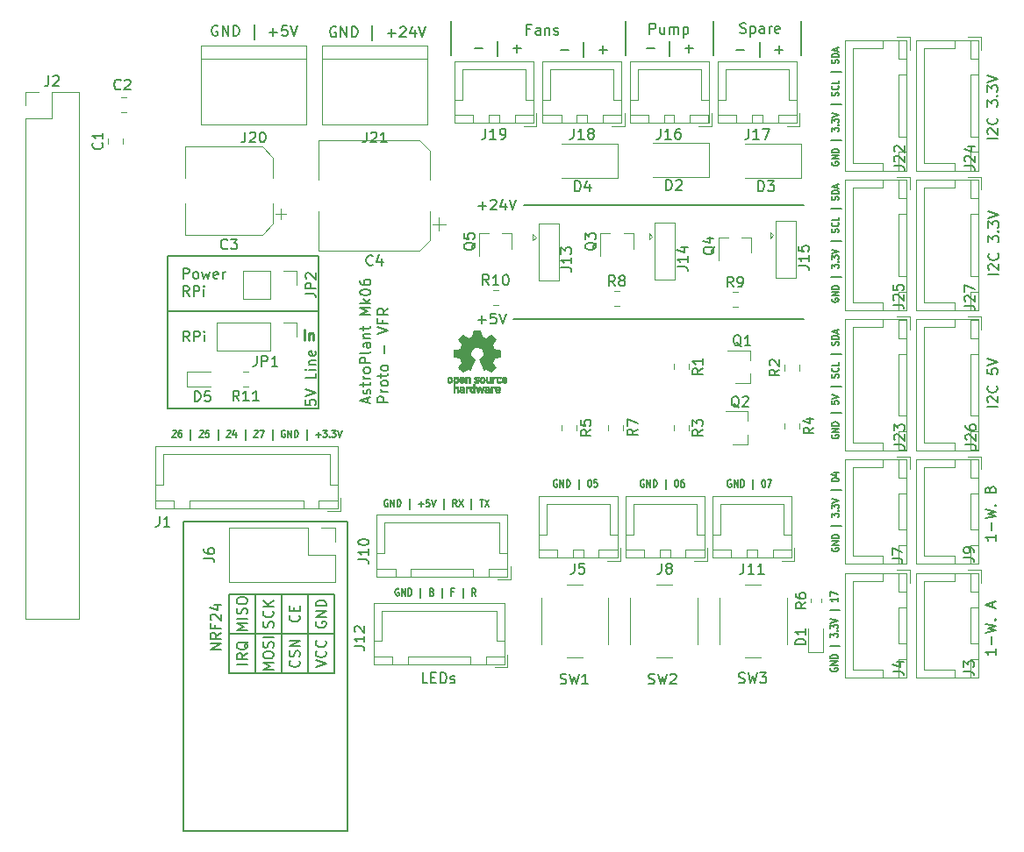
<source format=gbr>
G04 #@! TF.GenerationSoftware,KiCad,Pcbnew,(6.0.0-rc1-dev-450-gc170e8930)*
G04 #@! TF.CreationDate,2018-10-08T16:18:35+02:00*
G04 #@! TF.ProjectId,Astroplant_VFR,417374726F706C616E745F5646522E6B,0.5*
G04 #@! TF.SameCoordinates,Original*
G04 #@! TF.FileFunction,Legend,Top*
G04 #@! TF.FilePolarity,Positive*
%FSLAX46Y46*%
G04 Gerber Fmt 4.6, Leading zero omitted, Abs format (unit mm)*
G04 Created by KiCad (PCBNEW (6.0.0-rc1-dev-450-gc170e8930)) date Mon Oct  8 16:18:35 2018*
%MOMM*%
%LPD*%
G01*
G04 APERTURE LIST*
%ADD10C,0.200000*%
%ADD11C,0.130000*%
%ADD12C,0.250000*%
%ADD13C,0.120000*%
%ADD14C,0.150000*%
%ADD15C,0.010000*%
G04 APERTURE END LIST*
D10*
X129200000Y-63200000D02*
X114700000Y-63200000D01*
X114700000Y-72600000D02*
X114700000Y-57900000D01*
X129200000Y-72600000D02*
X114700000Y-72600000D01*
X129200000Y-57900000D02*
X129200000Y-72600000D01*
X114700000Y-57900000D02*
X129200000Y-57900000D01*
X194752380Y-46576190D02*
X193752380Y-46576190D01*
X193847619Y-46147619D02*
X193800000Y-46100000D01*
X193752380Y-46004761D01*
X193752380Y-45766666D01*
X193800000Y-45671428D01*
X193847619Y-45623809D01*
X193942857Y-45576190D01*
X194038095Y-45576190D01*
X194180952Y-45623809D01*
X194752380Y-46195238D01*
X194752380Y-45576190D01*
X194657142Y-44576190D02*
X194704761Y-44623809D01*
X194752380Y-44766666D01*
X194752380Y-44861904D01*
X194704761Y-45004761D01*
X194609523Y-45100000D01*
X194514285Y-45147619D01*
X194323809Y-45195238D01*
X194180952Y-45195238D01*
X193990476Y-45147619D01*
X193895238Y-45100000D01*
X193800000Y-45004761D01*
X193752380Y-44861904D01*
X193752380Y-44766666D01*
X193800000Y-44623809D01*
X193847619Y-44576190D01*
X193752380Y-43480952D02*
X193752380Y-42861904D01*
X194133333Y-43195238D01*
X194133333Y-43052380D01*
X194180952Y-42957142D01*
X194228571Y-42909523D01*
X194323809Y-42861904D01*
X194561904Y-42861904D01*
X194657142Y-42909523D01*
X194704761Y-42957142D01*
X194752380Y-43052380D01*
X194752380Y-43338095D01*
X194704761Y-43433333D01*
X194657142Y-43480952D01*
X194657142Y-42433333D02*
X194704761Y-42385714D01*
X194752380Y-42433333D01*
X194704761Y-42480952D01*
X194657142Y-42433333D01*
X194752380Y-42433333D01*
X193752380Y-42052380D02*
X193752380Y-41433333D01*
X194133333Y-41766666D01*
X194133333Y-41623809D01*
X194180952Y-41528571D01*
X194228571Y-41480952D01*
X194323809Y-41433333D01*
X194561904Y-41433333D01*
X194657142Y-41480952D01*
X194704761Y-41528571D01*
X194752380Y-41623809D01*
X194752380Y-41909523D01*
X194704761Y-42004761D01*
X194657142Y-42052380D01*
X193752380Y-41147619D02*
X194752380Y-40814285D01*
X193752380Y-40480952D01*
X194852380Y-59676190D02*
X193852380Y-59676190D01*
X193947619Y-59247619D02*
X193900000Y-59200000D01*
X193852380Y-59104761D01*
X193852380Y-58866666D01*
X193900000Y-58771428D01*
X193947619Y-58723809D01*
X194042857Y-58676190D01*
X194138095Y-58676190D01*
X194280952Y-58723809D01*
X194852380Y-59295238D01*
X194852380Y-58676190D01*
X194757142Y-57676190D02*
X194804761Y-57723809D01*
X194852380Y-57866666D01*
X194852380Y-57961904D01*
X194804761Y-58104761D01*
X194709523Y-58200000D01*
X194614285Y-58247619D01*
X194423809Y-58295238D01*
X194280952Y-58295238D01*
X194090476Y-58247619D01*
X193995238Y-58200000D01*
X193900000Y-58104761D01*
X193852380Y-57961904D01*
X193852380Y-57866666D01*
X193900000Y-57723809D01*
X193947619Y-57676190D01*
X193852380Y-56580952D02*
X193852380Y-55961904D01*
X194233333Y-56295238D01*
X194233333Y-56152380D01*
X194280952Y-56057142D01*
X194328571Y-56009523D01*
X194423809Y-55961904D01*
X194661904Y-55961904D01*
X194757142Y-56009523D01*
X194804761Y-56057142D01*
X194852380Y-56152380D01*
X194852380Y-56438095D01*
X194804761Y-56533333D01*
X194757142Y-56580952D01*
X194757142Y-55533333D02*
X194804761Y-55485714D01*
X194852380Y-55533333D01*
X194804761Y-55580952D01*
X194757142Y-55533333D01*
X194852380Y-55533333D01*
X193852380Y-55152380D02*
X193852380Y-54533333D01*
X194233333Y-54866666D01*
X194233333Y-54723809D01*
X194280952Y-54628571D01*
X194328571Y-54580952D01*
X194423809Y-54533333D01*
X194661904Y-54533333D01*
X194757142Y-54580952D01*
X194804761Y-54628571D01*
X194852380Y-54723809D01*
X194852380Y-55009523D01*
X194804761Y-55104761D01*
X194757142Y-55152380D01*
X193852380Y-54247619D02*
X194852380Y-53914285D01*
X193852380Y-53580952D01*
X194752380Y-72461904D02*
X193752380Y-72461904D01*
X193847619Y-72033333D02*
X193800000Y-71985714D01*
X193752380Y-71890476D01*
X193752380Y-71652380D01*
X193800000Y-71557142D01*
X193847619Y-71509523D01*
X193942857Y-71461904D01*
X194038095Y-71461904D01*
X194180952Y-71509523D01*
X194752380Y-72080952D01*
X194752380Y-71461904D01*
X194657142Y-70461904D02*
X194704761Y-70509523D01*
X194752380Y-70652380D01*
X194752380Y-70747619D01*
X194704761Y-70890476D01*
X194609523Y-70985714D01*
X194514285Y-71033333D01*
X194323809Y-71080952D01*
X194180952Y-71080952D01*
X193990476Y-71033333D01*
X193895238Y-70985714D01*
X193800000Y-70890476D01*
X193752380Y-70747619D01*
X193752380Y-70652380D01*
X193800000Y-70509523D01*
X193847619Y-70461904D01*
X193752380Y-68795238D02*
X193752380Y-69271428D01*
X194228571Y-69319047D01*
X194180952Y-69271428D01*
X194133333Y-69176190D01*
X194133333Y-68938095D01*
X194180952Y-68842857D01*
X194228571Y-68795238D01*
X194323809Y-68747619D01*
X194561904Y-68747619D01*
X194657142Y-68795238D01*
X194704761Y-68842857D01*
X194752380Y-68938095D01*
X194752380Y-69176190D01*
X194704761Y-69271428D01*
X194657142Y-69319047D01*
X193752380Y-68461904D02*
X194752380Y-68128571D01*
X193752380Y-67795238D01*
X194552380Y-95852380D02*
X194552380Y-96423809D01*
X194552380Y-96138095D02*
X193552380Y-96138095D01*
X193695238Y-96233333D01*
X193790476Y-96328571D01*
X193838095Y-96423809D01*
X194171428Y-95423809D02*
X194171428Y-94661904D01*
X193552380Y-94280952D02*
X194552380Y-94042857D01*
X193838095Y-93852380D01*
X194552380Y-93661904D01*
X193552380Y-93423809D01*
X194457142Y-93042857D02*
X194504761Y-92995238D01*
X194552380Y-93042857D01*
X194504761Y-93090476D01*
X194457142Y-93042857D01*
X194552380Y-93042857D01*
X194266666Y-91852380D02*
X194266666Y-91376190D01*
X194552380Y-91947619D02*
X193552380Y-91614285D01*
X194552380Y-91280952D01*
X194552380Y-84823809D02*
X194552380Y-85395238D01*
X194552380Y-85109523D02*
X193552380Y-85109523D01*
X193695238Y-85204761D01*
X193790476Y-85300000D01*
X193838095Y-85395238D01*
X194171428Y-84395238D02*
X194171428Y-83633333D01*
X193552380Y-83252380D02*
X194552380Y-83014285D01*
X193838095Y-82823809D01*
X194552380Y-82633333D01*
X193552380Y-82395238D01*
X194457142Y-82014285D02*
X194504761Y-81966666D01*
X194552380Y-82014285D01*
X194504761Y-82061904D01*
X194457142Y-82014285D01*
X194552380Y-82014285D01*
X194028571Y-80442857D02*
X194076190Y-80300000D01*
X194123809Y-80252380D01*
X194219047Y-80204761D01*
X194361904Y-80204761D01*
X194457142Y-80252380D01*
X194504761Y-80300000D01*
X194552380Y-80395238D01*
X194552380Y-80776190D01*
X193552380Y-80776190D01*
X193552380Y-80442857D01*
X193600000Y-80347619D01*
X193647619Y-80300000D01*
X193742857Y-80252380D01*
X193838095Y-80252380D01*
X193933333Y-80300000D01*
X193980952Y-80347619D01*
X194028571Y-80442857D01*
X194028571Y-80776190D01*
X139752380Y-99152380D02*
X139276190Y-99152380D01*
X139276190Y-98152380D01*
X140085714Y-98628571D02*
X140419047Y-98628571D01*
X140561904Y-99152380D02*
X140085714Y-99152380D01*
X140085714Y-98152380D01*
X140561904Y-98152380D01*
X140990476Y-99152380D02*
X140990476Y-98152380D01*
X141228571Y-98152380D01*
X141371428Y-98200000D01*
X141466666Y-98295238D01*
X141514285Y-98390476D01*
X141561904Y-98580952D01*
X141561904Y-98723809D01*
X141514285Y-98914285D01*
X141466666Y-99009523D01*
X141371428Y-99104761D01*
X141228571Y-99152380D01*
X140990476Y-99152380D01*
X141942857Y-99104761D02*
X142038095Y-99152380D01*
X142228571Y-99152380D01*
X142323809Y-99104761D01*
X142371428Y-99009523D01*
X142371428Y-98961904D01*
X142323809Y-98866666D01*
X142228571Y-98819047D01*
X142085714Y-98819047D01*
X141990476Y-98771428D01*
X141942857Y-98676190D01*
X141942857Y-98628571D01*
X141990476Y-98533333D01*
X142085714Y-98485714D01*
X142228571Y-98485714D01*
X142323809Y-98533333D01*
D11*
X178750000Y-48828571D02*
X178716666Y-48885714D01*
X178716666Y-48971428D01*
X178750000Y-49057142D01*
X178816666Y-49114285D01*
X178883333Y-49142857D01*
X179016666Y-49171428D01*
X179116666Y-49171428D01*
X179250000Y-49142857D01*
X179316666Y-49114285D01*
X179383333Y-49057142D01*
X179416666Y-48971428D01*
X179416666Y-48914285D01*
X179383333Y-48828571D01*
X179350000Y-48800000D01*
X179116666Y-48800000D01*
X179116666Y-48914285D01*
X179416666Y-48542857D02*
X178716666Y-48542857D01*
X179416666Y-48200000D01*
X178716666Y-48200000D01*
X179416666Y-47914285D02*
X178716666Y-47914285D01*
X178716666Y-47771428D01*
X178750000Y-47685714D01*
X178816666Y-47628571D01*
X178883333Y-47600000D01*
X179016666Y-47571428D01*
X179116666Y-47571428D01*
X179250000Y-47600000D01*
X179316666Y-47628571D01*
X179383333Y-47685714D01*
X179416666Y-47771428D01*
X179416666Y-47914285D01*
X179650000Y-46714285D02*
X178650000Y-46714285D01*
X178716666Y-45885714D02*
X178716666Y-45514285D01*
X178983333Y-45714285D01*
X178983333Y-45628571D01*
X179016666Y-45571428D01*
X179050000Y-45542857D01*
X179116666Y-45514285D01*
X179283333Y-45514285D01*
X179350000Y-45542857D01*
X179383333Y-45571428D01*
X179416666Y-45628571D01*
X179416666Y-45800000D01*
X179383333Y-45857142D01*
X179350000Y-45885714D01*
X179350000Y-45257142D02*
X179383333Y-45228571D01*
X179416666Y-45257142D01*
X179383333Y-45285714D01*
X179350000Y-45257142D01*
X179416666Y-45257142D01*
X178716666Y-45028571D02*
X178716666Y-44657142D01*
X178983333Y-44857142D01*
X178983333Y-44771428D01*
X179016666Y-44714285D01*
X179050000Y-44685714D01*
X179116666Y-44657142D01*
X179283333Y-44657142D01*
X179350000Y-44685714D01*
X179383333Y-44714285D01*
X179416666Y-44771428D01*
X179416666Y-44942857D01*
X179383333Y-45000000D01*
X179350000Y-45028571D01*
X178716666Y-44485714D02*
X179416666Y-44285714D01*
X178716666Y-44085714D01*
X179650000Y-43285714D02*
X178650000Y-43285714D01*
X179383333Y-42428571D02*
X179416666Y-42342857D01*
X179416666Y-42200000D01*
X179383333Y-42142857D01*
X179350000Y-42114285D01*
X179283333Y-42085714D01*
X179216666Y-42085714D01*
X179150000Y-42114285D01*
X179116666Y-42142857D01*
X179083333Y-42200000D01*
X179050000Y-42314285D01*
X179016666Y-42371428D01*
X178983333Y-42400000D01*
X178916666Y-42428571D01*
X178850000Y-42428571D01*
X178783333Y-42400000D01*
X178750000Y-42371428D01*
X178716666Y-42314285D01*
X178716666Y-42171428D01*
X178750000Y-42085714D01*
X179350000Y-41485714D02*
X179383333Y-41514285D01*
X179416666Y-41600000D01*
X179416666Y-41657142D01*
X179383333Y-41742857D01*
X179316666Y-41800000D01*
X179250000Y-41828571D01*
X179116666Y-41857142D01*
X179016666Y-41857142D01*
X178883333Y-41828571D01*
X178816666Y-41800000D01*
X178750000Y-41742857D01*
X178716666Y-41657142D01*
X178716666Y-41600000D01*
X178750000Y-41514285D01*
X178783333Y-41485714D01*
X179416666Y-40942857D02*
X179416666Y-41228571D01*
X178716666Y-41228571D01*
X179650000Y-40142857D02*
X178650000Y-40142857D01*
X179383333Y-39285714D02*
X179416666Y-39200000D01*
X179416666Y-39057142D01*
X179383333Y-39000000D01*
X179350000Y-38971428D01*
X179283333Y-38942857D01*
X179216666Y-38942857D01*
X179150000Y-38971428D01*
X179116666Y-39000000D01*
X179083333Y-39057142D01*
X179050000Y-39171428D01*
X179016666Y-39228571D01*
X178983333Y-39257142D01*
X178916666Y-39285714D01*
X178850000Y-39285714D01*
X178783333Y-39257142D01*
X178750000Y-39228571D01*
X178716666Y-39171428D01*
X178716666Y-39028571D01*
X178750000Y-38942857D01*
X179416666Y-38685714D02*
X178716666Y-38685714D01*
X178716666Y-38542857D01*
X178750000Y-38457142D01*
X178816666Y-38400000D01*
X178883333Y-38371428D01*
X179016666Y-38342857D01*
X179116666Y-38342857D01*
X179250000Y-38371428D01*
X179316666Y-38400000D01*
X179383333Y-38457142D01*
X179416666Y-38542857D01*
X179416666Y-38685714D01*
X179216666Y-38114285D02*
X179216666Y-37828571D01*
X179416666Y-38171428D02*
X178716666Y-37971428D01*
X179416666Y-37771428D01*
X178750000Y-62028571D02*
X178716666Y-62085714D01*
X178716666Y-62171428D01*
X178750000Y-62257142D01*
X178816666Y-62314285D01*
X178883333Y-62342857D01*
X179016666Y-62371428D01*
X179116666Y-62371428D01*
X179250000Y-62342857D01*
X179316666Y-62314285D01*
X179383333Y-62257142D01*
X179416666Y-62171428D01*
X179416666Y-62114285D01*
X179383333Y-62028571D01*
X179350000Y-62000000D01*
X179116666Y-62000000D01*
X179116666Y-62114285D01*
X179416666Y-61742857D02*
X178716666Y-61742857D01*
X179416666Y-61400000D01*
X178716666Y-61400000D01*
X179416666Y-61114285D02*
X178716666Y-61114285D01*
X178716666Y-60971428D01*
X178750000Y-60885714D01*
X178816666Y-60828571D01*
X178883333Y-60800000D01*
X179016666Y-60771428D01*
X179116666Y-60771428D01*
X179250000Y-60800000D01*
X179316666Y-60828571D01*
X179383333Y-60885714D01*
X179416666Y-60971428D01*
X179416666Y-61114285D01*
X179650000Y-59914285D02*
X178650000Y-59914285D01*
X178716666Y-59085714D02*
X178716666Y-58714285D01*
X178983333Y-58914285D01*
X178983333Y-58828571D01*
X179016666Y-58771428D01*
X179050000Y-58742857D01*
X179116666Y-58714285D01*
X179283333Y-58714285D01*
X179350000Y-58742857D01*
X179383333Y-58771428D01*
X179416666Y-58828571D01*
X179416666Y-59000000D01*
X179383333Y-59057142D01*
X179350000Y-59085714D01*
X179350000Y-58457142D02*
X179383333Y-58428571D01*
X179416666Y-58457142D01*
X179383333Y-58485714D01*
X179350000Y-58457142D01*
X179416666Y-58457142D01*
X178716666Y-58228571D02*
X178716666Y-57857142D01*
X178983333Y-58057142D01*
X178983333Y-57971428D01*
X179016666Y-57914285D01*
X179050000Y-57885714D01*
X179116666Y-57857142D01*
X179283333Y-57857142D01*
X179350000Y-57885714D01*
X179383333Y-57914285D01*
X179416666Y-57971428D01*
X179416666Y-58142857D01*
X179383333Y-58200000D01*
X179350000Y-58228571D01*
X178716666Y-57685714D02*
X179416666Y-57485714D01*
X178716666Y-57285714D01*
X179650000Y-56485714D02*
X178650000Y-56485714D01*
X179383333Y-55628571D02*
X179416666Y-55542857D01*
X179416666Y-55400000D01*
X179383333Y-55342857D01*
X179350000Y-55314285D01*
X179283333Y-55285714D01*
X179216666Y-55285714D01*
X179150000Y-55314285D01*
X179116666Y-55342857D01*
X179083333Y-55400000D01*
X179050000Y-55514285D01*
X179016666Y-55571428D01*
X178983333Y-55600000D01*
X178916666Y-55628571D01*
X178850000Y-55628571D01*
X178783333Y-55600000D01*
X178750000Y-55571428D01*
X178716666Y-55514285D01*
X178716666Y-55371428D01*
X178750000Y-55285714D01*
X179350000Y-54685714D02*
X179383333Y-54714285D01*
X179416666Y-54800000D01*
X179416666Y-54857142D01*
X179383333Y-54942857D01*
X179316666Y-55000000D01*
X179250000Y-55028571D01*
X179116666Y-55057142D01*
X179016666Y-55057142D01*
X178883333Y-55028571D01*
X178816666Y-55000000D01*
X178750000Y-54942857D01*
X178716666Y-54857142D01*
X178716666Y-54800000D01*
X178750000Y-54714285D01*
X178783333Y-54685714D01*
X179416666Y-54142857D02*
X179416666Y-54428571D01*
X178716666Y-54428571D01*
X179650000Y-53342857D02*
X178650000Y-53342857D01*
X179383333Y-52485714D02*
X179416666Y-52400000D01*
X179416666Y-52257142D01*
X179383333Y-52200000D01*
X179350000Y-52171428D01*
X179283333Y-52142857D01*
X179216666Y-52142857D01*
X179150000Y-52171428D01*
X179116666Y-52200000D01*
X179083333Y-52257142D01*
X179050000Y-52371428D01*
X179016666Y-52428571D01*
X178983333Y-52457142D01*
X178916666Y-52485714D01*
X178850000Y-52485714D01*
X178783333Y-52457142D01*
X178750000Y-52428571D01*
X178716666Y-52371428D01*
X178716666Y-52228571D01*
X178750000Y-52142857D01*
X179416666Y-51885714D02*
X178716666Y-51885714D01*
X178716666Y-51742857D01*
X178750000Y-51657142D01*
X178816666Y-51600000D01*
X178883333Y-51571428D01*
X179016666Y-51542857D01*
X179116666Y-51542857D01*
X179250000Y-51571428D01*
X179316666Y-51600000D01*
X179383333Y-51657142D01*
X179416666Y-51742857D01*
X179416666Y-51885714D01*
X179216666Y-51314285D02*
X179216666Y-51028571D01*
X179416666Y-51371428D02*
X178716666Y-51171428D01*
X179416666Y-50971428D01*
X178750000Y-75200000D02*
X178716666Y-75257142D01*
X178716666Y-75342857D01*
X178750000Y-75428571D01*
X178816666Y-75485714D01*
X178883333Y-75514285D01*
X179016666Y-75542857D01*
X179116666Y-75542857D01*
X179250000Y-75514285D01*
X179316666Y-75485714D01*
X179383333Y-75428571D01*
X179416666Y-75342857D01*
X179416666Y-75285714D01*
X179383333Y-75200000D01*
X179350000Y-75171428D01*
X179116666Y-75171428D01*
X179116666Y-75285714D01*
X179416666Y-74914285D02*
X178716666Y-74914285D01*
X179416666Y-74571428D01*
X178716666Y-74571428D01*
X179416666Y-74285714D02*
X178716666Y-74285714D01*
X178716666Y-74142857D01*
X178750000Y-74057142D01*
X178816666Y-74000000D01*
X178883333Y-73971428D01*
X179016666Y-73942857D01*
X179116666Y-73942857D01*
X179250000Y-73971428D01*
X179316666Y-74000000D01*
X179383333Y-74057142D01*
X179416666Y-74142857D01*
X179416666Y-74285714D01*
X179650000Y-73085714D02*
X178650000Y-73085714D01*
X178716666Y-71914285D02*
X178716666Y-72200000D01*
X179050000Y-72228571D01*
X179016666Y-72200000D01*
X178983333Y-72142857D01*
X178983333Y-72000000D01*
X179016666Y-71942857D01*
X179050000Y-71914285D01*
X179116666Y-71885714D01*
X179283333Y-71885714D01*
X179350000Y-71914285D01*
X179383333Y-71942857D01*
X179416666Y-72000000D01*
X179416666Y-72142857D01*
X179383333Y-72200000D01*
X179350000Y-72228571D01*
X178716666Y-71714285D02*
X179416666Y-71514285D01*
X178716666Y-71314285D01*
X179650000Y-70514285D02*
X178650000Y-70514285D01*
X179383333Y-69657142D02*
X179416666Y-69571428D01*
X179416666Y-69428571D01*
X179383333Y-69371428D01*
X179350000Y-69342857D01*
X179283333Y-69314285D01*
X179216666Y-69314285D01*
X179150000Y-69342857D01*
X179116666Y-69371428D01*
X179083333Y-69428571D01*
X179050000Y-69542857D01*
X179016666Y-69600000D01*
X178983333Y-69628571D01*
X178916666Y-69657142D01*
X178850000Y-69657142D01*
X178783333Y-69628571D01*
X178750000Y-69600000D01*
X178716666Y-69542857D01*
X178716666Y-69400000D01*
X178750000Y-69314285D01*
X179350000Y-68714285D02*
X179383333Y-68742857D01*
X179416666Y-68828571D01*
X179416666Y-68885714D01*
X179383333Y-68971428D01*
X179316666Y-69028571D01*
X179250000Y-69057142D01*
X179116666Y-69085714D01*
X179016666Y-69085714D01*
X178883333Y-69057142D01*
X178816666Y-69028571D01*
X178750000Y-68971428D01*
X178716666Y-68885714D01*
X178716666Y-68828571D01*
X178750000Y-68742857D01*
X178783333Y-68714285D01*
X179416666Y-68171428D02*
X179416666Y-68457142D01*
X178716666Y-68457142D01*
X179650000Y-67371428D02*
X178650000Y-67371428D01*
X179383333Y-66514285D02*
X179416666Y-66428571D01*
X179416666Y-66285714D01*
X179383333Y-66228571D01*
X179350000Y-66200000D01*
X179283333Y-66171428D01*
X179216666Y-66171428D01*
X179150000Y-66200000D01*
X179116666Y-66228571D01*
X179083333Y-66285714D01*
X179050000Y-66400000D01*
X179016666Y-66457142D01*
X178983333Y-66485714D01*
X178916666Y-66514285D01*
X178850000Y-66514285D01*
X178783333Y-66485714D01*
X178750000Y-66457142D01*
X178716666Y-66400000D01*
X178716666Y-66257142D01*
X178750000Y-66171428D01*
X179416666Y-65914285D02*
X178716666Y-65914285D01*
X178716666Y-65771428D01*
X178750000Y-65685714D01*
X178816666Y-65628571D01*
X178883333Y-65600000D01*
X179016666Y-65571428D01*
X179116666Y-65571428D01*
X179250000Y-65600000D01*
X179316666Y-65628571D01*
X179383333Y-65685714D01*
X179416666Y-65771428D01*
X179416666Y-65914285D01*
X179216666Y-65342857D02*
X179216666Y-65057142D01*
X179416666Y-65400000D02*
X178716666Y-65200000D01*
X179416666Y-65000000D01*
X178750000Y-86085714D02*
X178716666Y-86142857D01*
X178716666Y-86228571D01*
X178750000Y-86314285D01*
X178816666Y-86371428D01*
X178883333Y-86400000D01*
X179016666Y-86428571D01*
X179116666Y-86428571D01*
X179250000Y-86400000D01*
X179316666Y-86371428D01*
X179383333Y-86314285D01*
X179416666Y-86228571D01*
X179416666Y-86171428D01*
X179383333Y-86085714D01*
X179350000Y-86057142D01*
X179116666Y-86057142D01*
X179116666Y-86171428D01*
X179416666Y-85800000D02*
X178716666Y-85800000D01*
X179416666Y-85457142D01*
X178716666Y-85457142D01*
X179416666Y-85171428D02*
X178716666Y-85171428D01*
X178716666Y-85028571D01*
X178750000Y-84942857D01*
X178816666Y-84885714D01*
X178883333Y-84857142D01*
X179016666Y-84828571D01*
X179116666Y-84828571D01*
X179250000Y-84857142D01*
X179316666Y-84885714D01*
X179383333Y-84942857D01*
X179416666Y-85028571D01*
X179416666Y-85171428D01*
X179650000Y-83971428D02*
X178650000Y-83971428D01*
X178716666Y-83142857D02*
X178716666Y-82771428D01*
X178983333Y-82971428D01*
X178983333Y-82885714D01*
X179016666Y-82828571D01*
X179050000Y-82800000D01*
X179116666Y-82771428D01*
X179283333Y-82771428D01*
X179350000Y-82800000D01*
X179383333Y-82828571D01*
X179416666Y-82885714D01*
X179416666Y-83057142D01*
X179383333Y-83114285D01*
X179350000Y-83142857D01*
X179350000Y-82514285D02*
X179383333Y-82485714D01*
X179416666Y-82514285D01*
X179383333Y-82542857D01*
X179350000Y-82514285D01*
X179416666Y-82514285D01*
X178716666Y-82285714D02*
X178716666Y-81914285D01*
X178983333Y-82114285D01*
X178983333Y-82028571D01*
X179016666Y-81971428D01*
X179050000Y-81942857D01*
X179116666Y-81914285D01*
X179283333Y-81914285D01*
X179350000Y-81942857D01*
X179383333Y-81971428D01*
X179416666Y-82028571D01*
X179416666Y-82200000D01*
X179383333Y-82257142D01*
X179350000Y-82285714D01*
X178716666Y-81742857D02*
X179416666Y-81542857D01*
X178716666Y-81342857D01*
X179650000Y-80542857D02*
X178650000Y-80542857D01*
X178716666Y-79542857D02*
X178716666Y-79485714D01*
X178750000Y-79428571D01*
X178783333Y-79400000D01*
X178850000Y-79371428D01*
X178983333Y-79342857D01*
X179150000Y-79342857D01*
X179283333Y-79371428D01*
X179350000Y-79400000D01*
X179383333Y-79428571D01*
X179416666Y-79485714D01*
X179416666Y-79542857D01*
X179383333Y-79600000D01*
X179350000Y-79628571D01*
X179283333Y-79657142D01*
X179150000Y-79685714D01*
X178983333Y-79685714D01*
X178850000Y-79657142D01*
X178783333Y-79628571D01*
X178750000Y-79600000D01*
X178716666Y-79542857D01*
X178950000Y-78828571D02*
X179416666Y-78828571D01*
X178683333Y-78971428D02*
X179183333Y-79114285D01*
X179183333Y-78742857D01*
X178650000Y-97685714D02*
X178616666Y-97742857D01*
X178616666Y-97828571D01*
X178650000Y-97914285D01*
X178716666Y-97971428D01*
X178783333Y-98000000D01*
X178916666Y-98028571D01*
X179016666Y-98028571D01*
X179150000Y-98000000D01*
X179216666Y-97971428D01*
X179283333Y-97914285D01*
X179316666Y-97828571D01*
X179316666Y-97771428D01*
X179283333Y-97685714D01*
X179250000Y-97657142D01*
X179016666Y-97657142D01*
X179016666Y-97771428D01*
X179316666Y-97400000D02*
X178616666Y-97400000D01*
X179316666Y-97057142D01*
X178616666Y-97057142D01*
X179316666Y-96771428D02*
X178616666Y-96771428D01*
X178616666Y-96628571D01*
X178650000Y-96542857D01*
X178716666Y-96485714D01*
X178783333Y-96457142D01*
X178916666Y-96428571D01*
X179016666Y-96428571D01*
X179150000Y-96457142D01*
X179216666Y-96485714D01*
X179283333Y-96542857D01*
X179316666Y-96628571D01*
X179316666Y-96771428D01*
X179550000Y-95571428D02*
X178550000Y-95571428D01*
X178616666Y-94742857D02*
X178616666Y-94371428D01*
X178883333Y-94571428D01*
X178883333Y-94485714D01*
X178916666Y-94428571D01*
X178950000Y-94400000D01*
X179016666Y-94371428D01*
X179183333Y-94371428D01*
X179250000Y-94400000D01*
X179283333Y-94428571D01*
X179316666Y-94485714D01*
X179316666Y-94657142D01*
X179283333Y-94714285D01*
X179250000Y-94742857D01*
X179250000Y-94114285D02*
X179283333Y-94085714D01*
X179316666Y-94114285D01*
X179283333Y-94142857D01*
X179250000Y-94114285D01*
X179316666Y-94114285D01*
X178616666Y-93885714D02*
X178616666Y-93514285D01*
X178883333Y-93714285D01*
X178883333Y-93628571D01*
X178916666Y-93571428D01*
X178950000Y-93542857D01*
X179016666Y-93514285D01*
X179183333Y-93514285D01*
X179250000Y-93542857D01*
X179283333Y-93571428D01*
X179316666Y-93628571D01*
X179316666Y-93800000D01*
X179283333Y-93857142D01*
X179250000Y-93885714D01*
X178616666Y-93342857D02*
X179316666Y-93142857D01*
X178616666Y-92942857D01*
X179550000Y-92142857D02*
X178550000Y-92142857D01*
X179316666Y-90942857D02*
X179316666Y-91285714D01*
X179316666Y-91114285D02*
X178616666Y-91114285D01*
X178716666Y-91171428D01*
X178783333Y-91228571D01*
X178816666Y-91285714D01*
X178616666Y-90742857D02*
X178616666Y-90342857D01*
X179316666Y-90600000D01*
X169028571Y-79550000D02*
X168971428Y-79516666D01*
X168885714Y-79516666D01*
X168800000Y-79550000D01*
X168742857Y-79616666D01*
X168714285Y-79683333D01*
X168685714Y-79816666D01*
X168685714Y-79916666D01*
X168714285Y-80050000D01*
X168742857Y-80116666D01*
X168800000Y-80183333D01*
X168885714Y-80216666D01*
X168942857Y-80216666D01*
X169028571Y-80183333D01*
X169057142Y-80150000D01*
X169057142Y-79916666D01*
X168942857Y-79916666D01*
X169314285Y-80216666D02*
X169314285Y-79516666D01*
X169657142Y-80216666D01*
X169657142Y-79516666D01*
X169942857Y-80216666D02*
X169942857Y-79516666D01*
X170085714Y-79516666D01*
X170171428Y-79550000D01*
X170228571Y-79616666D01*
X170257142Y-79683333D01*
X170285714Y-79816666D01*
X170285714Y-79916666D01*
X170257142Y-80050000D01*
X170228571Y-80116666D01*
X170171428Y-80183333D01*
X170085714Y-80216666D01*
X169942857Y-80216666D01*
X171142857Y-80450000D02*
X171142857Y-79450000D01*
X172142857Y-79516666D02*
X172200000Y-79516666D01*
X172257142Y-79550000D01*
X172285714Y-79583333D01*
X172314285Y-79650000D01*
X172342857Y-79783333D01*
X172342857Y-79950000D01*
X172314285Y-80083333D01*
X172285714Y-80150000D01*
X172257142Y-80183333D01*
X172200000Y-80216666D01*
X172142857Y-80216666D01*
X172085714Y-80183333D01*
X172057142Y-80150000D01*
X172028571Y-80083333D01*
X172000000Y-79950000D01*
X172000000Y-79783333D01*
X172028571Y-79650000D01*
X172057142Y-79583333D01*
X172085714Y-79550000D01*
X172142857Y-79516666D01*
X172542857Y-79516666D02*
X172942857Y-79516666D01*
X172685714Y-80216666D01*
X160628571Y-79550000D02*
X160571428Y-79516666D01*
X160485714Y-79516666D01*
X160400000Y-79550000D01*
X160342857Y-79616666D01*
X160314285Y-79683333D01*
X160285714Y-79816666D01*
X160285714Y-79916666D01*
X160314285Y-80050000D01*
X160342857Y-80116666D01*
X160400000Y-80183333D01*
X160485714Y-80216666D01*
X160542857Y-80216666D01*
X160628571Y-80183333D01*
X160657142Y-80150000D01*
X160657142Y-79916666D01*
X160542857Y-79916666D01*
X160914285Y-80216666D02*
X160914285Y-79516666D01*
X161257142Y-80216666D01*
X161257142Y-79516666D01*
X161542857Y-80216666D02*
X161542857Y-79516666D01*
X161685714Y-79516666D01*
X161771428Y-79550000D01*
X161828571Y-79616666D01*
X161857142Y-79683333D01*
X161885714Y-79816666D01*
X161885714Y-79916666D01*
X161857142Y-80050000D01*
X161828571Y-80116666D01*
X161771428Y-80183333D01*
X161685714Y-80216666D01*
X161542857Y-80216666D01*
X162742857Y-80450000D02*
X162742857Y-79450000D01*
X163742857Y-79516666D02*
X163800000Y-79516666D01*
X163857142Y-79550000D01*
X163885714Y-79583333D01*
X163914285Y-79650000D01*
X163942857Y-79783333D01*
X163942857Y-79950000D01*
X163914285Y-80083333D01*
X163885714Y-80150000D01*
X163857142Y-80183333D01*
X163800000Y-80216666D01*
X163742857Y-80216666D01*
X163685714Y-80183333D01*
X163657142Y-80150000D01*
X163628571Y-80083333D01*
X163600000Y-79950000D01*
X163600000Y-79783333D01*
X163628571Y-79650000D01*
X163657142Y-79583333D01*
X163685714Y-79550000D01*
X163742857Y-79516666D01*
X164457142Y-79516666D02*
X164342857Y-79516666D01*
X164285714Y-79550000D01*
X164257142Y-79583333D01*
X164200000Y-79683333D01*
X164171428Y-79816666D01*
X164171428Y-80083333D01*
X164200000Y-80150000D01*
X164228571Y-80183333D01*
X164285714Y-80216666D01*
X164400000Y-80216666D01*
X164457142Y-80183333D01*
X164485714Y-80150000D01*
X164514285Y-80083333D01*
X164514285Y-79916666D01*
X164485714Y-79850000D01*
X164457142Y-79816666D01*
X164400000Y-79783333D01*
X164285714Y-79783333D01*
X164228571Y-79816666D01*
X164200000Y-79850000D01*
X164171428Y-79916666D01*
X152228571Y-79550000D02*
X152171428Y-79516666D01*
X152085714Y-79516666D01*
X152000000Y-79550000D01*
X151942857Y-79616666D01*
X151914285Y-79683333D01*
X151885714Y-79816666D01*
X151885714Y-79916666D01*
X151914285Y-80050000D01*
X151942857Y-80116666D01*
X152000000Y-80183333D01*
X152085714Y-80216666D01*
X152142857Y-80216666D01*
X152228571Y-80183333D01*
X152257142Y-80150000D01*
X152257142Y-79916666D01*
X152142857Y-79916666D01*
X152514285Y-80216666D02*
X152514285Y-79516666D01*
X152857142Y-80216666D01*
X152857142Y-79516666D01*
X153142857Y-80216666D02*
X153142857Y-79516666D01*
X153285714Y-79516666D01*
X153371428Y-79550000D01*
X153428571Y-79616666D01*
X153457142Y-79683333D01*
X153485714Y-79816666D01*
X153485714Y-79916666D01*
X153457142Y-80050000D01*
X153428571Y-80116666D01*
X153371428Y-80183333D01*
X153285714Y-80216666D01*
X153142857Y-80216666D01*
X154342857Y-80450000D02*
X154342857Y-79450000D01*
X155342857Y-79516666D02*
X155400000Y-79516666D01*
X155457142Y-79550000D01*
X155485714Y-79583333D01*
X155514285Y-79650000D01*
X155542857Y-79783333D01*
X155542857Y-79950000D01*
X155514285Y-80083333D01*
X155485714Y-80150000D01*
X155457142Y-80183333D01*
X155400000Y-80216666D01*
X155342857Y-80216666D01*
X155285714Y-80183333D01*
X155257142Y-80150000D01*
X155228571Y-80083333D01*
X155200000Y-79950000D01*
X155200000Y-79783333D01*
X155228571Y-79650000D01*
X155257142Y-79583333D01*
X155285714Y-79550000D01*
X155342857Y-79516666D01*
X156085714Y-79516666D02*
X155800000Y-79516666D01*
X155771428Y-79850000D01*
X155800000Y-79816666D01*
X155857142Y-79783333D01*
X156000000Y-79783333D01*
X156057142Y-79816666D01*
X156085714Y-79850000D01*
X156114285Y-79916666D01*
X156114285Y-80083333D01*
X156085714Y-80150000D01*
X156057142Y-80183333D01*
X156000000Y-80216666D01*
X155857142Y-80216666D01*
X155800000Y-80183333D01*
X155771428Y-80150000D01*
X136957142Y-90050000D02*
X136900000Y-90016666D01*
X136814285Y-90016666D01*
X136728571Y-90050000D01*
X136671428Y-90116666D01*
X136642857Y-90183333D01*
X136614285Y-90316666D01*
X136614285Y-90416666D01*
X136642857Y-90550000D01*
X136671428Y-90616666D01*
X136728571Y-90683333D01*
X136814285Y-90716666D01*
X136871428Y-90716666D01*
X136957142Y-90683333D01*
X136985714Y-90650000D01*
X136985714Y-90416666D01*
X136871428Y-90416666D01*
X137242857Y-90716666D02*
X137242857Y-90016666D01*
X137585714Y-90716666D01*
X137585714Y-90016666D01*
X137871428Y-90716666D02*
X137871428Y-90016666D01*
X138014285Y-90016666D01*
X138100000Y-90050000D01*
X138157142Y-90116666D01*
X138185714Y-90183333D01*
X138214285Y-90316666D01*
X138214285Y-90416666D01*
X138185714Y-90550000D01*
X138157142Y-90616666D01*
X138100000Y-90683333D01*
X138014285Y-90716666D01*
X137871428Y-90716666D01*
X139071428Y-90950000D02*
X139071428Y-89950000D01*
X140157142Y-90350000D02*
X140242857Y-90383333D01*
X140271428Y-90416666D01*
X140300000Y-90483333D01*
X140300000Y-90583333D01*
X140271428Y-90650000D01*
X140242857Y-90683333D01*
X140185714Y-90716666D01*
X139957142Y-90716666D01*
X139957142Y-90016666D01*
X140157142Y-90016666D01*
X140214285Y-90050000D01*
X140242857Y-90083333D01*
X140271428Y-90150000D01*
X140271428Y-90216666D01*
X140242857Y-90283333D01*
X140214285Y-90316666D01*
X140157142Y-90350000D01*
X139957142Y-90350000D01*
X141157142Y-90950000D02*
X141157142Y-89950000D01*
X142242857Y-90350000D02*
X142042857Y-90350000D01*
X142042857Y-90716666D02*
X142042857Y-90016666D01*
X142328571Y-90016666D01*
X143157142Y-90950000D02*
X143157142Y-89950000D01*
X144385714Y-90716666D02*
X144185714Y-90383333D01*
X144042857Y-90716666D02*
X144042857Y-90016666D01*
X144271428Y-90016666D01*
X144328571Y-90050000D01*
X144357142Y-90083333D01*
X144385714Y-90150000D01*
X144385714Y-90250000D01*
X144357142Y-90316666D01*
X144328571Y-90350000D01*
X144271428Y-90383333D01*
X144042857Y-90383333D01*
X135900000Y-81450000D02*
X135842857Y-81416666D01*
X135757142Y-81416666D01*
X135671428Y-81450000D01*
X135614285Y-81516666D01*
X135585714Y-81583333D01*
X135557142Y-81716666D01*
X135557142Y-81816666D01*
X135585714Y-81950000D01*
X135614285Y-82016666D01*
X135671428Y-82083333D01*
X135757142Y-82116666D01*
X135814285Y-82116666D01*
X135900000Y-82083333D01*
X135928571Y-82050000D01*
X135928571Y-81816666D01*
X135814285Y-81816666D01*
X136185714Y-82116666D02*
X136185714Y-81416666D01*
X136528571Y-82116666D01*
X136528571Y-81416666D01*
X136814285Y-82116666D02*
X136814285Y-81416666D01*
X136957142Y-81416666D01*
X137042857Y-81450000D01*
X137100000Y-81516666D01*
X137128571Y-81583333D01*
X137157142Y-81716666D01*
X137157142Y-81816666D01*
X137128571Y-81950000D01*
X137100000Y-82016666D01*
X137042857Y-82083333D01*
X136957142Y-82116666D01*
X136814285Y-82116666D01*
X138014285Y-82350000D02*
X138014285Y-81350000D01*
X138900000Y-81850000D02*
X139357142Y-81850000D01*
X139128571Y-82116666D02*
X139128571Y-81583333D01*
X139928571Y-81416666D02*
X139642857Y-81416666D01*
X139614285Y-81750000D01*
X139642857Y-81716666D01*
X139700000Y-81683333D01*
X139842857Y-81683333D01*
X139900000Y-81716666D01*
X139928571Y-81750000D01*
X139957142Y-81816666D01*
X139957142Y-81983333D01*
X139928571Y-82050000D01*
X139900000Y-82083333D01*
X139842857Y-82116666D01*
X139700000Y-82116666D01*
X139642857Y-82083333D01*
X139614285Y-82050000D01*
X140128571Y-81416666D02*
X140328571Y-82116666D01*
X140528571Y-81416666D01*
X141328571Y-82350000D02*
X141328571Y-81350000D01*
X142557142Y-82116666D02*
X142357142Y-81783333D01*
X142214285Y-82116666D02*
X142214285Y-81416666D01*
X142442857Y-81416666D01*
X142500000Y-81450000D01*
X142528571Y-81483333D01*
X142557142Y-81550000D01*
X142557142Y-81650000D01*
X142528571Y-81716666D01*
X142500000Y-81750000D01*
X142442857Y-81783333D01*
X142214285Y-81783333D01*
X142757142Y-81416666D02*
X143157142Y-82116666D01*
X143157142Y-81416666D02*
X142757142Y-82116666D01*
X143985714Y-82350000D02*
X143985714Y-81350000D01*
X144785714Y-81416666D02*
X145128571Y-81416666D01*
X144957142Y-82116666D02*
X144957142Y-81416666D01*
X145271428Y-81416666D02*
X145671428Y-82116666D01*
X145671428Y-81416666D02*
X145271428Y-82116666D01*
X115128571Y-74783333D02*
X115157142Y-74750000D01*
X115214285Y-74716666D01*
X115357142Y-74716666D01*
X115414285Y-74750000D01*
X115442857Y-74783333D01*
X115471428Y-74850000D01*
X115471428Y-74916666D01*
X115442857Y-75016666D01*
X115100000Y-75416666D01*
X115471428Y-75416666D01*
X115985714Y-74716666D02*
X115871428Y-74716666D01*
X115814285Y-74750000D01*
X115785714Y-74783333D01*
X115728571Y-74883333D01*
X115700000Y-75016666D01*
X115700000Y-75283333D01*
X115728571Y-75350000D01*
X115757142Y-75383333D01*
X115814285Y-75416666D01*
X115928571Y-75416666D01*
X115985714Y-75383333D01*
X116014285Y-75350000D01*
X116042857Y-75283333D01*
X116042857Y-75116666D01*
X116014285Y-75050000D01*
X115985714Y-75016666D01*
X115928571Y-74983333D01*
X115814285Y-74983333D01*
X115757142Y-75016666D01*
X115728571Y-75050000D01*
X115700000Y-75116666D01*
X116900000Y-75650000D02*
X116900000Y-74650000D01*
X117757142Y-74783333D02*
X117785714Y-74750000D01*
X117842857Y-74716666D01*
X117985714Y-74716666D01*
X118042857Y-74750000D01*
X118071428Y-74783333D01*
X118100000Y-74850000D01*
X118100000Y-74916666D01*
X118071428Y-75016666D01*
X117728571Y-75416666D01*
X118100000Y-75416666D01*
X118642857Y-74716666D02*
X118357142Y-74716666D01*
X118328571Y-75050000D01*
X118357142Y-75016666D01*
X118414285Y-74983333D01*
X118557142Y-74983333D01*
X118614285Y-75016666D01*
X118642857Y-75050000D01*
X118671428Y-75116666D01*
X118671428Y-75283333D01*
X118642857Y-75350000D01*
X118614285Y-75383333D01*
X118557142Y-75416666D01*
X118414285Y-75416666D01*
X118357142Y-75383333D01*
X118328571Y-75350000D01*
X119528571Y-75650000D02*
X119528571Y-74650000D01*
X120385714Y-74783333D02*
X120414285Y-74750000D01*
X120471428Y-74716666D01*
X120614285Y-74716666D01*
X120671428Y-74750000D01*
X120700000Y-74783333D01*
X120728571Y-74850000D01*
X120728571Y-74916666D01*
X120700000Y-75016666D01*
X120357142Y-75416666D01*
X120728571Y-75416666D01*
X121242857Y-74950000D02*
X121242857Y-75416666D01*
X121100000Y-74683333D02*
X120957142Y-75183333D01*
X121328571Y-75183333D01*
X122157142Y-75650000D02*
X122157142Y-74650000D01*
X123014285Y-74783333D02*
X123042857Y-74750000D01*
X123100000Y-74716666D01*
X123242857Y-74716666D01*
X123300000Y-74750000D01*
X123328571Y-74783333D01*
X123357142Y-74850000D01*
X123357142Y-74916666D01*
X123328571Y-75016666D01*
X122985714Y-75416666D01*
X123357142Y-75416666D01*
X123557142Y-74716666D02*
X123957142Y-74716666D01*
X123700000Y-75416666D01*
X124785714Y-75650000D02*
X124785714Y-74650000D01*
X125985714Y-74750000D02*
X125928571Y-74716666D01*
X125842857Y-74716666D01*
X125757142Y-74750000D01*
X125700000Y-74816666D01*
X125671428Y-74883333D01*
X125642857Y-75016666D01*
X125642857Y-75116666D01*
X125671428Y-75250000D01*
X125700000Y-75316666D01*
X125757142Y-75383333D01*
X125842857Y-75416666D01*
X125900000Y-75416666D01*
X125985714Y-75383333D01*
X126014285Y-75350000D01*
X126014285Y-75116666D01*
X125900000Y-75116666D01*
X126271428Y-75416666D02*
X126271428Y-74716666D01*
X126614285Y-75416666D01*
X126614285Y-74716666D01*
X126900000Y-75416666D02*
X126900000Y-74716666D01*
X127042857Y-74716666D01*
X127128571Y-74750000D01*
X127185714Y-74816666D01*
X127214285Y-74883333D01*
X127242857Y-75016666D01*
X127242857Y-75116666D01*
X127214285Y-75250000D01*
X127185714Y-75316666D01*
X127128571Y-75383333D01*
X127042857Y-75416666D01*
X126900000Y-75416666D01*
X128100000Y-75650000D02*
X128100000Y-74650000D01*
X128985714Y-75150000D02*
X129442857Y-75150000D01*
X129214285Y-75416666D02*
X129214285Y-74883333D01*
X129671428Y-74716666D02*
X130042857Y-74716666D01*
X129842857Y-74983333D01*
X129928571Y-74983333D01*
X129985714Y-75016666D01*
X130014285Y-75050000D01*
X130042857Y-75116666D01*
X130042857Y-75283333D01*
X130014285Y-75350000D01*
X129985714Y-75383333D01*
X129928571Y-75416666D01*
X129757142Y-75416666D01*
X129700000Y-75383333D01*
X129671428Y-75350000D01*
X130300000Y-75350000D02*
X130328571Y-75383333D01*
X130300000Y-75416666D01*
X130271428Y-75383333D01*
X130300000Y-75350000D01*
X130300000Y-75416666D01*
X130528571Y-74716666D02*
X130900000Y-74716666D01*
X130700000Y-74983333D01*
X130785714Y-74983333D01*
X130842857Y-75016666D01*
X130871428Y-75050000D01*
X130900000Y-75116666D01*
X130900000Y-75283333D01*
X130871428Y-75350000D01*
X130842857Y-75383333D01*
X130785714Y-75416666D01*
X130614285Y-75416666D01*
X130557142Y-75383333D01*
X130528571Y-75350000D01*
X131071428Y-74716666D02*
X131271428Y-75416666D01*
X131471428Y-74716666D01*
D10*
X175775000Y-38500000D02*
X175775000Y-35220000D01*
X142000000Y-38500000D02*
X142000000Y-35250000D01*
X167300000Y-38500000D02*
X167300000Y-35250000D01*
X158850000Y-38500000D02*
X158850000Y-35250000D01*
X169896428Y-36329761D02*
X170039285Y-36377380D01*
X170277380Y-36377380D01*
X170372619Y-36329761D01*
X170420238Y-36282142D01*
X170467857Y-36186904D01*
X170467857Y-36091666D01*
X170420238Y-35996428D01*
X170372619Y-35948809D01*
X170277380Y-35901190D01*
X170086904Y-35853571D01*
X169991666Y-35805952D01*
X169944047Y-35758333D01*
X169896428Y-35663095D01*
X169896428Y-35567857D01*
X169944047Y-35472619D01*
X169991666Y-35425000D01*
X170086904Y-35377380D01*
X170325000Y-35377380D01*
X170467857Y-35425000D01*
X170896428Y-35710714D02*
X170896428Y-36710714D01*
X170896428Y-35758333D02*
X170991666Y-35710714D01*
X171182142Y-35710714D01*
X171277380Y-35758333D01*
X171325000Y-35805952D01*
X171372619Y-35901190D01*
X171372619Y-36186904D01*
X171325000Y-36282142D01*
X171277380Y-36329761D01*
X171182142Y-36377380D01*
X170991666Y-36377380D01*
X170896428Y-36329761D01*
X172229761Y-36377380D02*
X172229761Y-35853571D01*
X172182142Y-35758333D01*
X172086904Y-35710714D01*
X171896428Y-35710714D01*
X171801190Y-35758333D01*
X172229761Y-36329761D02*
X172134523Y-36377380D01*
X171896428Y-36377380D01*
X171801190Y-36329761D01*
X171753571Y-36234523D01*
X171753571Y-36139285D01*
X171801190Y-36044047D01*
X171896428Y-35996428D01*
X172134523Y-35996428D01*
X172229761Y-35948809D01*
X172705952Y-36377380D02*
X172705952Y-35710714D01*
X172705952Y-35901190D02*
X172753571Y-35805952D01*
X172801190Y-35758333D01*
X172896428Y-35710714D01*
X172991666Y-35710714D01*
X173705952Y-36329761D02*
X173610714Y-36377380D01*
X173420238Y-36377380D01*
X173325000Y-36329761D01*
X173277380Y-36234523D01*
X173277380Y-35853571D01*
X173325000Y-35758333D01*
X173420238Y-35710714D01*
X173610714Y-35710714D01*
X173705952Y-35758333D01*
X173753571Y-35853571D01*
X173753571Y-35948809D01*
X173277380Y-36044047D01*
X161166666Y-36452380D02*
X161166666Y-35452380D01*
X161547619Y-35452380D01*
X161642857Y-35500000D01*
X161690476Y-35547619D01*
X161738095Y-35642857D01*
X161738095Y-35785714D01*
X161690476Y-35880952D01*
X161642857Y-35928571D01*
X161547619Y-35976190D01*
X161166666Y-35976190D01*
X162595238Y-35785714D02*
X162595238Y-36452380D01*
X162166666Y-35785714D02*
X162166666Y-36309523D01*
X162214285Y-36404761D01*
X162309523Y-36452380D01*
X162452380Y-36452380D01*
X162547619Y-36404761D01*
X162595238Y-36357142D01*
X163071428Y-36452380D02*
X163071428Y-35785714D01*
X163071428Y-35880952D02*
X163119047Y-35833333D01*
X163214285Y-35785714D01*
X163357142Y-35785714D01*
X163452380Y-35833333D01*
X163500000Y-35928571D01*
X163500000Y-36452380D01*
X163500000Y-35928571D02*
X163547619Y-35833333D01*
X163642857Y-35785714D01*
X163785714Y-35785714D01*
X163880952Y-35833333D01*
X163928571Y-35928571D01*
X163928571Y-36452380D01*
X164404761Y-35785714D02*
X164404761Y-36785714D01*
X164404761Y-35833333D02*
X164500000Y-35785714D01*
X164690476Y-35785714D01*
X164785714Y-35833333D01*
X164833333Y-35880952D01*
X164880952Y-35976190D01*
X164880952Y-36261904D01*
X164833333Y-36357142D01*
X164785714Y-36404761D01*
X164690476Y-36452380D01*
X164500000Y-36452380D01*
X164404761Y-36404761D01*
X149658333Y-36003571D02*
X149325000Y-36003571D01*
X149325000Y-36527380D02*
X149325000Y-35527380D01*
X149801190Y-35527380D01*
X150610714Y-36527380D02*
X150610714Y-36003571D01*
X150563095Y-35908333D01*
X150467857Y-35860714D01*
X150277380Y-35860714D01*
X150182142Y-35908333D01*
X150610714Y-36479761D02*
X150515476Y-36527380D01*
X150277380Y-36527380D01*
X150182142Y-36479761D01*
X150134523Y-36384523D01*
X150134523Y-36289285D01*
X150182142Y-36194047D01*
X150277380Y-36146428D01*
X150515476Y-36146428D01*
X150610714Y-36098809D01*
X151086904Y-35860714D02*
X151086904Y-36527380D01*
X151086904Y-35955952D02*
X151134523Y-35908333D01*
X151229761Y-35860714D01*
X151372619Y-35860714D01*
X151467857Y-35908333D01*
X151515476Y-36003571D01*
X151515476Y-36527380D01*
X151944047Y-36479761D02*
X152039285Y-36527380D01*
X152229761Y-36527380D01*
X152325000Y-36479761D01*
X152372619Y-36384523D01*
X152372619Y-36336904D01*
X152325000Y-36241666D01*
X152229761Y-36194047D01*
X152086904Y-36194047D01*
X151991666Y-36146428D01*
X151944047Y-36051190D01*
X151944047Y-36003571D01*
X151991666Y-35908333D01*
X152086904Y-35860714D01*
X152229761Y-35860714D01*
X152325000Y-35908333D01*
X148000000Y-64000000D02*
X176000000Y-64000000D01*
X149000000Y-53000000D02*
X176000000Y-53000000D01*
X144614285Y-64071428D02*
X145376190Y-64071428D01*
X144995238Y-64452380D02*
X144995238Y-63690476D01*
X146328571Y-63452380D02*
X145852380Y-63452380D01*
X145804761Y-63928571D01*
X145852380Y-63880952D01*
X145947619Y-63833333D01*
X146185714Y-63833333D01*
X146280952Y-63880952D01*
X146328571Y-63928571D01*
X146376190Y-64023809D01*
X146376190Y-64261904D01*
X146328571Y-64357142D01*
X146280952Y-64404761D01*
X146185714Y-64452380D01*
X145947619Y-64452380D01*
X145852380Y-64404761D01*
X145804761Y-64357142D01*
X146661904Y-63452380D02*
X146995238Y-64452380D01*
X147328571Y-63452380D01*
X144638095Y-53071428D02*
X145400000Y-53071428D01*
X145019047Y-53452380D02*
X145019047Y-52690476D01*
X145828571Y-52547619D02*
X145876190Y-52500000D01*
X145971428Y-52452380D01*
X146209523Y-52452380D01*
X146304761Y-52500000D01*
X146352380Y-52547619D01*
X146400000Y-52642857D01*
X146400000Y-52738095D01*
X146352380Y-52880952D01*
X145780952Y-53452380D01*
X146400000Y-53452380D01*
X147257142Y-52785714D02*
X147257142Y-53452380D01*
X147019047Y-52404761D02*
X146780952Y-53119047D01*
X147400000Y-53119047D01*
X147638095Y-52452380D02*
X147971428Y-53452380D01*
X148304761Y-52452380D01*
X169561904Y-37971428D02*
X170323809Y-37971428D01*
X171800000Y-38685714D02*
X171800000Y-37257142D01*
X173276190Y-37971428D02*
X174038095Y-37971428D01*
X173657142Y-38352380D02*
X173657142Y-37590476D01*
X160861904Y-37871428D02*
X161623809Y-37871428D01*
X163100000Y-38585714D02*
X163100000Y-37157142D01*
X164576190Y-37871428D02*
X165338095Y-37871428D01*
X164957142Y-38252380D02*
X164957142Y-37490476D01*
X144261904Y-37871428D02*
X145023809Y-37871428D01*
X146500000Y-38585714D02*
X146500000Y-37157142D01*
X147976190Y-37871428D02*
X148738095Y-37871428D01*
X148357142Y-38252380D02*
X148357142Y-37490476D01*
X152561904Y-37971428D02*
X153323809Y-37971428D01*
X154800000Y-38685714D02*
X154800000Y-37257142D01*
X156276190Y-37971428D02*
X157038095Y-37971428D01*
X156657142Y-38352380D02*
X156657142Y-37590476D01*
X130900000Y-35800000D02*
X130804761Y-35752380D01*
X130661904Y-35752380D01*
X130519047Y-35800000D01*
X130423809Y-35895238D01*
X130376190Y-35990476D01*
X130328571Y-36180952D01*
X130328571Y-36323809D01*
X130376190Y-36514285D01*
X130423809Y-36609523D01*
X130519047Y-36704761D01*
X130661904Y-36752380D01*
X130757142Y-36752380D01*
X130900000Y-36704761D01*
X130947619Y-36657142D01*
X130947619Y-36323809D01*
X130757142Y-36323809D01*
X131376190Y-36752380D02*
X131376190Y-35752380D01*
X131947619Y-36752380D01*
X131947619Y-35752380D01*
X132423809Y-36752380D02*
X132423809Y-35752380D01*
X132661904Y-35752380D01*
X132804761Y-35800000D01*
X132900000Y-35895238D01*
X132947619Y-35990476D01*
X132995238Y-36180952D01*
X132995238Y-36323809D01*
X132947619Y-36514285D01*
X132900000Y-36609523D01*
X132804761Y-36704761D01*
X132661904Y-36752380D01*
X132423809Y-36752380D01*
X134423809Y-37085714D02*
X134423809Y-35657142D01*
X135900000Y-36371428D02*
X136661904Y-36371428D01*
X136280952Y-36752380D02*
X136280952Y-35990476D01*
X137090476Y-35847619D02*
X137138095Y-35800000D01*
X137233333Y-35752380D01*
X137471428Y-35752380D01*
X137566666Y-35800000D01*
X137614285Y-35847619D01*
X137661904Y-35942857D01*
X137661904Y-36038095D01*
X137614285Y-36180952D01*
X137042857Y-36752380D01*
X137661904Y-36752380D01*
X138519047Y-36085714D02*
X138519047Y-36752380D01*
X138280952Y-35704761D02*
X138042857Y-36419047D01*
X138661904Y-36419047D01*
X138900000Y-35752380D02*
X139233333Y-36752380D01*
X139566666Y-35752380D01*
X133936666Y-72069523D02*
X133936666Y-71593333D01*
X134222380Y-72164761D02*
X133222380Y-71831428D01*
X134222380Y-71498095D01*
X134174761Y-71212380D02*
X134222380Y-71117142D01*
X134222380Y-70926666D01*
X134174761Y-70831428D01*
X134079523Y-70783809D01*
X134031904Y-70783809D01*
X133936666Y-70831428D01*
X133889047Y-70926666D01*
X133889047Y-71069523D01*
X133841428Y-71164761D01*
X133746190Y-71212380D01*
X133698571Y-71212380D01*
X133603333Y-71164761D01*
X133555714Y-71069523D01*
X133555714Y-70926666D01*
X133603333Y-70831428D01*
X133555714Y-70498095D02*
X133555714Y-70117142D01*
X133222380Y-70355238D02*
X134079523Y-70355238D01*
X134174761Y-70307619D01*
X134222380Y-70212380D01*
X134222380Y-70117142D01*
X134222380Y-69783809D02*
X133555714Y-69783809D01*
X133746190Y-69783809D02*
X133650952Y-69736190D01*
X133603333Y-69688571D01*
X133555714Y-69593333D01*
X133555714Y-69498095D01*
X134222380Y-69021904D02*
X134174761Y-69117142D01*
X134127142Y-69164761D01*
X134031904Y-69212380D01*
X133746190Y-69212380D01*
X133650952Y-69164761D01*
X133603333Y-69117142D01*
X133555714Y-69021904D01*
X133555714Y-68879047D01*
X133603333Y-68783809D01*
X133650952Y-68736190D01*
X133746190Y-68688571D01*
X134031904Y-68688571D01*
X134127142Y-68736190D01*
X134174761Y-68783809D01*
X134222380Y-68879047D01*
X134222380Y-69021904D01*
X134222380Y-68260000D02*
X133222380Y-68260000D01*
X133222380Y-67879047D01*
X133270000Y-67783809D01*
X133317619Y-67736190D01*
X133412857Y-67688571D01*
X133555714Y-67688571D01*
X133650952Y-67736190D01*
X133698571Y-67783809D01*
X133746190Y-67879047D01*
X133746190Y-68260000D01*
X134222380Y-67117142D02*
X134174761Y-67212380D01*
X134079523Y-67260000D01*
X133222380Y-67260000D01*
X134222380Y-66307619D02*
X133698571Y-66307619D01*
X133603333Y-66355238D01*
X133555714Y-66450476D01*
X133555714Y-66640952D01*
X133603333Y-66736190D01*
X134174761Y-66307619D02*
X134222380Y-66402857D01*
X134222380Y-66640952D01*
X134174761Y-66736190D01*
X134079523Y-66783809D01*
X133984285Y-66783809D01*
X133889047Y-66736190D01*
X133841428Y-66640952D01*
X133841428Y-66402857D01*
X133793809Y-66307619D01*
X133555714Y-65831428D02*
X134222380Y-65831428D01*
X133650952Y-65831428D02*
X133603333Y-65783809D01*
X133555714Y-65688571D01*
X133555714Y-65545714D01*
X133603333Y-65450476D01*
X133698571Y-65402857D01*
X134222380Y-65402857D01*
X133555714Y-65069523D02*
X133555714Y-64688571D01*
X133222380Y-64926666D02*
X134079523Y-64926666D01*
X134174761Y-64879047D01*
X134222380Y-64783809D01*
X134222380Y-64688571D01*
X134222380Y-63593333D02*
X133222380Y-63593333D01*
X133936666Y-63260000D01*
X133222380Y-62926666D01*
X134222380Y-62926666D01*
X134222380Y-62450476D02*
X133222380Y-62450476D01*
X133841428Y-62355238D02*
X134222380Y-62069523D01*
X133555714Y-62069523D02*
X133936666Y-62450476D01*
X133222380Y-61450476D02*
X133222380Y-61355238D01*
X133270000Y-61260000D01*
X133317619Y-61212380D01*
X133412857Y-61164761D01*
X133603333Y-61117142D01*
X133841428Y-61117142D01*
X134031904Y-61164761D01*
X134127142Y-61212380D01*
X134174761Y-61260000D01*
X134222380Y-61355238D01*
X134222380Y-61450476D01*
X134174761Y-61545714D01*
X134127142Y-61593333D01*
X134031904Y-61640952D01*
X133841428Y-61688571D01*
X133603333Y-61688571D01*
X133412857Y-61640952D01*
X133317619Y-61593333D01*
X133270000Y-61545714D01*
X133222380Y-61450476D01*
X133222380Y-60260000D02*
X133222380Y-60450476D01*
X133270000Y-60545714D01*
X133317619Y-60593333D01*
X133460476Y-60688571D01*
X133650952Y-60736190D01*
X134031904Y-60736190D01*
X134127142Y-60688571D01*
X134174761Y-60640952D01*
X134222380Y-60545714D01*
X134222380Y-60355238D01*
X134174761Y-60260000D01*
X134127142Y-60212380D01*
X134031904Y-60164761D01*
X133793809Y-60164761D01*
X133698571Y-60212380D01*
X133650952Y-60260000D01*
X133603333Y-60355238D01*
X133603333Y-60545714D01*
X133650952Y-60640952D01*
X133698571Y-60688571D01*
X133793809Y-60736190D01*
X135922380Y-72021904D02*
X134922380Y-72021904D01*
X134922380Y-71640952D01*
X134970000Y-71545714D01*
X135017619Y-71498095D01*
X135112857Y-71450476D01*
X135255714Y-71450476D01*
X135350952Y-71498095D01*
X135398571Y-71545714D01*
X135446190Y-71640952D01*
X135446190Y-72021904D01*
X135922380Y-71021904D02*
X135255714Y-71021904D01*
X135446190Y-71021904D02*
X135350952Y-70974285D01*
X135303333Y-70926666D01*
X135255714Y-70831428D01*
X135255714Y-70736190D01*
X135922380Y-70260000D02*
X135874761Y-70355238D01*
X135827142Y-70402857D01*
X135731904Y-70450476D01*
X135446190Y-70450476D01*
X135350952Y-70402857D01*
X135303333Y-70355238D01*
X135255714Y-70260000D01*
X135255714Y-70117142D01*
X135303333Y-70021904D01*
X135350952Y-69974285D01*
X135446190Y-69926666D01*
X135731904Y-69926666D01*
X135827142Y-69974285D01*
X135874761Y-70021904D01*
X135922380Y-70117142D01*
X135922380Y-70260000D01*
X135255714Y-69640952D02*
X135255714Y-69260000D01*
X134922380Y-69498095D02*
X135779523Y-69498095D01*
X135874761Y-69450476D01*
X135922380Y-69355238D01*
X135922380Y-69260000D01*
X135922380Y-68783809D02*
X135874761Y-68879047D01*
X135827142Y-68926666D01*
X135731904Y-68974285D01*
X135446190Y-68974285D01*
X135350952Y-68926666D01*
X135303333Y-68879047D01*
X135255714Y-68783809D01*
X135255714Y-68640952D01*
X135303333Y-68545714D01*
X135350952Y-68498095D01*
X135446190Y-68450476D01*
X135731904Y-68450476D01*
X135827142Y-68498095D01*
X135874761Y-68545714D01*
X135922380Y-68640952D01*
X135922380Y-68783809D01*
X135541428Y-67260000D02*
X135541428Y-66498095D01*
X134922380Y-65402857D02*
X135922380Y-65069523D01*
X134922380Y-64736190D01*
X135398571Y-64069523D02*
X135398571Y-64402857D01*
X135922380Y-64402857D02*
X134922380Y-64402857D01*
X134922380Y-63926666D01*
X135922380Y-62974285D02*
X135446190Y-63307619D01*
X135922380Y-63545714D02*
X134922380Y-63545714D01*
X134922380Y-63164761D01*
X134970000Y-63069523D01*
X135017619Y-63021904D01*
X135112857Y-62974285D01*
X135255714Y-62974285D01*
X135350952Y-63021904D01*
X135398571Y-63069523D01*
X135446190Y-63164761D01*
X135446190Y-63545714D01*
X127952380Y-71795238D02*
X127952380Y-72271428D01*
X128428571Y-72319047D01*
X128380952Y-72271428D01*
X128333333Y-72176190D01*
X128333333Y-71938095D01*
X128380952Y-71842857D01*
X128428571Y-71795238D01*
X128523809Y-71747619D01*
X128761904Y-71747619D01*
X128857142Y-71795238D01*
X128904761Y-71842857D01*
X128952380Y-71938095D01*
X128952380Y-72176190D01*
X128904761Y-72271428D01*
X128857142Y-72319047D01*
X127952380Y-71461904D02*
X128952380Y-71128571D01*
X127952380Y-70795238D01*
X128952380Y-69223809D02*
X128952380Y-69700000D01*
X127952380Y-69700000D01*
X128952380Y-68890476D02*
X128285714Y-68890476D01*
X127952380Y-68890476D02*
X128000000Y-68938095D01*
X128047619Y-68890476D01*
X128000000Y-68842857D01*
X127952380Y-68890476D01*
X128047619Y-68890476D01*
X128285714Y-68414285D02*
X128952380Y-68414285D01*
X128380952Y-68414285D02*
X128333333Y-68366666D01*
X128285714Y-68271428D01*
X128285714Y-68128571D01*
X128333333Y-68033333D01*
X128428571Y-67985714D01*
X128952380Y-67985714D01*
X128904761Y-67128571D02*
X128952380Y-67223809D01*
X128952380Y-67414285D01*
X128904761Y-67509523D01*
X128809523Y-67557142D01*
X128428571Y-67557142D01*
X128333333Y-67509523D01*
X128285714Y-67414285D01*
X128285714Y-67223809D01*
X128333333Y-67128571D01*
X128428571Y-67080952D01*
X128523809Y-67080952D01*
X128619047Y-67557142D01*
D12*
X127847619Y-66052380D02*
X127847619Y-65052380D01*
X128323809Y-65385714D02*
X128323809Y-66052380D01*
X128323809Y-65480952D02*
X128371428Y-65433333D01*
X128466666Y-65385714D01*
X128609523Y-65385714D01*
X128704761Y-65433333D01*
X128752380Y-65528571D01*
X128752380Y-66052380D01*
D10*
X116771428Y-66152380D02*
X116438095Y-65676190D01*
X116200000Y-66152380D02*
X116200000Y-65152380D01*
X116580952Y-65152380D01*
X116676190Y-65200000D01*
X116723809Y-65247619D01*
X116771428Y-65342857D01*
X116771428Y-65485714D01*
X116723809Y-65580952D01*
X116676190Y-65628571D01*
X116580952Y-65676190D01*
X116200000Y-65676190D01*
X117200000Y-66152380D02*
X117200000Y-65152380D01*
X117580952Y-65152380D01*
X117676190Y-65200000D01*
X117723809Y-65247619D01*
X117771428Y-65342857D01*
X117771428Y-65485714D01*
X117723809Y-65580952D01*
X117676190Y-65628571D01*
X117580952Y-65676190D01*
X117200000Y-65676190D01*
X118200000Y-66152380D02*
X118200000Y-65485714D01*
X118200000Y-65152380D02*
X118152380Y-65200000D01*
X118200000Y-65247619D01*
X118247619Y-65200000D01*
X118200000Y-65152380D01*
X118200000Y-65247619D01*
X116168095Y-60102380D02*
X116168095Y-59102380D01*
X116549047Y-59102380D01*
X116644285Y-59150000D01*
X116691904Y-59197619D01*
X116739523Y-59292857D01*
X116739523Y-59435714D01*
X116691904Y-59530952D01*
X116644285Y-59578571D01*
X116549047Y-59626190D01*
X116168095Y-59626190D01*
X117310952Y-60102380D02*
X117215714Y-60054761D01*
X117168095Y-60007142D01*
X117120476Y-59911904D01*
X117120476Y-59626190D01*
X117168095Y-59530952D01*
X117215714Y-59483333D01*
X117310952Y-59435714D01*
X117453809Y-59435714D01*
X117549047Y-59483333D01*
X117596666Y-59530952D01*
X117644285Y-59626190D01*
X117644285Y-59911904D01*
X117596666Y-60007142D01*
X117549047Y-60054761D01*
X117453809Y-60102380D01*
X117310952Y-60102380D01*
X117977619Y-59435714D02*
X118168095Y-60102380D01*
X118358571Y-59626190D01*
X118549047Y-60102380D01*
X118739523Y-59435714D01*
X119501428Y-60054761D02*
X119406190Y-60102380D01*
X119215714Y-60102380D01*
X119120476Y-60054761D01*
X119072857Y-59959523D01*
X119072857Y-59578571D01*
X119120476Y-59483333D01*
X119215714Y-59435714D01*
X119406190Y-59435714D01*
X119501428Y-59483333D01*
X119549047Y-59578571D01*
X119549047Y-59673809D01*
X119072857Y-59769047D01*
X119977619Y-60102380D02*
X119977619Y-59435714D01*
X119977619Y-59626190D02*
X120025238Y-59530952D01*
X120072857Y-59483333D01*
X120168095Y-59435714D01*
X120263333Y-59435714D01*
X116739523Y-61802380D02*
X116406190Y-61326190D01*
X116168095Y-61802380D02*
X116168095Y-60802380D01*
X116549047Y-60802380D01*
X116644285Y-60850000D01*
X116691904Y-60897619D01*
X116739523Y-60992857D01*
X116739523Y-61135714D01*
X116691904Y-61230952D01*
X116644285Y-61278571D01*
X116549047Y-61326190D01*
X116168095Y-61326190D01*
X117168095Y-61802380D02*
X117168095Y-60802380D01*
X117549047Y-60802380D01*
X117644285Y-60850000D01*
X117691904Y-60897619D01*
X117739523Y-60992857D01*
X117739523Y-61135714D01*
X117691904Y-61230952D01*
X117644285Y-61278571D01*
X117549047Y-61326190D01*
X117168095Y-61326190D01*
X118168095Y-61802380D02*
X118168095Y-61135714D01*
X118168095Y-60802380D02*
X118120476Y-60850000D01*
X118168095Y-60897619D01*
X118215714Y-60850000D01*
X118168095Y-60802380D01*
X118168095Y-60897619D01*
X119476190Y-35700000D02*
X119380952Y-35652380D01*
X119238095Y-35652380D01*
X119095238Y-35700000D01*
X119000000Y-35795238D01*
X118952380Y-35890476D01*
X118904761Y-36080952D01*
X118904761Y-36223809D01*
X118952380Y-36414285D01*
X119000000Y-36509523D01*
X119095238Y-36604761D01*
X119238095Y-36652380D01*
X119333333Y-36652380D01*
X119476190Y-36604761D01*
X119523809Y-36557142D01*
X119523809Y-36223809D01*
X119333333Y-36223809D01*
X119952380Y-36652380D02*
X119952380Y-35652380D01*
X120523809Y-36652380D01*
X120523809Y-35652380D01*
X121000000Y-36652380D02*
X121000000Y-35652380D01*
X121238095Y-35652380D01*
X121380952Y-35700000D01*
X121476190Y-35795238D01*
X121523809Y-35890476D01*
X121571428Y-36080952D01*
X121571428Y-36223809D01*
X121523809Y-36414285D01*
X121476190Y-36509523D01*
X121380952Y-36604761D01*
X121238095Y-36652380D01*
X121000000Y-36652380D01*
X123000000Y-36985714D02*
X123000000Y-35557142D01*
X124476190Y-36271428D02*
X125238095Y-36271428D01*
X124857142Y-36652380D02*
X124857142Y-35890476D01*
X126190476Y-35652380D02*
X125714285Y-35652380D01*
X125666666Y-36128571D01*
X125714285Y-36080952D01*
X125809523Y-36033333D01*
X126047619Y-36033333D01*
X126142857Y-36080952D01*
X126190476Y-36128571D01*
X126238095Y-36223809D01*
X126238095Y-36461904D01*
X126190476Y-36557142D01*
X126142857Y-36604761D01*
X126047619Y-36652380D01*
X125809523Y-36652380D01*
X125714285Y-36604761D01*
X125666666Y-36557142D01*
X126523809Y-35652380D02*
X126857142Y-36652380D01*
X127190476Y-35652380D01*
D13*
G04 #@! TO.C,J12*
X147160000Y-97360000D02*
X147160000Y-91390000D01*
X147160000Y-91390000D02*
X134540000Y-91390000D01*
X134540000Y-91390000D02*
X134540000Y-97360000D01*
X134540000Y-97360000D02*
X147160000Y-97360000D01*
X143850000Y-97350000D02*
X143850000Y-96600000D01*
X143850000Y-96600000D02*
X137850000Y-96600000D01*
X137850000Y-96600000D02*
X137850000Y-97350000D01*
X137850000Y-97350000D02*
X143850000Y-97350000D01*
X147150000Y-97350000D02*
X147150000Y-96600000D01*
X147150000Y-96600000D02*
X145350000Y-96600000D01*
X145350000Y-96600000D02*
X145350000Y-97350000D01*
X145350000Y-97350000D02*
X147150000Y-97350000D01*
X136350000Y-97350000D02*
X136350000Y-96600000D01*
X136350000Y-96600000D02*
X134550000Y-96600000D01*
X134550000Y-96600000D02*
X134550000Y-97350000D01*
X134550000Y-97350000D02*
X136350000Y-97350000D01*
X147150000Y-95100000D02*
X146400000Y-95100000D01*
X146400000Y-95100000D02*
X146400000Y-92150000D01*
X146400000Y-92150000D02*
X140850000Y-92150000D01*
X134550000Y-95100000D02*
X135300000Y-95100000D01*
X135300000Y-95100000D02*
X135300000Y-92150000D01*
X135300000Y-92150000D02*
X140850000Y-92150000D01*
X146200000Y-97650000D02*
X147450000Y-97650000D01*
X147450000Y-97650000D02*
X147450000Y-96400000D01*
G04 #@! TO.C,C1*
X110310000Y-47058578D02*
X110310000Y-46541422D01*
X108890000Y-47058578D02*
X108890000Y-46541422D01*
G04 #@! TO.C,C2*
X110658578Y-44010000D02*
X110141422Y-44010000D01*
X110658578Y-42590000D02*
X110141422Y-42590000D01*
G04 #@! TO.C,C3*
X116340000Y-47340000D02*
X116340000Y-50390000D01*
X116340000Y-55860000D02*
X116340000Y-52810000D01*
X123795563Y-55860000D02*
X116340000Y-55860000D01*
X123795563Y-47340000D02*
X116340000Y-47340000D01*
X124860000Y-48404437D02*
X124860000Y-50390000D01*
X124860000Y-54795563D02*
X124860000Y-52810000D01*
X124860000Y-54795563D02*
X123795563Y-55860000D01*
X124860000Y-48404437D02*
X123795563Y-47340000D01*
X126100000Y-53810000D02*
X125100000Y-53810000D01*
X125600000Y-54310000D02*
X125600000Y-53310000D01*
G04 #@! TO.C,D1*
X177935000Y-96185000D02*
X177935000Y-93900000D01*
X176465000Y-96185000D02*
X177935000Y-96185000D01*
X176465000Y-93900000D02*
X176465000Y-96185000D01*
G04 #@! TO.C,D2*
X166900000Y-50250000D02*
X166900000Y-46950000D01*
X166900000Y-46950000D02*
X161500000Y-46950000D01*
X166900000Y-50250000D02*
X161500000Y-50250000D01*
G04 #@! TO.C,D3*
X175800000Y-50350000D02*
X170400000Y-50350000D01*
X175800000Y-47050000D02*
X170400000Y-47050000D01*
X175800000Y-50350000D02*
X175800000Y-47050000D01*
G04 #@! TO.C,D4*
X158100000Y-50350000D02*
X158100000Y-47050000D01*
X158100000Y-47050000D02*
X152700000Y-47050000D01*
X158100000Y-50350000D02*
X152700000Y-50350000D01*
G04 #@! TO.C,D5*
X118800000Y-69065000D02*
X116515000Y-69065000D01*
X116515000Y-69065000D02*
X116515000Y-70535000D01*
X116515000Y-70535000D02*
X118800000Y-70535000D01*
G04 #@! TO.C,J1*
X131060000Y-82260000D02*
X131060000Y-76290000D01*
X131060000Y-76290000D02*
X113440000Y-76290000D01*
X113440000Y-76290000D02*
X113440000Y-82260000D01*
X113440000Y-82260000D02*
X131060000Y-82260000D01*
X127750000Y-82250000D02*
X127750000Y-81500000D01*
X127750000Y-81500000D02*
X116750000Y-81500000D01*
X116750000Y-81500000D02*
X116750000Y-82250000D01*
X116750000Y-82250000D02*
X127750000Y-82250000D01*
X131050000Y-82250000D02*
X131050000Y-81500000D01*
X131050000Y-81500000D02*
X129250000Y-81500000D01*
X129250000Y-81500000D02*
X129250000Y-82250000D01*
X129250000Y-82250000D02*
X131050000Y-82250000D01*
X115250000Y-82250000D02*
X115250000Y-81500000D01*
X115250000Y-81500000D02*
X113450000Y-81500000D01*
X113450000Y-81500000D02*
X113450000Y-82250000D01*
X113450000Y-82250000D02*
X115250000Y-82250000D01*
X131050000Y-80000000D02*
X130300000Y-80000000D01*
X130300000Y-80000000D02*
X130300000Y-77050000D01*
X130300000Y-77050000D02*
X122250000Y-77050000D01*
X113450000Y-80000000D02*
X114200000Y-80000000D01*
X114200000Y-80000000D02*
X114200000Y-77050000D01*
X114200000Y-77050000D02*
X122250000Y-77050000D01*
X130100000Y-82550000D02*
X131350000Y-82550000D01*
X131350000Y-82550000D02*
X131350000Y-81300000D01*
G04 #@! TO.C,J2*
X100900000Y-92960000D02*
X106100000Y-92960000D01*
X100900000Y-44640000D02*
X100900000Y-92960000D01*
X106100000Y-42040000D02*
X106100000Y-92960000D01*
X100900000Y-44640000D02*
X103500000Y-44640000D01*
X103500000Y-44640000D02*
X103500000Y-42040000D01*
X103500000Y-42040000D02*
X106100000Y-42040000D01*
X100900000Y-43370000D02*
X100900000Y-42040000D01*
X100900000Y-42040000D02*
X102230000Y-42040000D01*
G04 #@! TO.C,J3*
X193150000Y-88250000D02*
X191900000Y-88250000D01*
X193150000Y-89500000D02*
X193150000Y-88250000D01*
X187650000Y-97900000D02*
X187650000Y-93600000D01*
X190600000Y-97900000D02*
X187650000Y-97900000D01*
X190600000Y-98650000D02*
X190600000Y-97900000D01*
X187650000Y-89300000D02*
X187650000Y-93600000D01*
X190600000Y-89300000D02*
X187650000Y-89300000D01*
X190600000Y-88550000D02*
X190600000Y-89300000D01*
X192850000Y-98650000D02*
X192850000Y-96850000D01*
X192100000Y-98650000D02*
X192850000Y-98650000D01*
X192100000Y-96850000D02*
X192100000Y-98650000D01*
X192850000Y-96850000D02*
X192100000Y-96850000D01*
X192850000Y-90350000D02*
X192850000Y-88550000D01*
X192100000Y-90350000D02*
X192850000Y-90350000D01*
X192100000Y-88550000D02*
X192100000Y-90350000D01*
X192850000Y-88550000D02*
X192100000Y-88550000D01*
X192850000Y-95350000D02*
X192850000Y-91850000D01*
X192100000Y-95350000D02*
X192850000Y-95350000D01*
X192100000Y-91850000D02*
X192100000Y-95350000D01*
X192850000Y-91850000D02*
X192100000Y-91850000D01*
X192860000Y-98660000D02*
X192860000Y-88540000D01*
X186890000Y-98660000D02*
X192860000Y-98660000D01*
X186890000Y-88540000D02*
X186890000Y-98660000D01*
X192860000Y-88540000D02*
X186890000Y-88540000D01*
G04 #@! TO.C,J4*
X186250000Y-88250000D02*
X185000000Y-88250000D01*
X186250000Y-89500000D02*
X186250000Y-88250000D01*
X180750000Y-97900000D02*
X180750000Y-93600000D01*
X183700000Y-97900000D02*
X180750000Y-97900000D01*
X183700000Y-98650000D02*
X183700000Y-97900000D01*
X180750000Y-89300000D02*
X180750000Y-93600000D01*
X183700000Y-89300000D02*
X180750000Y-89300000D01*
X183700000Y-88550000D02*
X183700000Y-89300000D01*
X185950000Y-98650000D02*
X185950000Y-96850000D01*
X185200000Y-98650000D02*
X185950000Y-98650000D01*
X185200000Y-96850000D02*
X185200000Y-98650000D01*
X185950000Y-96850000D02*
X185200000Y-96850000D01*
X185950000Y-90350000D02*
X185950000Y-88550000D01*
X185200000Y-90350000D02*
X185950000Y-90350000D01*
X185200000Y-88550000D02*
X185200000Y-90350000D01*
X185950000Y-88550000D02*
X185200000Y-88550000D01*
X185950000Y-95350000D02*
X185950000Y-91850000D01*
X185200000Y-95350000D02*
X185950000Y-95350000D01*
X185200000Y-91850000D02*
X185200000Y-95350000D01*
X185950000Y-91850000D02*
X185200000Y-91850000D01*
X185960000Y-98660000D02*
X185960000Y-88540000D01*
X179990000Y-98660000D02*
X185960000Y-98660000D01*
X179990000Y-88540000D02*
X179990000Y-98660000D01*
X185960000Y-88540000D02*
X179990000Y-88540000D01*
G04 #@! TO.C,J5*
X158350000Y-87350000D02*
X158350000Y-86100000D01*
X157100000Y-87350000D02*
X158350000Y-87350000D01*
X151200000Y-81850000D02*
X154250000Y-81850000D01*
X151200000Y-84800000D02*
X151200000Y-81850000D01*
X150450000Y-84800000D02*
X151200000Y-84800000D01*
X157300000Y-81850000D02*
X154250000Y-81850000D01*
X157300000Y-84800000D02*
X157300000Y-81850000D01*
X158050000Y-84800000D02*
X157300000Y-84800000D01*
X150450000Y-87050000D02*
X152250000Y-87050000D01*
X150450000Y-86300000D02*
X150450000Y-87050000D01*
X152250000Y-86300000D02*
X150450000Y-86300000D01*
X152250000Y-87050000D02*
X152250000Y-86300000D01*
X156250000Y-87050000D02*
X158050000Y-87050000D01*
X156250000Y-86300000D02*
X156250000Y-87050000D01*
X158050000Y-86300000D02*
X156250000Y-86300000D01*
X158050000Y-87050000D02*
X158050000Y-86300000D01*
X153750000Y-87050000D02*
X154750000Y-87050000D01*
X153750000Y-86300000D02*
X153750000Y-87050000D01*
X154750000Y-86300000D02*
X153750000Y-86300000D01*
X154750000Y-87050000D02*
X154750000Y-86300000D01*
X150440000Y-87060000D02*
X158060000Y-87060000D01*
X150440000Y-81090000D02*
X150440000Y-87060000D01*
X158060000Y-81090000D02*
X150440000Y-81090000D01*
X158060000Y-87060000D02*
X158060000Y-81090000D01*
D14*
G04 #@! TO.C,J6*
X123150000Y-98200000D02*
X123150000Y-90580000D01*
X125690000Y-90580000D02*
X125690000Y-98200000D01*
X128230000Y-98200000D02*
X128230000Y-90580000D01*
X130770000Y-94390000D02*
X120610000Y-94390000D01*
X120610000Y-94390000D02*
X120610000Y-90580000D01*
X120610000Y-90580000D02*
X130770000Y-90580000D01*
X130770000Y-90580000D02*
X130770000Y-94390000D01*
X130770000Y-94390000D02*
X130770000Y-98200000D01*
X130770000Y-98200000D02*
X120610000Y-98200000D01*
X120610000Y-98200000D02*
X120610000Y-94390000D01*
X116165000Y-113440000D02*
X116165000Y-83595000D01*
X116165000Y-83595000D02*
X132040000Y-83595000D01*
X132040000Y-113440000D02*
X116165000Y-113440000D01*
X132040000Y-83595000D02*
X132040000Y-113440000D01*
D13*
X120550000Y-84170000D02*
X120550000Y-89370000D01*
X128230000Y-84170000D02*
X120550000Y-84170000D01*
X130830000Y-89370000D02*
X120550000Y-89370000D01*
X128230000Y-84170000D02*
X128230000Y-86770000D01*
X128230000Y-86770000D02*
X130830000Y-86770000D01*
X130830000Y-86770000D02*
X130830000Y-89370000D01*
X129500000Y-84170000D02*
X130830000Y-84170000D01*
X130830000Y-84170000D02*
X130830000Y-85500000D01*
G04 #@! TO.C,J7*
X185960000Y-77540000D02*
X179990000Y-77540000D01*
X179990000Y-77540000D02*
X179990000Y-87660000D01*
X179990000Y-87660000D02*
X185960000Y-87660000D01*
X185960000Y-87660000D02*
X185960000Y-77540000D01*
X185950000Y-80850000D02*
X185200000Y-80850000D01*
X185200000Y-80850000D02*
X185200000Y-84350000D01*
X185200000Y-84350000D02*
X185950000Y-84350000D01*
X185950000Y-84350000D02*
X185950000Y-80850000D01*
X185950000Y-77550000D02*
X185200000Y-77550000D01*
X185200000Y-77550000D02*
X185200000Y-79350000D01*
X185200000Y-79350000D02*
X185950000Y-79350000D01*
X185950000Y-79350000D02*
X185950000Y-77550000D01*
X185950000Y-85850000D02*
X185200000Y-85850000D01*
X185200000Y-85850000D02*
X185200000Y-87650000D01*
X185200000Y-87650000D02*
X185950000Y-87650000D01*
X185950000Y-87650000D02*
X185950000Y-85850000D01*
X183700000Y-77550000D02*
X183700000Y-78300000D01*
X183700000Y-78300000D02*
X180750000Y-78300000D01*
X180750000Y-78300000D02*
X180750000Y-82600000D01*
X183700000Y-87650000D02*
X183700000Y-86900000D01*
X183700000Y-86900000D02*
X180750000Y-86900000D01*
X180750000Y-86900000D02*
X180750000Y-82600000D01*
X186250000Y-78500000D02*
X186250000Y-77250000D01*
X186250000Y-77250000D02*
X185000000Y-77250000D01*
G04 #@! TO.C,J8*
X166460000Y-87060000D02*
X166460000Y-81090000D01*
X166460000Y-81090000D02*
X158840000Y-81090000D01*
X158840000Y-81090000D02*
X158840000Y-87060000D01*
X158840000Y-87060000D02*
X166460000Y-87060000D01*
X163150000Y-87050000D02*
X163150000Y-86300000D01*
X163150000Y-86300000D02*
X162150000Y-86300000D01*
X162150000Y-86300000D02*
X162150000Y-87050000D01*
X162150000Y-87050000D02*
X163150000Y-87050000D01*
X166450000Y-87050000D02*
X166450000Y-86300000D01*
X166450000Y-86300000D02*
X164650000Y-86300000D01*
X164650000Y-86300000D02*
X164650000Y-87050000D01*
X164650000Y-87050000D02*
X166450000Y-87050000D01*
X160650000Y-87050000D02*
X160650000Y-86300000D01*
X160650000Y-86300000D02*
X158850000Y-86300000D01*
X158850000Y-86300000D02*
X158850000Y-87050000D01*
X158850000Y-87050000D02*
X160650000Y-87050000D01*
X166450000Y-84800000D02*
X165700000Y-84800000D01*
X165700000Y-84800000D02*
X165700000Y-81850000D01*
X165700000Y-81850000D02*
X162650000Y-81850000D01*
X158850000Y-84800000D02*
X159600000Y-84800000D01*
X159600000Y-84800000D02*
X159600000Y-81850000D01*
X159600000Y-81850000D02*
X162650000Y-81850000D01*
X165500000Y-87350000D02*
X166750000Y-87350000D01*
X166750000Y-87350000D02*
X166750000Y-86100000D01*
G04 #@! TO.C,J9*
X192860000Y-77540000D02*
X186890000Y-77540000D01*
X186890000Y-77540000D02*
X186890000Y-87660000D01*
X186890000Y-87660000D02*
X192860000Y-87660000D01*
X192860000Y-87660000D02*
X192860000Y-77540000D01*
X192850000Y-80850000D02*
X192100000Y-80850000D01*
X192100000Y-80850000D02*
X192100000Y-84350000D01*
X192100000Y-84350000D02*
X192850000Y-84350000D01*
X192850000Y-84350000D02*
X192850000Y-80850000D01*
X192850000Y-77550000D02*
X192100000Y-77550000D01*
X192100000Y-77550000D02*
X192100000Y-79350000D01*
X192100000Y-79350000D02*
X192850000Y-79350000D01*
X192850000Y-79350000D02*
X192850000Y-77550000D01*
X192850000Y-85850000D02*
X192100000Y-85850000D01*
X192100000Y-85850000D02*
X192100000Y-87650000D01*
X192100000Y-87650000D02*
X192850000Y-87650000D01*
X192850000Y-87650000D02*
X192850000Y-85850000D01*
X190600000Y-77550000D02*
X190600000Y-78300000D01*
X190600000Y-78300000D02*
X187650000Y-78300000D01*
X187650000Y-78300000D02*
X187650000Y-82600000D01*
X190600000Y-87650000D02*
X190600000Y-86900000D01*
X190600000Y-86900000D02*
X187650000Y-86900000D01*
X187650000Y-86900000D02*
X187650000Y-82600000D01*
X193150000Y-78500000D02*
X193150000Y-77250000D01*
X193150000Y-77250000D02*
X191900000Y-77250000D01*
G04 #@! TO.C,J10*
X147750000Y-89150000D02*
X147750000Y-87900000D01*
X146500000Y-89150000D02*
X147750000Y-89150000D01*
X135600000Y-83650000D02*
X141150000Y-83650000D01*
X135600000Y-86600000D02*
X135600000Y-83650000D01*
X134850000Y-86600000D02*
X135600000Y-86600000D01*
X146700000Y-83650000D02*
X141150000Y-83650000D01*
X146700000Y-86600000D02*
X146700000Y-83650000D01*
X147450000Y-86600000D02*
X146700000Y-86600000D01*
X134850000Y-88850000D02*
X136650000Y-88850000D01*
X134850000Y-88100000D02*
X134850000Y-88850000D01*
X136650000Y-88100000D02*
X134850000Y-88100000D01*
X136650000Y-88850000D02*
X136650000Y-88100000D01*
X145650000Y-88850000D02*
X147450000Y-88850000D01*
X145650000Y-88100000D02*
X145650000Y-88850000D01*
X147450000Y-88100000D02*
X145650000Y-88100000D01*
X147450000Y-88850000D02*
X147450000Y-88100000D01*
X138150000Y-88850000D02*
X144150000Y-88850000D01*
X138150000Y-88100000D02*
X138150000Y-88850000D01*
X144150000Y-88100000D02*
X138150000Y-88100000D01*
X144150000Y-88850000D02*
X144150000Y-88100000D01*
X134840000Y-88860000D02*
X147460000Y-88860000D01*
X134840000Y-82890000D02*
X134840000Y-88860000D01*
X147460000Y-82890000D02*
X134840000Y-82890000D01*
X147460000Y-88860000D02*
X147460000Y-82890000D01*
G04 #@! TO.C,J11*
X175150000Y-87350000D02*
X175150000Y-86100000D01*
X173900000Y-87350000D02*
X175150000Y-87350000D01*
X168000000Y-81850000D02*
X171050000Y-81850000D01*
X168000000Y-84800000D02*
X168000000Y-81850000D01*
X167250000Y-84800000D02*
X168000000Y-84800000D01*
X174100000Y-81850000D02*
X171050000Y-81850000D01*
X174100000Y-84800000D02*
X174100000Y-81850000D01*
X174850000Y-84800000D02*
X174100000Y-84800000D01*
X167250000Y-87050000D02*
X169050000Y-87050000D01*
X167250000Y-86300000D02*
X167250000Y-87050000D01*
X169050000Y-86300000D02*
X167250000Y-86300000D01*
X169050000Y-87050000D02*
X169050000Y-86300000D01*
X173050000Y-87050000D02*
X174850000Y-87050000D01*
X173050000Y-86300000D02*
X173050000Y-87050000D01*
X174850000Y-86300000D02*
X173050000Y-86300000D01*
X174850000Y-87050000D02*
X174850000Y-86300000D01*
X170550000Y-87050000D02*
X171550000Y-87050000D01*
X170550000Y-86300000D02*
X170550000Y-87050000D01*
X171550000Y-86300000D02*
X170550000Y-86300000D01*
X171550000Y-87050000D02*
X171550000Y-86300000D01*
X167240000Y-87060000D02*
X174860000Y-87060000D01*
X167240000Y-81090000D02*
X167240000Y-87060000D01*
X174860000Y-81090000D02*
X167240000Y-81090000D01*
X174860000Y-87060000D02*
X174860000Y-81090000D01*
G04 #@! TO.C,J13*
X149900000Y-56400000D02*
X150200000Y-56100000D01*
X149900000Y-55800000D02*
X149900000Y-56400000D01*
X150200000Y-56100000D02*
X149900000Y-55800000D01*
X150450000Y-54750000D02*
X152400000Y-54750000D01*
X150450000Y-60250000D02*
X150450000Y-54750000D01*
X152400000Y-60250000D02*
X150450000Y-60250000D01*
X152400000Y-54750000D02*
X152400000Y-60250000D01*
G04 #@! TO.C,J14*
X163600000Y-54650000D02*
X163600000Y-60150000D01*
X163600000Y-60150000D02*
X161650000Y-60150000D01*
X161650000Y-60150000D02*
X161650000Y-54650000D01*
X161650000Y-54650000D02*
X163600000Y-54650000D01*
X161400000Y-56000000D02*
X161100000Y-55700000D01*
X161100000Y-55700000D02*
X161100000Y-56300000D01*
X161100000Y-56300000D02*
X161400000Y-56000000D01*
G04 #@! TO.C,J15*
X172800000Y-56200000D02*
X173100000Y-55900000D01*
X172800000Y-55600000D02*
X172800000Y-56200000D01*
X173100000Y-55900000D02*
X172800000Y-55600000D01*
X173350000Y-54550000D02*
X175300000Y-54550000D01*
X173350000Y-60050000D02*
X173350000Y-54550000D01*
X175300000Y-60050000D02*
X173350000Y-60050000D01*
X175300000Y-54550000D02*
X175300000Y-60050000D01*
G04 #@! TO.C,J16*
X166860000Y-45060000D02*
X166860000Y-39090000D01*
X166860000Y-39090000D02*
X159240000Y-39090000D01*
X159240000Y-39090000D02*
X159240000Y-45060000D01*
X159240000Y-45060000D02*
X166860000Y-45060000D01*
X163550000Y-45050000D02*
X163550000Y-44300000D01*
X163550000Y-44300000D02*
X162550000Y-44300000D01*
X162550000Y-44300000D02*
X162550000Y-45050000D01*
X162550000Y-45050000D02*
X163550000Y-45050000D01*
X166850000Y-45050000D02*
X166850000Y-44300000D01*
X166850000Y-44300000D02*
X165050000Y-44300000D01*
X165050000Y-44300000D02*
X165050000Y-45050000D01*
X165050000Y-45050000D02*
X166850000Y-45050000D01*
X161050000Y-45050000D02*
X161050000Y-44300000D01*
X161050000Y-44300000D02*
X159250000Y-44300000D01*
X159250000Y-44300000D02*
X159250000Y-45050000D01*
X159250000Y-45050000D02*
X161050000Y-45050000D01*
X166850000Y-42800000D02*
X166100000Y-42800000D01*
X166100000Y-42800000D02*
X166100000Y-39850000D01*
X166100000Y-39850000D02*
X163050000Y-39850000D01*
X159250000Y-42800000D02*
X160000000Y-42800000D01*
X160000000Y-42800000D02*
X160000000Y-39850000D01*
X160000000Y-39850000D02*
X163050000Y-39850000D01*
X165900000Y-45350000D02*
X167150000Y-45350000D01*
X167150000Y-45350000D02*
X167150000Y-44100000D01*
G04 #@! TO.C,J17*
X175360000Y-45060000D02*
X175360000Y-39090000D01*
X175360000Y-39090000D02*
X167740000Y-39090000D01*
X167740000Y-39090000D02*
X167740000Y-45060000D01*
X167740000Y-45060000D02*
X175360000Y-45060000D01*
X172050000Y-45050000D02*
X172050000Y-44300000D01*
X172050000Y-44300000D02*
X171050000Y-44300000D01*
X171050000Y-44300000D02*
X171050000Y-45050000D01*
X171050000Y-45050000D02*
X172050000Y-45050000D01*
X175350000Y-45050000D02*
X175350000Y-44300000D01*
X175350000Y-44300000D02*
X173550000Y-44300000D01*
X173550000Y-44300000D02*
X173550000Y-45050000D01*
X173550000Y-45050000D02*
X175350000Y-45050000D01*
X169550000Y-45050000D02*
X169550000Y-44300000D01*
X169550000Y-44300000D02*
X167750000Y-44300000D01*
X167750000Y-44300000D02*
X167750000Y-45050000D01*
X167750000Y-45050000D02*
X169550000Y-45050000D01*
X175350000Y-42800000D02*
X174600000Y-42800000D01*
X174600000Y-42800000D02*
X174600000Y-39850000D01*
X174600000Y-39850000D02*
X171550000Y-39850000D01*
X167750000Y-42800000D02*
X168500000Y-42800000D01*
X168500000Y-42800000D02*
X168500000Y-39850000D01*
X168500000Y-39850000D02*
X171550000Y-39850000D01*
X174400000Y-45350000D02*
X175650000Y-45350000D01*
X175650000Y-45350000D02*
X175650000Y-44100000D01*
G04 #@! TO.C,J18*
X158460000Y-45060000D02*
X158460000Y-39090000D01*
X158460000Y-39090000D02*
X150840000Y-39090000D01*
X150840000Y-39090000D02*
X150840000Y-45060000D01*
X150840000Y-45060000D02*
X158460000Y-45060000D01*
X155150000Y-45050000D02*
X155150000Y-44300000D01*
X155150000Y-44300000D02*
X154150000Y-44300000D01*
X154150000Y-44300000D02*
X154150000Y-45050000D01*
X154150000Y-45050000D02*
X155150000Y-45050000D01*
X158450000Y-45050000D02*
X158450000Y-44300000D01*
X158450000Y-44300000D02*
X156650000Y-44300000D01*
X156650000Y-44300000D02*
X156650000Y-45050000D01*
X156650000Y-45050000D02*
X158450000Y-45050000D01*
X152650000Y-45050000D02*
X152650000Y-44300000D01*
X152650000Y-44300000D02*
X150850000Y-44300000D01*
X150850000Y-44300000D02*
X150850000Y-45050000D01*
X150850000Y-45050000D02*
X152650000Y-45050000D01*
X158450000Y-42800000D02*
X157700000Y-42800000D01*
X157700000Y-42800000D02*
X157700000Y-39850000D01*
X157700000Y-39850000D02*
X154650000Y-39850000D01*
X150850000Y-42800000D02*
X151600000Y-42800000D01*
X151600000Y-42800000D02*
X151600000Y-39850000D01*
X151600000Y-39850000D02*
X154650000Y-39850000D01*
X157500000Y-45350000D02*
X158750000Y-45350000D01*
X158750000Y-45350000D02*
X158750000Y-44100000D01*
G04 #@! TO.C,J19*
X150250000Y-45350000D02*
X150250000Y-44100000D01*
X149000000Y-45350000D02*
X150250000Y-45350000D01*
X143100000Y-39850000D02*
X146150000Y-39850000D01*
X143100000Y-42800000D02*
X143100000Y-39850000D01*
X142350000Y-42800000D02*
X143100000Y-42800000D01*
X149200000Y-39850000D02*
X146150000Y-39850000D01*
X149200000Y-42800000D02*
X149200000Y-39850000D01*
X149950000Y-42800000D02*
X149200000Y-42800000D01*
X142350000Y-45050000D02*
X144150000Y-45050000D01*
X142350000Y-44300000D02*
X142350000Y-45050000D01*
X144150000Y-44300000D02*
X142350000Y-44300000D01*
X144150000Y-45050000D02*
X144150000Y-44300000D01*
X148150000Y-45050000D02*
X149950000Y-45050000D01*
X148150000Y-44300000D02*
X148150000Y-45050000D01*
X149950000Y-44300000D02*
X148150000Y-44300000D01*
X149950000Y-45050000D02*
X149950000Y-44300000D01*
X145650000Y-45050000D02*
X146650000Y-45050000D01*
X145650000Y-44300000D02*
X145650000Y-45050000D01*
X146650000Y-44300000D02*
X145650000Y-44300000D01*
X146650000Y-45050000D02*
X146650000Y-44300000D01*
X142340000Y-45060000D02*
X149960000Y-45060000D01*
X142340000Y-39090000D02*
X142340000Y-45060000D01*
X149960000Y-39090000D02*
X142340000Y-39090000D01*
X149960000Y-45060000D02*
X149960000Y-39090000D01*
G04 #@! TO.C,J22*
X186250000Y-36750000D02*
X185000000Y-36750000D01*
X186250000Y-38000000D02*
X186250000Y-36750000D01*
X180750000Y-48900000D02*
X180750000Y-43350000D01*
X183700000Y-48900000D02*
X180750000Y-48900000D01*
X183700000Y-49650000D02*
X183700000Y-48900000D01*
X180750000Y-37800000D02*
X180750000Y-43350000D01*
X183700000Y-37800000D02*
X180750000Y-37800000D01*
X183700000Y-37050000D02*
X183700000Y-37800000D01*
X185950000Y-49650000D02*
X185950000Y-47850000D01*
X185200000Y-49650000D02*
X185950000Y-49650000D01*
X185200000Y-47850000D02*
X185200000Y-49650000D01*
X185950000Y-47850000D02*
X185200000Y-47850000D01*
X185950000Y-38850000D02*
X185950000Y-37050000D01*
X185200000Y-38850000D02*
X185950000Y-38850000D01*
X185200000Y-37050000D02*
X185200000Y-38850000D01*
X185950000Y-37050000D02*
X185200000Y-37050000D01*
X185950000Y-46350000D02*
X185950000Y-40350000D01*
X185200000Y-46350000D02*
X185950000Y-46350000D01*
X185200000Y-40350000D02*
X185200000Y-46350000D01*
X185950000Y-40350000D02*
X185200000Y-40350000D01*
X185960000Y-49660000D02*
X185960000Y-37040000D01*
X179990000Y-49660000D02*
X185960000Y-49660000D01*
X179990000Y-37040000D02*
X179990000Y-49660000D01*
X185960000Y-37040000D02*
X179990000Y-37040000D01*
G04 #@! TO.C,J23*
X185960000Y-64040000D02*
X179990000Y-64040000D01*
X179990000Y-64040000D02*
X179990000Y-76660000D01*
X179990000Y-76660000D02*
X185960000Y-76660000D01*
X185960000Y-76660000D02*
X185960000Y-64040000D01*
X185950000Y-67350000D02*
X185200000Y-67350000D01*
X185200000Y-67350000D02*
X185200000Y-73350000D01*
X185200000Y-73350000D02*
X185950000Y-73350000D01*
X185950000Y-73350000D02*
X185950000Y-67350000D01*
X185950000Y-64050000D02*
X185200000Y-64050000D01*
X185200000Y-64050000D02*
X185200000Y-65850000D01*
X185200000Y-65850000D02*
X185950000Y-65850000D01*
X185950000Y-65850000D02*
X185950000Y-64050000D01*
X185950000Y-74850000D02*
X185200000Y-74850000D01*
X185200000Y-74850000D02*
X185200000Y-76650000D01*
X185200000Y-76650000D02*
X185950000Y-76650000D01*
X185950000Y-76650000D02*
X185950000Y-74850000D01*
X183700000Y-64050000D02*
X183700000Y-64800000D01*
X183700000Y-64800000D02*
X180750000Y-64800000D01*
X180750000Y-64800000D02*
X180750000Y-70350000D01*
X183700000Y-76650000D02*
X183700000Y-75900000D01*
X183700000Y-75900000D02*
X180750000Y-75900000D01*
X180750000Y-75900000D02*
X180750000Y-70350000D01*
X186250000Y-65000000D02*
X186250000Y-63750000D01*
X186250000Y-63750000D02*
X185000000Y-63750000D01*
G04 #@! TO.C,J24*
X192860000Y-37040000D02*
X186890000Y-37040000D01*
X186890000Y-37040000D02*
X186890000Y-49660000D01*
X186890000Y-49660000D02*
X192860000Y-49660000D01*
X192860000Y-49660000D02*
X192860000Y-37040000D01*
X192850000Y-40350000D02*
X192100000Y-40350000D01*
X192100000Y-40350000D02*
X192100000Y-46350000D01*
X192100000Y-46350000D02*
X192850000Y-46350000D01*
X192850000Y-46350000D02*
X192850000Y-40350000D01*
X192850000Y-37050000D02*
X192100000Y-37050000D01*
X192100000Y-37050000D02*
X192100000Y-38850000D01*
X192100000Y-38850000D02*
X192850000Y-38850000D01*
X192850000Y-38850000D02*
X192850000Y-37050000D01*
X192850000Y-47850000D02*
X192100000Y-47850000D01*
X192100000Y-47850000D02*
X192100000Y-49650000D01*
X192100000Y-49650000D02*
X192850000Y-49650000D01*
X192850000Y-49650000D02*
X192850000Y-47850000D01*
X190600000Y-37050000D02*
X190600000Y-37800000D01*
X190600000Y-37800000D02*
X187650000Y-37800000D01*
X187650000Y-37800000D02*
X187650000Y-43350000D01*
X190600000Y-49650000D02*
X190600000Y-48900000D01*
X190600000Y-48900000D02*
X187650000Y-48900000D01*
X187650000Y-48900000D02*
X187650000Y-43350000D01*
X193150000Y-38000000D02*
X193150000Y-36750000D01*
X193150000Y-36750000D02*
X191900000Y-36750000D01*
G04 #@! TO.C,J25*
X185960000Y-50540000D02*
X179990000Y-50540000D01*
X179990000Y-50540000D02*
X179990000Y-63160000D01*
X179990000Y-63160000D02*
X185960000Y-63160000D01*
X185960000Y-63160000D02*
X185960000Y-50540000D01*
X185950000Y-53850000D02*
X185200000Y-53850000D01*
X185200000Y-53850000D02*
X185200000Y-59850000D01*
X185200000Y-59850000D02*
X185950000Y-59850000D01*
X185950000Y-59850000D02*
X185950000Y-53850000D01*
X185950000Y-50550000D02*
X185200000Y-50550000D01*
X185200000Y-50550000D02*
X185200000Y-52350000D01*
X185200000Y-52350000D02*
X185950000Y-52350000D01*
X185950000Y-52350000D02*
X185950000Y-50550000D01*
X185950000Y-61350000D02*
X185200000Y-61350000D01*
X185200000Y-61350000D02*
X185200000Y-63150000D01*
X185200000Y-63150000D02*
X185950000Y-63150000D01*
X185950000Y-63150000D02*
X185950000Y-61350000D01*
X183700000Y-50550000D02*
X183700000Y-51300000D01*
X183700000Y-51300000D02*
X180750000Y-51300000D01*
X180750000Y-51300000D02*
X180750000Y-56850000D01*
X183700000Y-63150000D02*
X183700000Y-62400000D01*
X183700000Y-62400000D02*
X180750000Y-62400000D01*
X180750000Y-62400000D02*
X180750000Y-56850000D01*
X186250000Y-51500000D02*
X186250000Y-50250000D01*
X186250000Y-50250000D02*
X185000000Y-50250000D01*
G04 #@! TO.C,J26*
X193150000Y-63750000D02*
X191900000Y-63750000D01*
X193150000Y-65000000D02*
X193150000Y-63750000D01*
X187650000Y-75900000D02*
X187650000Y-70350000D01*
X190600000Y-75900000D02*
X187650000Y-75900000D01*
X190600000Y-76650000D02*
X190600000Y-75900000D01*
X187650000Y-64800000D02*
X187650000Y-70350000D01*
X190600000Y-64800000D02*
X187650000Y-64800000D01*
X190600000Y-64050000D02*
X190600000Y-64800000D01*
X192850000Y-76650000D02*
X192850000Y-74850000D01*
X192100000Y-76650000D02*
X192850000Y-76650000D01*
X192100000Y-74850000D02*
X192100000Y-76650000D01*
X192850000Y-74850000D02*
X192100000Y-74850000D01*
X192850000Y-65850000D02*
X192850000Y-64050000D01*
X192100000Y-65850000D02*
X192850000Y-65850000D01*
X192100000Y-64050000D02*
X192100000Y-65850000D01*
X192850000Y-64050000D02*
X192100000Y-64050000D01*
X192850000Y-73350000D02*
X192850000Y-67350000D01*
X192100000Y-73350000D02*
X192850000Y-73350000D01*
X192100000Y-67350000D02*
X192100000Y-73350000D01*
X192850000Y-67350000D02*
X192100000Y-67350000D01*
X192860000Y-76660000D02*
X192860000Y-64040000D01*
X186890000Y-76660000D02*
X192860000Y-76660000D01*
X186890000Y-64040000D02*
X186890000Y-76660000D01*
X192860000Y-64040000D02*
X186890000Y-64040000D01*
G04 #@! TO.C,J27*
X193150000Y-50250000D02*
X191900000Y-50250000D01*
X193150000Y-51500000D02*
X193150000Y-50250000D01*
X187650000Y-62400000D02*
X187650000Y-56850000D01*
X190600000Y-62400000D02*
X187650000Y-62400000D01*
X190600000Y-63150000D02*
X190600000Y-62400000D01*
X187650000Y-51300000D02*
X187650000Y-56850000D01*
X190600000Y-51300000D02*
X187650000Y-51300000D01*
X190600000Y-50550000D02*
X190600000Y-51300000D01*
X192850000Y-63150000D02*
X192850000Y-61350000D01*
X192100000Y-63150000D02*
X192850000Y-63150000D01*
X192100000Y-61350000D02*
X192100000Y-63150000D01*
X192850000Y-61350000D02*
X192100000Y-61350000D01*
X192850000Y-52350000D02*
X192850000Y-50550000D01*
X192100000Y-52350000D02*
X192850000Y-52350000D01*
X192100000Y-50550000D02*
X192100000Y-52350000D01*
X192850000Y-50550000D02*
X192100000Y-50550000D01*
X192850000Y-59850000D02*
X192850000Y-53850000D01*
X192100000Y-59850000D02*
X192850000Y-59850000D01*
X192100000Y-53850000D02*
X192100000Y-59850000D01*
X192850000Y-53850000D02*
X192100000Y-53850000D01*
X192860000Y-63160000D02*
X192860000Y-50540000D01*
X186890000Y-63160000D02*
X192860000Y-63160000D01*
X186890000Y-50540000D02*
X186890000Y-63160000D01*
X192860000Y-50540000D02*
X186890000Y-50540000D01*
G04 #@! TO.C,JP1*
X119390000Y-64370000D02*
X119390000Y-67030000D01*
X124530000Y-64370000D02*
X119390000Y-64370000D01*
X124530000Y-67030000D02*
X119390000Y-67030000D01*
X124530000Y-64370000D02*
X124530000Y-67030000D01*
X125800000Y-64370000D02*
X127130000Y-64370000D01*
X127130000Y-64370000D02*
X127130000Y-65700000D01*
G04 #@! TO.C,JP2*
X121930000Y-59370000D02*
X121930000Y-62030000D01*
X124530000Y-59370000D02*
X121930000Y-59370000D01*
X124530000Y-62030000D02*
X121930000Y-62030000D01*
X124530000Y-59370000D02*
X124530000Y-62030000D01*
X125800000Y-59370000D02*
X127130000Y-59370000D01*
X127130000Y-59370000D02*
X127130000Y-60700000D01*
G04 #@! TO.C,Q1*
X170860000Y-70180000D02*
X170860000Y-69250000D01*
X170860000Y-67020000D02*
X170860000Y-67950000D01*
X170860000Y-67020000D02*
X168700000Y-67020000D01*
X170860000Y-70180000D02*
X169400000Y-70180000D01*
G04 #@! TO.C,Q2*
X170660000Y-76080000D02*
X169200000Y-76080000D01*
X170660000Y-72920000D02*
X168500000Y-72920000D01*
X170660000Y-72920000D02*
X170660000Y-73850000D01*
X170660000Y-76080000D02*
X170660000Y-75150000D01*
G04 #@! TO.C,Q3*
X159580000Y-55740000D02*
X158650000Y-55740000D01*
X156420000Y-55740000D02*
X157350000Y-55740000D01*
X156420000Y-55740000D02*
X156420000Y-57900000D01*
X159580000Y-55740000D02*
X159580000Y-57200000D01*
G04 #@! TO.C,Q4*
X170980000Y-56140000D02*
X170980000Y-57600000D01*
X167820000Y-56140000D02*
X167820000Y-58300000D01*
X167820000Y-56140000D02*
X168750000Y-56140000D01*
X170980000Y-56140000D02*
X170050000Y-56140000D01*
G04 #@! TO.C,Q5*
X147880000Y-55740000D02*
X146950000Y-55740000D01*
X144720000Y-55740000D02*
X145650000Y-55740000D01*
X144720000Y-55740000D02*
X144720000Y-57900000D01*
X147880000Y-55740000D02*
X147880000Y-57200000D01*
G04 #@! TO.C,R1*
X163490000Y-68341422D02*
X163490000Y-68858578D01*
X164910000Y-68341422D02*
X164910000Y-68858578D01*
G04 #@! TO.C,R2*
X174190000Y-68958578D02*
X174190000Y-68441422D01*
X175610000Y-68958578D02*
X175610000Y-68441422D01*
G04 #@! TO.C,R3*
X164910000Y-74241422D02*
X164910000Y-74758578D01*
X163490000Y-74241422D02*
X163490000Y-74758578D01*
G04 #@! TO.C,R4*
X174190000Y-74041422D02*
X174190000Y-74558578D01*
X175610000Y-74041422D02*
X175610000Y-74558578D01*
G04 #@! TO.C,R5*
X154110000Y-74241422D02*
X154110000Y-74758578D01*
X152690000Y-74241422D02*
X152690000Y-74758578D01*
G04 #@! TO.C,R6*
X177710000Y-91037221D02*
X177710000Y-91362779D01*
X176690000Y-91037221D02*
X176690000Y-91362779D01*
G04 #@! TO.C,R7*
X157190000Y-74203922D02*
X157190000Y-74721078D01*
X158610000Y-74203922D02*
X158610000Y-74721078D01*
G04 #@! TO.C,R8*
X157741422Y-62710000D02*
X158258578Y-62710000D01*
X157741422Y-61290000D02*
X158258578Y-61290000D01*
G04 #@! TO.C,R9*
X169141422Y-61390000D02*
X169658578Y-61390000D01*
X169141422Y-62810000D02*
X169658578Y-62810000D01*
G04 #@! TO.C,R10*
X146041422Y-62610000D02*
X146558578Y-62610000D01*
X146041422Y-61190000D02*
X146558578Y-61190000D01*
G04 #@! TO.C,R11*
X122458578Y-70510000D02*
X121941422Y-70510000D01*
X122458578Y-69090000D02*
X121941422Y-69090000D01*
G04 #@! TO.C,SW1*
X150700000Y-90900000D02*
X150700000Y-95400000D01*
X154700000Y-89650000D02*
X153200000Y-89650000D01*
X157200000Y-95400000D02*
X157200000Y-90900000D01*
X153200000Y-96650000D02*
X154700000Y-96650000D01*
G04 #@! TO.C,SW2*
X159300000Y-90900000D02*
X159300000Y-95400000D01*
X163300000Y-89650000D02*
X161800000Y-89650000D01*
X165800000Y-95400000D02*
X165800000Y-90900000D01*
X161800000Y-96650000D02*
X163300000Y-96650000D01*
G04 #@! TO.C,SW3*
X170400000Y-96650000D02*
X171900000Y-96650000D01*
X174400000Y-95400000D02*
X174400000Y-90900000D01*
X171900000Y-89650000D02*
X170400000Y-89650000D01*
X167900000Y-90900000D02*
X167900000Y-95400000D01*
G04 #@! TO.C,J20*
X117880000Y-38860000D02*
X128040000Y-38860000D01*
X117880000Y-37590000D02*
X117880000Y-45210000D01*
X117880000Y-45210000D02*
X128040000Y-45210000D01*
X128040000Y-45210000D02*
X128040000Y-37590000D01*
X128040000Y-37590000D02*
X117880000Y-37590000D01*
G04 #@! TO.C,J21*
X139740000Y-37590000D02*
X129580000Y-37590000D01*
X139740000Y-45210000D02*
X139740000Y-37590000D01*
X129580000Y-45210000D02*
X139740000Y-45210000D01*
X129580000Y-37590000D02*
X129580000Y-45210000D01*
X129580000Y-38860000D02*
X139740000Y-38860000D01*
D15*
G04 #@! TO.C,REF\002A\002A*
G36*
X144876964Y-65390018D02*
X144933812Y-65691570D01*
X145353338Y-65864512D01*
X145604984Y-65693395D01*
X145675458Y-65645750D01*
X145739163Y-65603210D01*
X145793126Y-65567715D01*
X145834373Y-65541210D01*
X145859934Y-65525636D01*
X145866895Y-65522278D01*
X145879435Y-65530914D01*
X145906231Y-65554792D01*
X145944280Y-65590859D01*
X145990579Y-65636067D01*
X146042123Y-65687364D01*
X146095909Y-65741701D01*
X146148935Y-65796028D01*
X146198195Y-65847295D01*
X146240687Y-65892451D01*
X146273407Y-65928446D01*
X146293351Y-65952230D01*
X146298119Y-65960190D01*
X146291257Y-65974865D01*
X146272020Y-66007014D01*
X146242430Y-66053492D01*
X146204510Y-66111156D01*
X146160282Y-66176860D01*
X146134654Y-66214336D01*
X146087941Y-66282768D01*
X146046432Y-66344520D01*
X146012140Y-66396519D01*
X145987080Y-66435692D01*
X145973264Y-66458965D01*
X145971188Y-66463855D01*
X145975895Y-66477755D01*
X145988723Y-66510150D01*
X146007738Y-66556485D01*
X146031003Y-66612206D01*
X146056584Y-66672758D01*
X146082545Y-66733586D01*
X146106950Y-66790136D01*
X146127863Y-66837852D01*
X146143349Y-66872181D01*
X146151472Y-66888568D01*
X146151952Y-66889212D01*
X146164707Y-66892341D01*
X146198677Y-66899321D01*
X146250340Y-66909467D01*
X146316176Y-66922092D01*
X146392664Y-66936509D01*
X146437290Y-66944823D01*
X146519021Y-66960384D01*
X146592843Y-66975192D01*
X146655021Y-66988436D01*
X146701822Y-66999305D01*
X146729509Y-67006989D01*
X146735074Y-67009427D01*
X146740526Y-67025930D01*
X146744924Y-67063200D01*
X146748272Y-67116880D01*
X146750574Y-67182612D01*
X146751832Y-67256037D01*
X146752048Y-67332796D01*
X146751227Y-67408532D01*
X146749371Y-67478886D01*
X146746482Y-67539500D01*
X146742565Y-67586016D01*
X146737622Y-67614075D01*
X146734657Y-67619916D01*
X146716934Y-67626917D01*
X146679381Y-67636927D01*
X146626964Y-67648769D01*
X146564652Y-67661267D01*
X146542900Y-67665310D01*
X146438024Y-67684520D01*
X146355180Y-67699991D01*
X146291630Y-67712337D01*
X146244637Y-67722173D01*
X146211463Y-67730114D01*
X146189371Y-67736776D01*
X146175624Y-67742773D01*
X146167484Y-67748719D01*
X146166345Y-67749894D01*
X146154977Y-67768826D01*
X146137635Y-67805669D01*
X146116050Y-67855913D01*
X146091954Y-67915046D01*
X146067079Y-67978556D01*
X146043157Y-68041932D01*
X146021919Y-68100662D01*
X146005097Y-68150235D01*
X145994422Y-68186139D01*
X145991627Y-68203862D01*
X145991860Y-68204483D01*
X146001331Y-68218970D01*
X146022818Y-68250844D01*
X146054063Y-68296789D01*
X146092807Y-68353485D01*
X146136793Y-68417617D01*
X146149319Y-68435842D01*
X146193984Y-68501914D01*
X146233288Y-68562200D01*
X146265088Y-68613235D01*
X146287245Y-68651560D01*
X146297617Y-68673711D01*
X146298119Y-68676432D01*
X146289405Y-68690736D01*
X146265325Y-68719072D01*
X146228976Y-68758396D01*
X146183453Y-68805661D01*
X146131852Y-68857823D01*
X146077267Y-68911835D01*
X146022794Y-68964653D01*
X145971529Y-69013231D01*
X145926567Y-69054523D01*
X145891004Y-69085485D01*
X145867935Y-69103070D01*
X145861554Y-69105941D01*
X145846699Y-69099178D01*
X145816286Y-69080939D01*
X145775268Y-69054297D01*
X145743709Y-69032852D01*
X145686525Y-68993503D01*
X145618806Y-68947171D01*
X145550880Y-68900913D01*
X145514361Y-68876155D01*
X145390752Y-68792547D01*
X145286991Y-68848650D01*
X145239720Y-68873228D01*
X145199523Y-68892331D01*
X145172326Y-68903227D01*
X145165402Y-68904743D01*
X145157077Y-68893549D01*
X145140654Y-68861917D01*
X145117357Y-68812765D01*
X145088414Y-68749010D01*
X145055050Y-68673571D01*
X145018491Y-68589364D01*
X144979964Y-68499308D01*
X144940694Y-68406321D01*
X144901908Y-68313320D01*
X144864830Y-68223223D01*
X144830689Y-68138948D01*
X144800708Y-68063413D01*
X144776116Y-67999534D01*
X144758136Y-67950231D01*
X144747997Y-67918421D01*
X144746366Y-67907496D01*
X144759291Y-67893561D01*
X144787589Y-67870940D01*
X144825346Y-67844333D01*
X144828515Y-67842228D01*
X144926100Y-67764114D01*
X145004786Y-67672982D01*
X145063891Y-67571745D01*
X145102732Y-67463318D01*
X145120628Y-67350614D01*
X145116897Y-67236548D01*
X145090857Y-67124034D01*
X145041825Y-67015985D01*
X145027400Y-66992345D01*
X144952369Y-66896887D01*
X144863730Y-66820232D01*
X144764549Y-66762780D01*
X144657895Y-66724929D01*
X144546836Y-66707078D01*
X144434439Y-66709625D01*
X144323773Y-66732970D01*
X144217906Y-66777510D01*
X144119905Y-66843645D01*
X144089590Y-66870487D01*
X144012438Y-66954512D01*
X143956218Y-67042966D01*
X143917653Y-67142115D01*
X143896174Y-67240303D01*
X143890872Y-67350697D01*
X143908552Y-67461640D01*
X143947419Y-67569381D01*
X144005677Y-67670169D01*
X144081531Y-67760256D01*
X144173183Y-67835892D01*
X144185228Y-67843864D01*
X144223389Y-67869974D01*
X144252399Y-67892595D01*
X144266268Y-67907039D01*
X144266469Y-67907496D01*
X144263492Y-67923121D01*
X144251689Y-67958582D01*
X144232286Y-68010962D01*
X144206512Y-68077345D01*
X144175591Y-68154814D01*
X144140751Y-68240450D01*
X144103217Y-68331337D01*
X144064217Y-68424559D01*
X144024977Y-68517197D01*
X143986724Y-68606335D01*
X143950683Y-68689055D01*
X143918083Y-68762441D01*
X143890148Y-68823575D01*
X143868105Y-68869541D01*
X143853182Y-68897421D01*
X143847172Y-68904743D01*
X143828809Y-68899041D01*
X143794448Y-68883749D01*
X143750016Y-68861599D01*
X143725583Y-68848650D01*
X143621822Y-68792547D01*
X143498213Y-68876155D01*
X143435114Y-68918987D01*
X143366030Y-68966122D01*
X143301293Y-69010503D01*
X143268866Y-69032852D01*
X143223259Y-69063477D01*
X143184640Y-69087747D01*
X143158048Y-69102587D01*
X143149410Y-69105724D01*
X143136839Y-69097261D01*
X143109016Y-69073636D01*
X143068639Y-69037302D01*
X143018405Y-68990711D01*
X142961012Y-68936317D01*
X142924714Y-68901392D01*
X142861210Y-68838996D01*
X142806327Y-68783188D01*
X142762286Y-68736354D01*
X142731305Y-68700882D01*
X142715602Y-68679161D01*
X142714095Y-68674752D01*
X142721086Y-68657985D01*
X142740406Y-68624082D01*
X142769909Y-68576476D01*
X142807455Y-68518599D01*
X142850900Y-68453884D01*
X142863255Y-68435842D01*
X142908273Y-68370267D01*
X142948660Y-68311228D01*
X142982160Y-68262042D01*
X143006514Y-68226028D01*
X143019464Y-68206502D01*
X143020715Y-68204483D01*
X143018844Y-68188922D01*
X143008913Y-68154709D01*
X142992653Y-68106355D01*
X142971795Y-68048371D01*
X142948073Y-67985270D01*
X142923216Y-67921563D01*
X142898958Y-67861761D01*
X142877029Y-67810376D01*
X142859162Y-67771919D01*
X142847087Y-67750902D01*
X142846229Y-67749894D01*
X142838846Y-67743888D01*
X142826375Y-67737948D01*
X142806080Y-67731460D01*
X142775222Y-67723809D01*
X142731066Y-67714380D01*
X142670874Y-67702559D01*
X142591907Y-67687729D01*
X142491430Y-67669277D01*
X142469675Y-67665310D01*
X142405198Y-67652853D01*
X142348989Y-67640666D01*
X142306013Y-67629926D01*
X142281240Y-67621809D01*
X142277918Y-67619916D01*
X142272444Y-67603138D01*
X142267994Y-67565645D01*
X142264572Y-67511794D01*
X142262181Y-67445944D01*
X142260823Y-67372453D01*
X142260501Y-67295680D01*
X142261219Y-67219983D01*
X142262979Y-67149720D01*
X142265784Y-67089250D01*
X142269638Y-67042930D01*
X142274543Y-67015119D01*
X142277500Y-67009427D01*
X142293963Y-67003686D01*
X142331449Y-66994345D01*
X142386225Y-66982215D01*
X142454555Y-66968107D01*
X142532706Y-66952830D01*
X142575284Y-66944823D01*
X142656071Y-66929721D01*
X142728113Y-66916040D01*
X142787889Y-66904467D01*
X142831879Y-66895687D01*
X142856561Y-66890387D01*
X142860623Y-66889212D01*
X142867489Y-66875965D01*
X142882002Y-66844057D01*
X142902229Y-66798047D01*
X142926234Y-66742492D01*
X142952082Y-66681953D01*
X142977840Y-66620986D01*
X143001573Y-66564151D01*
X143021346Y-66516006D01*
X143035224Y-66481110D01*
X143041274Y-66464021D01*
X143041386Y-66463274D01*
X143034528Y-66449793D01*
X143015302Y-66418770D01*
X142985728Y-66373289D01*
X142947827Y-66316432D01*
X142903620Y-66251283D01*
X142877921Y-66213862D01*
X142831093Y-66145247D01*
X142789501Y-66082952D01*
X142755175Y-66030129D01*
X142730143Y-65989927D01*
X142716435Y-65965500D01*
X142714456Y-65960024D01*
X142722966Y-65947278D01*
X142746493Y-65920063D01*
X142782032Y-65881428D01*
X142826577Y-65834423D01*
X142877123Y-65782095D01*
X142930664Y-65727495D01*
X142984195Y-65673670D01*
X143034711Y-65623670D01*
X143079206Y-65580543D01*
X143114675Y-65547339D01*
X143138113Y-65527106D01*
X143145954Y-65522278D01*
X143158720Y-65529067D01*
X143189256Y-65548142D01*
X143234590Y-65577561D01*
X143291756Y-65615381D01*
X143357784Y-65659661D01*
X143407590Y-65693395D01*
X143659236Y-65864512D01*
X143868999Y-65778041D01*
X144078763Y-65691570D01*
X144135611Y-65390018D01*
X144192460Y-65088466D01*
X144820115Y-65088466D01*
X144876964Y-65390018D01*
X144876964Y-65390018D01*
G37*
X144876964Y-65390018D02*
X144933812Y-65691570D01*
X145353338Y-65864512D01*
X145604984Y-65693395D01*
X145675458Y-65645750D01*
X145739163Y-65603210D01*
X145793126Y-65567715D01*
X145834373Y-65541210D01*
X145859934Y-65525636D01*
X145866895Y-65522278D01*
X145879435Y-65530914D01*
X145906231Y-65554792D01*
X145944280Y-65590859D01*
X145990579Y-65636067D01*
X146042123Y-65687364D01*
X146095909Y-65741701D01*
X146148935Y-65796028D01*
X146198195Y-65847295D01*
X146240687Y-65892451D01*
X146273407Y-65928446D01*
X146293351Y-65952230D01*
X146298119Y-65960190D01*
X146291257Y-65974865D01*
X146272020Y-66007014D01*
X146242430Y-66053492D01*
X146204510Y-66111156D01*
X146160282Y-66176860D01*
X146134654Y-66214336D01*
X146087941Y-66282768D01*
X146046432Y-66344520D01*
X146012140Y-66396519D01*
X145987080Y-66435692D01*
X145973264Y-66458965D01*
X145971188Y-66463855D01*
X145975895Y-66477755D01*
X145988723Y-66510150D01*
X146007738Y-66556485D01*
X146031003Y-66612206D01*
X146056584Y-66672758D01*
X146082545Y-66733586D01*
X146106950Y-66790136D01*
X146127863Y-66837852D01*
X146143349Y-66872181D01*
X146151472Y-66888568D01*
X146151952Y-66889212D01*
X146164707Y-66892341D01*
X146198677Y-66899321D01*
X146250340Y-66909467D01*
X146316176Y-66922092D01*
X146392664Y-66936509D01*
X146437290Y-66944823D01*
X146519021Y-66960384D01*
X146592843Y-66975192D01*
X146655021Y-66988436D01*
X146701822Y-66999305D01*
X146729509Y-67006989D01*
X146735074Y-67009427D01*
X146740526Y-67025930D01*
X146744924Y-67063200D01*
X146748272Y-67116880D01*
X146750574Y-67182612D01*
X146751832Y-67256037D01*
X146752048Y-67332796D01*
X146751227Y-67408532D01*
X146749371Y-67478886D01*
X146746482Y-67539500D01*
X146742565Y-67586016D01*
X146737622Y-67614075D01*
X146734657Y-67619916D01*
X146716934Y-67626917D01*
X146679381Y-67636927D01*
X146626964Y-67648769D01*
X146564652Y-67661267D01*
X146542900Y-67665310D01*
X146438024Y-67684520D01*
X146355180Y-67699991D01*
X146291630Y-67712337D01*
X146244637Y-67722173D01*
X146211463Y-67730114D01*
X146189371Y-67736776D01*
X146175624Y-67742773D01*
X146167484Y-67748719D01*
X146166345Y-67749894D01*
X146154977Y-67768826D01*
X146137635Y-67805669D01*
X146116050Y-67855913D01*
X146091954Y-67915046D01*
X146067079Y-67978556D01*
X146043157Y-68041932D01*
X146021919Y-68100662D01*
X146005097Y-68150235D01*
X145994422Y-68186139D01*
X145991627Y-68203862D01*
X145991860Y-68204483D01*
X146001331Y-68218970D01*
X146022818Y-68250844D01*
X146054063Y-68296789D01*
X146092807Y-68353485D01*
X146136793Y-68417617D01*
X146149319Y-68435842D01*
X146193984Y-68501914D01*
X146233288Y-68562200D01*
X146265088Y-68613235D01*
X146287245Y-68651560D01*
X146297617Y-68673711D01*
X146298119Y-68676432D01*
X146289405Y-68690736D01*
X146265325Y-68719072D01*
X146228976Y-68758396D01*
X146183453Y-68805661D01*
X146131852Y-68857823D01*
X146077267Y-68911835D01*
X146022794Y-68964653D01*
X145971529Y-69013231D01*
X145926567Y-69054523D01*
X145891004Y-69085485D01*
X145867935Y-69103070D01*
X145861554Y-69105941D01*
X145846699Y-69099178D01*
X145816286Y-69080939D01*
X145775268Y-69054297D01*
X145743709Y-69032852D01*
X145686525Y-68993503D01*
X145618806Y-68947171D01*
X145550880Y-68900913D01*
X145514361Y-68876155D01*
X145390752Y-68792547D01*
X145286991Y-68848650D01*
X145239720Y-68873228D01*
X145199523Y-68892331D01*
X145172326Y-68903227D01*
X145165402Y-68904743D01*
X145157077Y-68893549D01*
X145140654Y-68861917D01*
X145117357Y-68812765D01*
X145088414Y-68749010D01*
X145055050Y-68673571D01*
X145018491Y-68589364D01*
X144979964Y-68499308D01*
X144940694Y-68406321D01*
X144901908Y-68313320D01*
X144864830Y-68223223D01*
X144830689Y-68138948D01*
X144800708Y-68063413D01*
X144776116Y-67999534D01*
X144758136Y-67950231D01*
X144747997Y-67918421D01*
X144746366Y-67907496D01*
X144759291Y-67893561D01*
X144787589Y-67870940D01*
X144825346Y-67844333D01*
X144828515Y-67842228D01*
X144926100Y-67764114D01*
X145004786Y-67672982D01*
X145063891Y-67571745D01*
X145102732Y-67463318D01*
X145120628Y-67350614D01*
X145116897Y-67236548D01*
X145090857Y-67124034D01*
X145041825Y-67015985D01*
X145027400Y-66992345D01*
X144952369Y-66896887D01*
X144863730Y-66820232D01*
X144764549Y-66762780D01*
X144657895Y-66724929D01*
X144546836Y-66707078D01*
X144434439Y-66709625D01*
X144323773Y-66732970D01*
X144217906Y-66777510D01*
X144119905Y-66843645D01*
X144089590Y-66870487D01*
X144012438Y-66954512D01*
X143956218Y-67042966D01*
X143917653Y-67142115D01*
X143896174Y-67240303D01*
X143890872Y-67350697D01*
X143908552Y-67461640D01*
X143947419Y-67569381D01*
X144005677Y-67670169D01*
X144081531Y-67760256D01*
X144173183Y-67835892D01*
X144185228Y-67843864D01*
X144223389Y-67869974D01*
X144252399Y-67892595D01*
X144266268Y-67907039D01*
X144266469Y-67907496D01*
X144263492Y-67923121D01*
X144251689Y-67958582D01*
X144232286Y-68010962D01*
X144206512Y-68077345D01*
X144175591Y-68154814D01*
X144140751Y-68240450D01*
X144103217Y-68331337D01*
X144064217Y-68424559D01*
X144024977Y-68517197D01*
X143986724Y-68606335D01*
X143950683Y-68689055D01*
X143918083Y-68762441D01*
X143890148Y-68823575D01*
X143868105Y-68869541D01*
X143853182Y-68897421D01*
X143847172Y-68904743D01*
X143828809Y-68899041D01*
X143794448Y-68883749D01*
X143750016Y-68861599D01*
X143725583Y-68848650D01*
X143621822Y-68792547D01*
X143498213Y-68876155D01*
X143435114Y-68918987D01*
X143366030Y-68966122D01*
X143301293Y-69010503D01*
X143268866Y-69032852D01*
X143223259Y-69063477D01*
X143184640Y-69087747D01*
X143158048Y-69102587D01*
X143149410Y-69105724D01*
X143136839Y-69097261D01*
X143109016Y-69073636D01*
X143068639Y-69037302D01*
X143018405Y-68990711D01*
X142961012Y-68936317D01*
X142924714Y-68901392D01*
X142861210Y-68838996D01*
X142806327Y-68783188D01*
X142762286Y-68736354D01*
X142731305Y-68700882D01*
X142715602Y-68679161D01*
X142714095Y-68674752D01*
X142721086Y-68657985D01*
X142740406Y-68624082D01*
X142769909Y-68576476D01*
X142807455Y-68518599D01*
X142850900Y-68453884D01*
X142863255Y-68435842D01*
X142908273Y-68370267D01*
X142948660Y-68311228D01*
X142982160Y-68262042D01*
X143006514Y-68226028D01*
X143019464Y-68206502D01*
X143020715Y-68204483D01*
X143018844Y-68188922D01*
X143008913Y-68154709D01*
X142992653Y-68106355D01*
X142971795Y-68048371D01*
X142948073Y-67985270D01*
X142923216Y-67921563D01*
X142898958Y-67861761D01*
X142877029Y-67810376D01*
X142859162Y-67771919D01*
X142847087Y-67750902D01*
X142846229Y-67749894D01*
X142838846Y-67743888D01*
X142826375Y-67737948D01*
X142806080Y-67731460D01*
X142775222Y-67723809D01*
X142731066Y-67714380D01*
X142670874Y-67702559D01*
X142591907Y-67687729D01*
X142491430Y-67669277D01*
X142469675Y-67665310D01*
X142405198Y-67652853D01*
X142348989Y-67640666D01*
X142306013Y-67629926D01*
X142281240Y-67621809D01*
X142277918Y-67619916D01*
X142272444Y-67603138D01*
X142267994Y-67565645D01*
X142264572Y-67511794D01*
X142262181Y-67445944D01*
X142260823Y-67372453D01*
X142260501Y-67295680D01*
X142261219Y-67219983D01*
X142262979Y-67149720D01*
X142265784Y-67089250D01*
X142269638Y-67042930D01*
X142274543Y-67015119D01*
X142277500Y-67009427D01*
X142293963Y-67003686D01*
X142331449Y-66994345D01*
X142386225Y-66982215D01*
X142454555Y-66968107D01*
X142532706Y-66952830D01*
X142575284Y-66944823D01*
X142656071Y-66929721D01*
X142728113Y-66916040D01*
X142787889Y-66904467D01*
X142831879Y-66895687D01*
X142856561Y-66890387D01*
X142860623Y-66889212D01*
X142867489Y-66875965D01*
X142882002Y-66844057D01*
X142902229Y-66798047D01*
X142926234Y-66742492D01*
X142952082Y-66681953D01*
X142977840Y-66620986D01*
X143001573Y-66564151D01*
X143021346Y-66516006D01*
X143035224Y-66481110D01*
X143041274Y-66464021D01*
X143041386Y-66463274D01*
X143034528Y-66449793D01*
X143015302Y-66418770D01*
X142985728Y-66373289D01*
X142947827Y-66316432D01*
X142903620Y-66251283D01*
X142877921Y-66213862D01*
X142831093Y-66145247D01*
X142789501Y-66082952D01*
X142755175Y-66030129D01*
X142730143Y-65989927D01*
X142716435Y-65965500D01*
X142714456Y-65960024D01*
X142722966Y-65947278D01*
X142746493Y-65920063D01*
X142782032Y-65881428D01*
X142826577Y-65834423D01*
X142877123Y-65782095D01*
X142930664Y-65727495D01*
X142984195Y-65673670D01*
X143034711Y-65623670D01*
X143079206Y-65580543D01*
X143114675Y-65547339D01*
X143138113Y-65527106D01*
X143145954Y-65522278D01*
X143158720Y-65529067D01*
X143189256Y-65548142D01*
X143234590Y-65577561D01*
X143291756Y-65615381D01*
X143357784Y-65659661D01*
X143407590Y-65693395D01*
X143659236Y-65864512D01*
X143868999Y-65778041D01*
X144078763Y-65691570D01*
X144135611Y-65390018D01*
X144192460Y-65088466D01*
X144820115Y-65088466D01*
X144876964Y-65390018D01*
G36*
X146299460Y-69558030D02*
X146342711Y-69571245D01*
X146370558Y-69587941D01*
X146379629Y-69601145D01*
X146377132Y-69616797D01*
X146360931Y-69641385D01*
X146347232Y-69658800D01*
X146318992Y-69690283D01*
X146297775Y-69703529D01*
X146279688Y-69702664D01*
X146226035Y-69689010D01*
X146186630Y-69689630D01*
X146154632Y-69705104D01*
X146143890Y-69714161D01*
X146109505Y-69746027D01*
X146109505Y-70162179D01*
X145971188Y-70162179D01*
X145971188Y-69558614D01*
X146040347Y-69558614D01*
X146081869Y-69560256D01*
X146103291Y-69566087D01*
X146109502Y-69577461D01*
X146109505Y-69577798D01*
X146112439Y-69589713D01*
X146125704Y-69588159D01*
X146144084Y-69579563D01*
X146182046Y-69563568D01*
X146212872Y-69553945D01*
X146252536Y-69551478D01*
X146299460Y-69558030D01*
X146299460Y-69558030D01*
G37*
X146299460Y-69558030D02*
X146342711Y-69571245D01*
X146370558Y-69587941D01*
X146379629Y-69601145D01*
X146377132Y-69616797D01*
X146360931Y-69641385D01*
X146347232Y-69658800D01*
X146318992Y-69690283D01*
X146297775Y-69703529D01*
X146279688Y-69702664D01*
X146226035Y-69689010D01*
X146186630Y-69689630D01*
X146154632Y-69705104D01*
X146143890Y-69714161D01*
X146109505Y-69746027D01*
X146109505Y-70162179D01*
X145971188Y-70162179D01*
X145971188Y-69558614D01*
X146040347Y-69558614D01*
X146081869Y-69560256D01*
X146103291Y-69566087D01*
X146109502Y-69577461D01*
X146109505Y-69577798D01*
X146112439Y-69589713D01*
X146125704Y-69588159D01*
X146144084Y-69579563D01*
X146182046Y-69563568D01*
X146212872Y-69553945D01*
X146252536Y-69551478D01*
X146299460Y-69558030D01*
G36*
X143745988Y-69569002D02*
X143777283Y-69583950D01*
X143807591Y-69605541D01*
X143830682Y-69630391D01*
X143847500Y-69662087D01*
X143858994Y-69704214D01*
X143866109Y-69760358D01*
X143869793Y-69834106D01*
X143870992Y-69929044D01*
X143871011Y-69938985D01*
X143871287Y-70162179D01*
X143732970Y-70162179D01*
X143732970Y-69956418D01*
X143732872Y-69880189D01*
X143732191Y-69824939D01*
X143730349Y-69786501D01*
X143726767Y-69760706D01*
X143720868Y-69743384D01*
X143712073Y-69730368D01*
X143699820Y-69717507D01*
X143656953Y-69689873D01*
X143610157Y-69684745D01*
X143565576Y-69702217D01*
X143550072Y-69715221D01*
X143538690Y-69727447D01*
X143530519Y-69740540D01*
X143525026Y-69758615D01*
X143521680Y-69785787D01*
X143519949Y-69826170D01*
X143519303Y-69883879D01*
X143519208Y-69954132D01*
X143519208Y-70162179D01*
X143380891Y-70162179D01*
X143380891Y-69558614D01*
X143450050Y-69558614D01*
X143491572Y-69560256D01*
X143512994Y-69566087D01*
X143519205Y-69577461D01*
X143519208Y-69577798D01*
X143522090Y-69588938D01*
X143534801Y-69587674D01*
X143560074Y-69575434D01*
X143617395Y-69557424D01*
X143682963Y-69555421D01*
X143745988Y-69569002D01*
X143745988Y-69569002D01*
G37*
X143745988Y-69569002D02*
X143777283Y-69583950D01*
X143807591Y-69605541D01*
X143830682Y-69630391D01*
X143847500Y-69662087D01*
X143858994Y-69704214D01*
X143866109Y-69760358D01*
X143869793Y-69834106D01*
X143870992Y-69929044D01*
X143871011Y-69938985D01*
X143871287Y-70162179D01*
X143732970Y-70162179D01*
X143732970Y-69956418D01*
X143732872Y-69880189D01*
X143732191Y-69824939D01*
X143730349Y-69786501D01*
X143726767Y-69760706D01*
X143720868Y-69743384D01*
X143712073Y-69730368D01*
X143699820Y-69717507D01*
X143656953Y-69689873D01*
X143610157Y-69684745D01*
X143565576Y-69702217D01*
X143550072Y-69715221D01*
X143538690Y-69727447D01*
X143530519Y-69740540D01*
X143525026Y-69758615D01*
X143521680Y-69785787D01*
X143519949Y-69826170D01*
X143519303Y-69883879D01*
X143519208Y-69954132D01*
X143519208Y-70162179D01*
X143380891Y-70162179D01*
X143380891Y-69558614D01*
X143450050Y-69558614D01*
X143491572Y-69560256D01*
X143512994Y-69566087D01*
X143519205Y-69577461D01*
X143519208Y-69577798D01*
X143522090Y-69588938D01*
X143534801Y-69587674D01*
X143560074Y-69575434D01*
X143617395Y-69557424D01*
X143682963Y-69555421D01*
X143745988Y-69569002D01*
G36*
X147177898Y-69556457D02*
X147210096Y-69564279D01*
X147271825Y-69592921D01*
X147324610Y-69636667D01*
X147361141Y-69689117D01*
X147366160Y-69700893D01*
X147373045Y-69731740D01*
X147377864Y-69777371D01*
X147379505Y-69823492D01*
X147379505Y-69910693D01*
X147197178Y-69910693D01*
X147121979Y-69910978D01*
X147069003Y-69912704D01*
X147035325Y-69917181D01*
X147018020Y-69925720D01*
X147014163Y-69939630D01*
X147020829Y-69960222D01*
X147032770Y-69984315D01*
X147066080Y-70024525D01*
X147112368Y-70044558D01*
X147168944Y-70043905D01*
X147233031Y-70022101D01*
X147288417Y-69995193D01*
X147334375Y-70031532D01*
X147380333Y-70067872D01*
X147337096Y-70107819D01*
X147279374Y-70145563D01*
X147208386Y-70168320D01*
X147132029Y-70174688D01*
X147058199Y-70163268D01*
X147046287Y-70159393D01*
X146981399Y-70125506D01*
X146933130Y-70074986D01*
X146900465Y-70006325D01*
X146882385Y-69918014D01*
X146882175Y-69916121D01*
X146880556Y-69819878D01*
X146887100Y-69785542D01*
X147014852Y-69785542D01*
X147026584Y-69790822D01*
X147058438Y-69794867D01*
X147105397Y-69797176D01*
X147135154Y-69797525D01*
X147190648Y-69797306D01*
X147225346Y-69795916D01*
X147243601Y-69792251D01*
X147249766Y-69785210D01*
X147248195Y-69773690D01*
X147246878Y-69769233D01*
X147224382Y-69727355D01*
X147189003Y-69693604D01*
X147157780Y-69678773D01*
X147116301Y-69679668D01*
X147074269Y-69698164D01*
X147039012Y-69728786D01*
X147017854Y-69766062D01*
X147014852Y-69785542D01*
X146887100Y-69785542D01*
X146896690Y-69735229D01*
X146928698Y-69664191D01*
X146974701Y-69608779D01*
X147032821Y-69571009D01*
X147101180Y-69552896D01*
X147177898Y-69556457D01*
X147177898Y-69556457D01*
G37*
X147177898Y-69556457D02*
X147210096Y-69564279D01*
X147271825Y-69592921D01*
X147324610Y-69636667D01*
X147361141Y-69689117D01*
X147366160Y-69700893D01*
X147373045Y-69731740D01*
X147377864Y-69777371D01*
X147379505Y-69823492D01*
X147379505Y-69910693D01*
X147197178Y-69910693D01*
X147121979Y-69910978D01*
X147069003Y-69912704D01*
X147035325Y-69917181D01*
X147018020Y-69925720D01*
X147014163Y-69939630D01*
X147020829Y-69960222D01*
X147032770Y-69984315D01*
X147066080Y-70024525D01*
X147112368Y-70044558D01*
X147168944Y-70043905D01*
X147233031Y-70022101D01*
X147288417Y-69995193D01*
X147334375Y-70031532D01*
X147380333Y-70067872D01*
X147337096Y-70107819D01*
X147279374Y-70145563D01*
X147208386Y-70168320D01*
X147132029Y-70174688D01*
X147058199Y-70163268D01*
X147046287Y-70159393D01*
X146981399Y-70125506D01*
X146933130Y-70074986D01*
X146900465Y-70006325D01*
X146882385Y-69918014D01*
X146882175Y-69916121D01*
X146880556Y-69819878D01*
X146887100Y-69785542D01*
X147014852Y-69785542D01*
X147026584Y-69790822D01*
X147058438Y-69794867D01*
X147105397Y-69797176D01*
X147135154Y-69797525D01*
X147190648Y-69797306D01*
X147225346Y-69795916D01*
X147243601Y-69792251D01*
X147249766Y-69785210D01*
X147248195Y-69773690D01*
X147246878Y-69769233D01*
X147224382Y-69727355D01*
X147189003Y-69693604D01*
X147157780Y-69678773D01*
X147116301Y-69679668D01*
X147074269Y-69698164D01*
X147039012Y-69728786D01*
X147017854Y-69766062D01*
X147014852Y-69785542D01*
X146887100Y-69785542D01*
X146896690Y-69735229D01*
X146928698Y-69664191D01*
X146974701Y-69608779D01*
X147032821Y-69571009D01*
X147101180Y-69552896D01*
X147177898Y-69556457D01*
G36*
X146717226Y-69563880D02*
X146790080Y-69594830D01*
X146813027Y-69609895D01*
X146842354Y-69633048D01*
X146860764Y-69651253D01*
X146863961Y-69657183D01*
X146854935Y-69670340D01*
X146831837Y-69692667D01*
X146813344Y-69708250D01*
X146762728Y-69748926D01*
X146722760Y-69715295D01*
X146691874Y-69693584D01*
X146661759Y-69686090D01*
X146627292Y-69687920D01*
X146572561Y-69701528D01*
X146534886Y-69729772D01*
X146511991Y-69775433D01*
X146501597Y-69841289D01*
X146501595Y-69841331D01*
X146502494Y-69914939D01*
X146516463Y-69968946D01*
X146544328Y-70005716D01*
X146563325Y-70018168D01*
X146613776Y-70033673D01*
X146667663Y-70033683D01*
X146714546Y-70018638D01*
X146725644Y-70011287D01*
X146753476Y-69992511D01*
X146775236Y-69989434D01*
X146798704Y-70003409D01*
X146824649Y-70028510D01*
X146865716Y-70070880D01*
X146820121Y-70108464D01*
X146749674Y-70150882D01*
X146670233Y-70171785D01*
X146587215Y-70170272D01*
X146532694Y-70156411D01*
X146468970Y-70122135D01*
X146418005Y-70068212D01*
X146394851Y-70030149D01*
X146376099Y-69975536D01*
X146366715Y-69906369D01*
X146366643Y-69831407D01*
X146375824Y-69759409D01*
X146394199Y-69699137D01*
X146397093Y-69692958D01*
X146439952Y-69632351D01*
X146497979Y-69588224D01*
X146566591Y-69561493D01*
X146641201Y-69553073D01*
X146717226Y-69563880D01*
X146717226Y-69563880D01*
G37*
X146717226Y-69563880D02*
X146790080Y-69594830D01*
X146813027Y-69609895D01*
X146842354Y-69633048D01*
X146860764Y-69651253D01*
X146863961Y-69657183D01*
X146854935Y-69670340D01*
X146831837Y-69692667D01*
X146813344Y-69708250D01*
X146762728Y-69748926D01*
X146722760Y-69715295D01*
X146691874Y-69693584D01*
X146661759Y-69686090D01*
X146627292Y-69687920D01*
X146572561Y-69701528D01*
X146534886Y-69729772D01*
X146511991Y-69775433D01*
X146501597Y-69841289D01*
X146501595Y-69841331D01*
X146502494Y-69914939D01*
X146516463Y-69968946D01*
X146544328Y-70005716D01*
X146563325Y-70018168D01*
X146613776Y-70033673D01*
X146667663Y-70033683D01*
X146714546Y-70018638D01*
X146725644Y-70011287D01*
X146753476Y-69992511D01*
X146775236Y-69989434D01*
X146798704Y-70003409D01*
X146824649Y-70028510D01*
X146865716Y-70070880D01*
X146820121Y-70108464D01*
X146749674Y-70150882D01*
X146670233Y-70171785D01*
X146587215Y-70170272D01*
X146532694Y-70156411D01*
X146468970Y-70122135D01*
X146418005Y-70068212D01*
X146394851Y-70030149D01*
X146376099Y-69975536D01*
X146366715Y-69906369D01*
X146366643Y-69831407D01*
X146375824Y-69759409D01*
X146394199Y-69699137D01*
X146397093Y-69692958D01*
X146439952Y-69632351D01*
X146497979Y-69588224D01*
X146566591Y-69561493D01*
X146641201Y-69553073D01*
X146717226Y-69563880D01*
G36*
X145493367Y-69754342D02*
X145494555Y-69846563D01*
X145498897Y-69916610D01*
X145507558Y-69967381D01*
X145521704Y-70001772D01*
X145542500Y-70022679D01*
X145571110Y-70033000D01*
X145606535Y-70035636D01*
X145643636Y-70032682D01*
X145671818Y-70021889D01*
X145692243Y-70000360D01*
X145706079Y-69965199D01*
X145714491Y-69913510D01*
X145718643Y-69842394D01*
X145719703Y-69754342D01*
X145719703Y-69558614D01*
X145858020Y-69558614D01*
X145858020Y-70162179D01*
X145788862Y-70162179D01*
X145747170Y-70160489D01*
X145725701Y-70154556D01*
X145719703Y-70143293D01*
X145716091Y-70133261D01*
X145701714Y-70135383D01*
X145672736Y-70149580D01*
X145606319Y-70171480D01*
X145535875Y-70169928D01*
X145468377Y-70146147D01*
X145436233Y-70127362D01*
X145411715Y-70107022D01*
X145393804Y-70081573D01*
X145381479Y-70047458D01*
X145373723Y-70001121D01*
X145369516Y-69939007D01*
X145367840Y-69857561D01*
X145367624Y-69794578D01*
X145367624Y-69558614D01*
X145493367Y-69558614D01*
X145493367Y-69754342D01*
X145493367Y-69754342D01*
G37*
X145493367Y-69754342D02*
X145494555Y-69846563D01*
X145498897Y-69916610D01*
X145507558Y-69967381D01*
X145521704Y-70001772D01*
X145542500Y-70022679D01*
X145571110Y-70033000D01*
X145606535Y-70035636D01*
X145643636Y-70032682D01*
X145671818Y-70021889D01*
X145692243Y-70000360D01*
X145706079Y-69965199D01*
X145714491Y-69913510D01*
X145718643Y-69842394D01*
X145719703Y-69754342D01*
X145719703Y-69558614D01*
X145858020Y-69558614D01*
X145858020Y-70162179D01*
X145788862Y-70162179D01*
X145747170Y-70160489D01*
X145725701Y-70154556D01*
X145719703Y-70143293D01*
X145716091Y-70133261D01*
X145701714Y-70135383D01*
X145672736Y-70149580D01*
X145606319Y-70171480D01*
X145535875Y-70169928D01*
X145468377Y-70146147D01*
X145436233Y-70127362D01*
X145411715Y-70107022D01*
X145393804Y-70081573D01*
X145381479Y-70047458D01*
X145373723Y-70001121D01*
X145369516Y-69939007D01*
X145367840Y-69857561D01*
X145367624Y-69794578D01*
X145367624Y-69558614D01*
X145493367Y-69558614D01*
X145493367Y-69754342D01*
G36*
X145110762Y-69566055D02*
X145174363Y-69600692D01*
X145224123Y-69655372D01*
X145247568Y-69699842D01*
X145257634Y-69739121D01*
X145264156Y-69795116D01*
X145266951Y-69859621D01*
X145265836Y-69924429D01*
X145260626Y-69981334D01*
X145254541Y-70011727D01*
X145234014Y-70053306D01*
X145198463Y-70097468D01*
X145155619Y-70136087D01*
X145113211Y-70161034D01*
X145112177Y-70161430D01*
X145059553Y-70172331D01*
X144997188Y-70172601D01*
X144937924Y-70162676D01*
X144915040Y-70154722D01*
X144856102Y-70121300D01*
X144813890Y-70077511D01*
X144786156Y-70019538D01*
X144770651Y-69943565D01*
X144767143Y-69903771D01*
X144767590Y-69853766D01*
X144902376Y-69853766D01*
X144906917Y-69926732D01*
X144919986Y-69982334D01*
X144940756Y-70017861D01*
X144955552Y-70028020D01*
X144993464Y-70035104D01*
X145038527Y-70033007D01*
X145077487Y-70022812D01*
X145087704Y-70017204D01*
X145114659Y-69984538D01*
X145132451Y-69934545D01*
X145140024Y-69873705D01*
X145136325Y-69808497D01*
X145128057Y-69769253D01*
X145104320Y-69723805D01*
X145066849Y-69695396D01*
X145021720Y-69685573D01*
X144975011Y-69695887D01*
X144939132Y-69721112D01*
X144920277Y-69741925D01*
X144909272Y-69762439D01*
X144904026Y-69790203D01*
X144902449Y-69832762D01*
X144902376Y-69853766D01*
X144767590Y-69853766D01*
X144768094Y-69797580D01*
X144785388Y-69710501D01*
X144819029Y-69642530D01*
X144869018Y-69593664D01*
X144935356Y-69563899D01*
X144949601Y-69560448D01*
X145035210Y-69552345D01*
X145110762Y-69566055D01*
X145110762Y-69566055D01*
G37*
X145110762Y-69566055D02*
X145174363Y-69600692D01*
X145224123Y-69655372D01*
X145247568Y-69699842D01*
X145257634Y-69739121D01*
X145264156Y-69795116D01*
X145266951Y-69859621D01*
X145265836Y-69924429D01*
X145260626Y-69981334D01*
X145254541Y-70011727D01*
X145234014Y-70053306D01*
X145198463Y-70097468D01*
X145155619Y-70136087D01*
X145113211Y-70161034D01*
X145112177Y-70161430D01*
X145059553Y-70172331D01*
X144997188Y-70172601D01*
X144937924Y-70162676D01*
X144915040Y-70154722D01*
X144856102Y-70121300D01*
X144813890Y-70077511D01*
X144786156Y-70019538D01*
X144770651Y-69943565D01*
X144767143Y-69903771D01*
X144767590Y-69853766D01*
X144902376Y-69853766D01*
X144906917Y-69926732D01*
X144919986Y-69982334D01*
X144940756Y-70017861D01*
X144955552Y-70028020D01*
X144993464Y-70035104D01*
X145038527Y-70033007D01*
X145077487Y-70022812D01*
X145087704Y-70017204D01*
X145114659Y-69984538D01*
X145132451Y-69934545D01*
X145140024Y-69873705D01*
X145136325Y-69808497D01*
X145128057Y-69769253D01*
X145104320Y-69723805D01*
X145066849Y-69695396D01*
X145021720Y-69685573D01*
X144975011Y-69695887D01*
X144939132Y-69721112D01*
X144920277Y-69741925D01*
X144909272Y-69762439D01*
X144904026Y-69790203D01*
X144902449Y-69832762D01*
X144902376Y-69853766D01*
X144767590Y-69853766D01*
X144768094Y-69797580D01*
X144785388Y-69710501D01*
X144819029Y-69642530D01*
X144869018Y-69593664D01*
X144935356Y-69563899D01*
X144949601Y-69560448D01*
X145035210Y-69552345D01*
X145110762Y-69566055D01*
G36*
X144514017Y-69556452D02*
X144561634Y-69565482D01*
X144611034Y-69584370D01*
X144616312Y-69586777D01*
X144653774Y-69606476D01*
X144679717Y-69624781D01*
X144688103Y-69636508D01*
X144680117Y-69655632D01*
X144660720Y-69683850D01*
X144652110Y-69694384D01*
X144616628Y-69735847D01*
X144570885Y-69708858D01*
X144527350Y-69690878D01*
X144477050Y-69681267D01*
X144428812Y-69680660D01*
X144391467Y-69689691D01*
X144382505Y-69695327D01*
X144365437Y-69721171D01*
X144363363Y-69750941D01*
X144376134Y-69774197D01*
X144383688Y-69778708D01*
X144406325Y-69784309D01*
X144446115Y-69790892D01*
X144495166Y-69797183D01*
X144504215Y-69798170D01*
X144582996Y-69811798D01*
X144640136Y-69834946D01*
X144678030Y-69869752D01*
X144699079Y-69918354D01*
X144705635Y-69977718D01*
X144696577Y-70045198D01*
X144667164Y-70098188D01*
X144617278Y-70136783D01*
X144546800Y-70161081D01*
X144468565Y-70170667D01*
X144404766Y-70170552D01*
X144353016Y-70161845D01*
X144317673Y-70149825D01*
X144273017Y-70128880D01*
X144231747Y-70104574D01*
X144217079Y-70093876D01*
X144179357Y-70063084D01*
X144224852Y-70017049D01*
X144270347Y-69971013D01*
X144322072Y-70005243D01*
X144373952Y-70030952D01*
X144429351Y-70044399D01*
X144482605Y-70045818D01*
X144528049Y-70035443D01*
X144560016Y-70013507D01*
X144570338Y-69994998D01*
X144568789Y-69965314D01*
X144543140Y-69942615D01*
X144493460Y-69926940D01*
X144439031Y-69919695D01*
X144355264Y-69905873D01*
X144293033Y-69879796D01*
X144251507Y-69840699D01*
X144229853Y-69787820D01*
X144226853Y-69725126D01*
X144241671Y-69659642D01*
X144275454Y-69610144D01*
X144328505Y-69576408D01*
X144401126Y-69558207D01*
X144454928Y-69554639D01*
X144514017Y-69556452D01*
X144514017Y-69556452D01*
G37*
X144514017Y-69556452D02*
X144561634Y-69565482D01*
X144611034Y-69584370D01*
X144616312Y-69586777D01*
X144653774Y-69606476D01*
X144679717Y-69624781D01*
X144688103Y-69636508D01*
X144680117Y-69655632D01*
X144660720Y-69683850D01*
X144652110Y-69694384D01*
X144616628Y-69735847D01*
X144570885Y-69708858D01*
X144527350Y-69690878D01*
X144477050Y-69681267D01*
X144428812Y-69680660D01*
X144391467Y-69689691D01*
X144382505Y-69695327D01*
X144365437Y-69721171D01*
X144363363Y-69750941D01*
X144376134Y-69774197D01*
X144383688Y-69778708D01*
X144406325Y-69784309D01*
X144446115Y-69790892D01*
X144495166Y-69797183D01*
X144504215Y-69798170D01*
X144582996Y-69811798D01*
X144640136Y-69834946D01*
X144678030Y-69869752D01*
X144699079Y-69918354D01*
X144705635Y-69977718D01*
X144696577Y-70045198D01*
X144667164Y-70098188D01*
X144617278Y-70136783D01*
X144546800Y-70161081D01*
X144468565Y-70170667D01*
X144404766Y-70170552D01*
X144353016Y-70161845D01*
X144317673Y-70149825D01*
X144273017Y-70128880D01*
X144231747Y-70104574D01*
X144217079Y-70093876D01*
X144179357Y-70063084D01*
X144224852Y-70017049D01*
X144270347Y-69971013D01*
X144322072Y-70005243D01*
X144373952Y-70030952D01*
X144429351Y-70044399D01*
X144482605Y-70045818D01*
X144528049Y-70035443D01*
X144560016Y-70013507D01*
X144570338Y-69994998D01*
X144568789Y-69965314D01*
X144543140Y-69942615D01*
X144493460Y-69926940D01*
X144439031Y-69919695D01*
X144355264Y-69905873D01*
X144293033Y-69879796D01*
X144251507Y-69840699D01*
X144229853Y-69787820D01*
X144226853Y-69725126D01*
X144241671Y-69659642D01*
X144275454Y-69610144D01*
X144328505Y-69576408D01*
X144401126Y-69558207D01*
X144454928Y-69554639D01*
X144514017Y-69556452D01*
G36*
X143143301Y-69572614D02*
X143155832Y-69578514D01*
X143199201Y-69610283D01*
X143240210Y-69656646D01*
X143270832Y-69707696D01*
X143279541Y-69731166D01*
X143287488Y-69773091D01*
X143292226Y-69823757D01*
X143292801Y-69844679D01*
X143292871Y-69910693D01*
X142912917Y-69910693D01*
X142921017Y-69945273D01*
X142940896Y-69986170D01*
X142975653Y-70021514D01*
X143017002Y-70044282D01*
X143043351Y-70049010D01*
X143079084Y-70043273D01*
X143121718Y-70028882D01*
X143136201Y-70022262D01*
X143189760Y-69995513D01*
X143235467Y-70030376D01*
X143261842Y-70053955D01*
X143275876Y-70073417D01*
X143276586Y-70079129D01*
X143264049Y-70092973D01*
X143236572Y-70114012D01*
X143211634Y-70130425D01*
X143144336Y-70159930D01*
X143068890Y-70173284D01*
X142994112Y-70169812D01*
X142934505Y-70151663D01*
X142873059Y-70112784D01*
X142829392Y-70061595D01*
X142802074Y-69995367D01*
X142789678Y-69911371D01*
X142788579Y-69872936D01*
X142792978Y-69784861D01*
X142793518Y-69782299D01*
X142919418Y-69782299D01*
X142922885Y-69790558D01*
X142937137Y-69795113D01*
X142966530Y-69797065D01*
X143015425Y-69797517D01*
X143034252Y-69797525D01*
X143091533Y-69796843D01*
X143127859Y-69794364D01*
X143147396Y-69789443D01*
X143154310Y-69781434D01*
X143154555Y-69778862D01*
X143146664Y-69758423D01*
X143126915Y-69729789D01*
X143118425Y-69719763D01*
X143086906Y-69691408D01*
X143054051Y-69680259D01*
X143036349Y-69679327D01*
X142988461Y-69690981D01*
X142948301Y-69722285D01*
X142922827Y-69767752D01*
X142922375Y-69769233D01*
X142919418Y-69782299D01*
X142793518Y-69782299D01*
X142807608Y-69715510D01*
X142833962Y-69660025D01*
X142866193Y-69620639D01*
X142925783Y-69577931D01*
X142995832Y-69555109D01*
X143070339Y-69553046D01*
X143143301Y-69572614D01*
X143143301Y-69572614D01*
G37*
X143143301Y-69572614D02*
X143155832Y-69578514D01*
X143199201Y-69610283D01*
X143240210Y-69656646D01*
X143270832Y-69707696D01*
X143279541Y-69731166D01*
X143287488Y-69773091D01*
X143292226Y-69823757D01*
X143292801Y-69844679D01*
X143292871Y-69910693D01*
X142912917Y-69910693D01*
X142921017Y-69945273D01*
X142940896Y-69986170D01*
X142975653Y-70021514D01*
X143017002Y-70044282D01*
X143043351Y-70049010D01*
X143079084Y-70043273D01*
X143121718Y-70028882D01*
X143136201Y-70022262D01*
X143189760Y-69995513D01*
X143235467Y-70030376D01*
X143261842Y-70053955D01*
X143275876Y-70073417D01*
X143276586Y-70079129D01*
X143264049Y-70092973D01*
X143236572Y-70114012D01*
X143211634Y-70130425D01*
X143144336Y-70159930D01*
X143068890Y-70173284D01*
X142994112Y-70169812D01*
X142934505Y-70151663D01*
X142873059Y-70112784D01*
X142829392Y-70061595D01*
X142802074Y-69995367D01*
X142789678Y-69911371D01*
X142788579Y-69872936D01*
X142792978Y-69784861D01*
X142793518Y-69782299D01*
X142919418Y-69782299D01*
X142922885Y-69790558D01*
X142937137Y-69795113D01*
X142966530Y-69797065D01*
X143015425Y-69797517D01*
X143034252Y-69797525D01*
X143091533Y-69796843D01*
X143127859Y-69794364D01*
X143147396Y-69789443D01*
X143154310Y-69781434D01*
X143154555Y-69778862D01*
X143146664Y-69758423D01*
X143126915Y-69729789D01*
X143118425Y-69719763D01*
X143086906Y-69691408D01*
X143054051Y-69680259D01*
X143036349Y-69679327D01*
X142988461Y-69690981D01*
X142948301Y-69722285D01*
X142922827Y-69767752D01*
X142922375Y-69769233D01*
X142919418Y-69782299D01*
X142793518Y-69782299D01*
X142807608Y-69715510D01*
X142833962Y-69660025D01*
X142866193Y-69620639D01*
X142925783Y-69577931D01*
X142995832Y-69555109D01*
X143070339Y-69553046D01*
X143143301Y-69572614D01*
G36*
X141961739Y-69565148D02*
X142027521Y-69594231D01*
X142077460Y-69642793D01*
X142111626Y-69710908D01*
X142130093Y-69798651D01*
X142131417Y-69812351D01*
X142132454Y-69908939D01*
X142119007Y-69993602D01*
X142091892Y-70062221D01*
X142077373Y-70084294D01*
X142026799Y-70131011D01*
X141962391Y-70161268D01*
X141890334Y-70173824D01*
X141816815Y-70167439D01*
X141760928Y-70147772D01*
X141712868Y-70114629D01*
X141673588Y-70071175D01*
X141672908Y-70070158D01*
X141656956Y-70043338D01*
X141646590Y-70016368D01*
X141640312Y-69982332D01*
X141636627Y-69934310D01*
X141635003Y-69894931D01*
X141634328Y-69859219D01*
X141760045Y-69859219D01*
X141761274Y-69894770D01*
X141765734Y-69942094D01*
X141773603Y-69972465D01*
X141787793Y-69994072D01*
X141801083Y-70006694D01*
X141848198Y-70033122D01*
X141897495Y-70036653D01*
X141943407Y-70017639D01*
X141966362Y-69996331D01*
X141982904Y-69974859D01*
X141992579Y-69954313D01*
X141996826Y-69927574D01*
X141997080Y-69887523D01*
X141995772Y-69850638D01*
X141992957Y-69797947D01*
X141988495Y-69763772D01*
X141980452Y-69741480D01*
X141966897Y-69724442D01*
X141956155Y-69714703D01*
X141911223Y-69689123D01*
X141862751Y-69687847D01*
X141822106Y-69702999D01*
X141787433Y-69734642D01*
X141766776Y-69786620D01*
X141760045Y-69859219D01*
X141634328Y-69859219D01*
X141633521Y-69816621D01*
X141636052Y-69758056D01*
X141643638Y-69714007D01*
X141657319Y-69679248D01*
X141678135Y-69648551D01*
X141685853Y-69639436D01*
X141734111Y-69594021D01*
X141785872Y-69567493D01*
X141849172Y-69556379D01*
X141880039Y-69555471D01*
X141961739Y-69565148D01*
X141961739Y-69565148D01*
G37*
X141961739Y-69565148D02*
X142027521Y-69594231D01*
X142077460Y-69642793D01*
X142111626Y-69710908D01*
X142130093Y-69798651D01*
X142131417Y-69812351D01*
X142132454Y-69908939D01*
X142119007Y-69993602D01*
X142091892Y-70062221D01*
X142077373Y-70084294D01*
X142026799Y-70131011D01*
X141962391Y-70161268D01*
X141890334Y-70173824D01*
X141816815Y-70167439D01*
X141760928Y-70147772D01*
X141712868Y-70114629D01*
X141673588Y-70071175D01*
X141672908Y-70070158D01*
X141656956Y-70043338D01*
X141646590Y-70016368D01*
X141640312Y-69982332D01*
X141636627Y-69934310D01*
X141635003Y-69894931D01*
X141634328Y-69859219D01*
X141760045Y-69859219D01*
X141761274Y-69894770D01*
X141765734Y-69942094D01*
X141773603Y-69972465D01*
X141787793Y-69994072D01*
X141801083Y-70006694D01*
X141848198Y-70033122D01*
X141897495Y-70036653D01*
X141943407Y-70017639D01*
X141966362Y-69996331D01*
X141982904Y-69974859D01*
X141992579Y-69954313D01*
X141996826Y-69927574D01*
X141997080Y-69887523D01*
X141995772Y-69850638D01*
X141992957Y-69797947D01*
X141988495Y-69763772D01*
X141980452Y-69741480D01*
X141966897Y-69724442D01*
X141956155Y-69714703D01*
X141911223Y-69689123D01*
X141862751Y-69687847D01*
X141822106Y-69702999D01*
X141787433Y-69734642D01*
X141766776Y-69786620D01*
X141760045Y-69859219D01*
X141634328Y-69859219D01*
X141633521Y-69816621D01*
X141636052Y-69758056D01*
X141643638Y-69714007D01*
X141657319Y-69679248D01*
X141678135Y-69648551D01*
X141685853Y-69639436D01*
X141734111Y-69594021D01*
X141785872Y-69567493D01*
X141849172Y-69556379D01*
X141880039Y-69555471D01*
X141961739Y-69565148D01*
G36*
X146532581Y-70504970D02*
X146592685Y-70520597D01*
X146643021Y-70552848D01*
X146667393Y-70576940D01*
X146707345Y-70633895D01*
X146730242Y-70699965D01*
X146738108Y-70781182D01*
X146738148Y-70787748D01*
X146738218Y-70853763D01*
X146358264Y-70853763D01*
X146366363Y-70888342D01*
X146380987Y-70919659D01*
X146406581Y-70952291D01*
X146411935Y-70957500D01*
X146457943Y-70985694D01*
X146510410Y-70990475D01*
X146570803Y-70971926D01*
X146581040Y-70966931D01*
X146612439Y-70951745D01*
X146633470Y-70943094D01*
X146637139Y-70942293D01*
X146649948Y-70950063D01*
X146674378Y-70969072D01*
X146686779Y-70979460D01*
X146712476Y-71003321D01*
X146720915Y-71019077D01*
X146715058Y-71033571D01*
X146711928Y-71037534D01*
X146690725Y-71054879D01*
X146655738Y-71075959D01*
X146631337Y-71088265D01*
X146562072Y-71109946D01*
X146485388Y-71116971D01*
X146412765Y-71108647D01*
X146392426Y-71102686D01*
X146329476Y-71068952D01*
X146282815Y-71017045D01*
X146252173Y-70946459D01*
X146237282Y-70856692D01*
X146235647Y-70809753D01*
X146240421Y-70741413D01*
X146360990Y-70741413D01*
X146372652Y-70746465D01*
X146403998Y-70750429D01*
X146449571Y-70752768D01*
X146480446Y-70753169D01*
X146535981Y-70752783D01*
X146571033Y-70750975D01*
X146590262Y-70746773D01*
X146598330Y-70739203D01*
X146599901Y-70728218D01*
X146589121Y-70694381D01*
X146561980Y-70660940D01*
X146526277Y-70635272D01*
X146490560Y-70624772D01*
X146442048Y-70634086D01*
X146400053Y-70661013D01*
X146370936Y-70699827D01*
X146360990Y-70741413D01*
X146240421Y-70741413D01*
X146242599Y-70710236D01*
X146264055Y-70630949D01*
X146300470Y-70571263D01*
X146352297Y-70530549D01*
X146419990Y-70508179D01*
X146456662Y-70503871D01*
X146532581Y-70504970D01*
X146532581Y-70504970D01*
G37*
X146532581Y-70504970D02*
X146592685Y-70520597D01*
X146643021Y-70552848D01*
X146667393Y-70576940D01*
X146707345Y-70633895D01*
X146730242Y-70699965D01*
X146738108Y-70781182D01*
X146738148Y-70787748D01*
X146738218Y-70853763D01*
X146358264Y-70853763D01*
X146366363Y-70888342D01*
X146380987Y-70919659D01*
X146406581Y-70952291D01*
X146411935Y-70957500D01*
X146457943Y-70985694D01*
X146510410Y-70990475D01*
X146570803Y-70971926D01*
X146581040Y-70966931D01*
X146612439Y-70951745D01*
X146633470Y-70943094D01*
X146637139Y-70942293D01*
X146649948Y-70950063D01*
X146674378Y-70969072D01*
X146686779Y-70979460D01*
X146712476Y-71003321D01*
X146720915Y-71019077D01*
X146715058Y-71033571D01*
X146711928Y-71037534D01*
X146690725Y-71054879D01*
X146655738Y-71075959D01*
X146631337Y-71088265D01*
X146562072Y-71109946D01*
X146485388Y-71116971D01*
X146412765Y-71108647D01*
X146392426Y-71102686D01*
X146329476Y-71068952D01*
X146282815Y-71017045D01*
X146252173Y-70946459D01*
X146237282Y-70856692D01*
X146235647Y-70809753D01*
X146240421Y-70741413D01*
X146360990Y-70741413D01*
X146372652Y-70746465D01*
X146403998Y-70750429D01*
X146449571Y-70752768D01*
X146480446Y-70753169D01*
X146535981Y-70752783D01*
X146571033Y-70750975D01*
X146590262Y-70746773D01*
X146598330Y-70739203D01*
X146599901Y-70728218D01*
X146589121Y-70694381D01*
X146561980Y-70660940D01*
X146526277Y-70635272D01*
X146490560Y-70624772D01*
X146442048Y-70634086D01*
X146400053Y-70661013D01*
X146370936Y-70699827D01*
X146360990Y-70741413D01*
X146240421Y-70741413D01*
X146242599Y-70710236D01*
X146264055Y-70630949D01*
X146300470Y-70571263D01*
X146352297Y-70530549D01*
X146419990Y-70508179D01*
X146456662Y-70503871D01*
X146532581Y-70504970D01*
G36*
X146135255Y-70501486D02*
X146183595Y-70511015D01*
X146211114Y-70525125D01*
X146240064Y-70548568D01*
X146198876Y-70600571D01*
X146173482Y-70632064D01*
X146156238Y-70647428D01*
X146139102Y-70649776D01*
X146114027Y-70642217D01*
X146102257Y-70637941D01*
X146054270Y-70631631D01*
X146010324Y-70645156D01*
X145978060Y-70675710D01*
X145972819Y-70685452D01*
X145967112Y-70711258D01*
X145962706Y-70758817D01*
X145959811Y-70824758D01*
X145958631Y-70905710D01*
X145958614Y-70917226D01*
X145958614Y-71117822D01*
X145820297Y-71117822D01*
X145820297Y-70501683D01*
X145889456Y-70501683D01*
X145929333Y-70502725D01*
X145950107Y-70507358D01*
X145957789Y-70517849D01*
X145958614Y-70527745D01*
X145958614Y-70553806D01*
X145991745Y-70527745D01*
X146029735Y-70509965D01*
X146080770Y-70501174D01*
X146135255Y-70501486D01*
X146135255Y-70501486D01*
G37*
X146135255Y-70501486D02*
X146183595Y-70511015D01*
X146211114Y-70525125D01*
X146240064Y-70548568D01*
X146198876Y-70600571D01*
X146173482Y-70632064D01*
X146156238Y-70647428D01*
X146139102Y-70649776D01*
X146114027Y-70642217D01*
X146102257Y-70637941D01*
X146054270Y-70631631D01*
X146010324Y-70645156D01*
X145978060Y-70675710D01*
X145972819Y-70685452D01*
X145967112Y-70711258D01*
X145962706Y-70758817D01*
X145959811Y-70824758D01*
X145958631Y-70905710D01*
X145958614Y-70917226D01*
X145958614Y-71117822D01*
X145820297Y-71117822D01*
X145820297Y-70501683D01*
X145889456Y-70501683D01*
X145929333Y-70502725D01*
X145950107Y-70507358D01*
X145957789Y-70517849D01*
X145958614Y-70527745D01*
X145958614Y-70553806D01*
X145991745Y-70527745D01*
X146029735Y-70509965D01*
X146080770Y-70501174D01*
X146135255Y-70501486D01*
G36*
X145538411Y-70505417D02*
X145591411Y-70518290D01*
X145606731Y-70525110D01*
X145636428Y-70542974D01*
X145659220Y-70563093D01*
X145676083Y-70588962D01*
X145687998Y-70624073D01*
X145695942Y-70671920D01*
X145700894Y-70735996D01*
X145703831Y-70819794D01*
X145704947Y-70875768D01*
X145709052Y-71117822D01*
X145638932Y-71117822D01*
X145596393Y-71116038D01*
X145574476Y-71109942D01*
X145568812Y-71099706D01*
X145565821Y-71088637D01*
X145552451Y-71090754D01*
X145534233Y-71099629D01*
X145488624Y-71113233D01*
X145430007Y-71116899D01*
X145368354Y-71110903D01*
X145313638Y-71095521D01*
X145308730Y-71093386D01*
X145258723Y-71058255D01*
X145225756Y-71009419D01*
X145210587Y-70952333D01*
X145211746Y-70931824D01*
X145335508Y-70931824D01*
X145346413Y-70959425D01*
X145378745Y-70979204D01*
X145430910Y-70989819D01*
X145458787Y-70991228D01*
X145505247Y-70987620D01*
X145536129Y-70973597D01*
X145543664Y-70966931D01*
X145564076Y-70930666D01*
X145568812Y-70897773D01*
X145568812Y-70853763D01*
X145507513Y-70853763D01*
X145436256Y-70857395D01*
X145386276Y-70868818D01*
X145354696Y-70888824D01*
X145347626Y-70897743D01*
X145335508Y-70931824D01*
X145211746Y-70931824D01*
X145213971Y-70892456D01*
X145236663Y-70835244D01*
X145267624Y-70796580D01*
X145286376Y-70779864D01*
X145304733Y-70768878D01*
X145328619Y-70762180D01*
X145363957Y-70758326D01*
X145416669Y-70755873D01*
X145437577Y-70755168D01*
X145568812Y-70750879D01*
X145568620Y-70711158D01*
X145563537Y-70669405D01*
X145545162Y-70644158D01*
X145508039Y-70628030D01*
X145507043Y-70627742D01*
X145454410Y-70621400D01*
X145402906Y-70629684D01*
X145364630Y-70649827D01*
X145349272Y-70659773D01*
X145332730Y-70658397D01*
X145307275Y-70643987D01*
X145292328Y-70633817D01*
X145263091Y-70612088D01*
X145244980Y-70595800D01*
X145242074Y-70591137D01*
X145254040Y-70567005D01*
X145289396Y-70538185D01*
X145304753Y-70528461D01*
X145348901Y-70511714D01*
X145408398Y-70502227D01*
X145474487Y-70500095D01*
X145538411Y-70505417D01*
X145538411Y-70505417D01*
G37*
X145538411Y-70505417D02*
X145591411Y-70518290D01*
X145606731Y-70525110D01*
X145636428Y-70542974D01*
X145659220Y-70563093D01*
X145676083Y-70588962D01*
X145687998Y-70624073D01*
X145695942Y-70671920D01*
X145700894Y-70735996D01*
X145703831Y-70819794D01*
X145704947Y-70875768D01*
X145709052Y-71117822D01*
X145638932Y-71117822D01*
X145596393Y-71116038D01*
X145574476Y-71109942D01*
X145568812Y-71099706D01*
X145565821Y-71088637D01*
X145552451Y-71090754D01*
X145534233Y-71099629D01*
X145488624Y-71113233D01*
X145430007Y-71116899D01*
X145368354Y-71110903D01*
X145313638Y-71095521D01*
X145308730Y-71093386D01*
X145258723Y-71058255D01*
X145225756Y-71009419D01*
X145210587Y-70952333D01*
X145211746Y-70931824D01*
X145335508Y-70931824D01*
X145346413Y-70959425D01*
X145378745Y-70979204D01*
X145430910Y-70989819D01*
X145458787Y-70991228D01*
X145505247Y-70987620D01*
X145536129Y-70973597D01*
X145543664Y-70966931D01*
X145564076Y-70930666D01*
X145568812Y-70897773D01*
X145568812Y-70853763D01*
X145507513Y-70853763D01*
X145436256Y-70857395D01*
X145386276Y-70868818D01*
X145354696Y-70888824D01*
X145347626Y-70897743D01*
X145335508Y-70931824D01*
X145211746Y-70931824D01*
X145213971Y-70892456D01*
X145236663Y-70835244D01*
X145267624Y-70796580D01*
X145286376Y-70779864D01*
X145304733Y-70768878D01*
X145328619Y-70762180D01*
X145363957Y-70758326D01*
X145416669Y-70755873D01*
X145437577Y-70755168D01*
X145568812Y-70750879D01*
X145568620Y-70711158D01*
X145563537Y-70669405D01*
X145545162Y-70644158D01*
X145508039Y-70628030D01*
X145507043Y-70627742D01*
X145454410Y-70621400D01*
X145402906Y-70629684D01*
X145364630Y-70649827D01*
X145349272Y-70659773D01*
X145332730Y-70658397D01*
X145307275Y-70643987D01*
X145292328Y-70633817D01*
X145263091Y-70612088D01*
X145244980Y-70595800D01*
X145242074Y-70591137D01*
X145254040Y-70567005D01*
X145289396Y-70538185D01*
X145304753Y-70528461D01*
X145348901Y-70511714D01*
X145408398Y-70502227D01*
X145474487Y-70500095D01*
X145538411Y-70505417D01*
G36*
X144781524Y-70504237D02*
X144831255Y-70507971D01*
X144961291Y-70897773D01*
X144981678Y-70828614D01*
X144993946Y-70785874D01*
X145010085Y-70728115D01*
X145027512Y-70664625D01*
X145036726Y-70630570D01*
X145071388Y-70501683D01*
X145214391Y-70501683D01*
X145171646Y-70636857D01*
X145150596Y-70703342D01*
X145125167Y-70783539D01*
X145098610Y-70867193D01*
X145074902Y-70941782D01*
X145020902Y-71111535D01*
X144962598Y-71115328D01*
X144904295Y-71119122D01*
X144872679Y-71014734D01*
X144853182Y-70949889D01*
X144831904Y-70878400D01*
X144813308Y-70815263D01*
X144812574Y-70812750D01*
X144798684Y-70769969D01*
X144786429Y-70740779D01*
X144777846Y-70729741D01*
X144776082Y-70731018D01*
X144769891Y-70748130D01*
X144758128Y-70784787D01*
X144742225Y-70836378D01*
X144723614Y-70898294D01*
X144713543Y-70932352D01*
X144659007Y-71117822D01*
X144543264Y-71117822D01*
X144450737Y-70825471D01*
X144424744Y-70743462D01*
X144401066Y-70668987D01*
X144380820Y-70605544D01*
X144365126Y-70556632D01*
X144355102Y-70525749D01*
X144352055Y-70516726D01*
X144354467Y-70507487D01*
X144373408Y-70503441D01*
X144412823Y-70503846D01*
X144418993Y-70504152D01*
X144492086Y-70507971D01*
X144539957Y-70684010D01*
X144557553Y-70748211D01*
X144573277Y-70804649D01*
X144585746Y-70848422D01*
X144593574Y-70874630D01*
X144595020Y-70878903D01*
X144601014Y-70873990D01*
X144613101Y-70848532D01*
X144629893Y-70805997D01*
X144650003Y-70749850D01*
X144667003Y-70699130D01*
X144731794Y-70500504D01*
X144781524Y-70504237D01*
X144781524Y-70504237D01*
G37*
X144781524Y-70504237D02*
X144831255Y-70507971D01*
X144961291Y-70897773D01*
X144981678Y-70828614D01*
X144993946Y-70785874D01*
X145010085Y-70728115D01*
X145027512Y-70664625D01*
X145036726Y-70630570D01*
X145071388Y-70501683D01*
X145214391Y-70501683D01*
X145171646Y-70636857D01*
X145150596Y-70703342D01*
X145125167Y-70783539D01*
X145098610Y-70867193D01*
X145074902Y-70941782D01*
X145020902Y-71111535D01*
X144962598Y-71115328D01*
X144904295Y-71119122D01*
X144872679Y-71014734D01*
X144853182Y-70949889D01*
X144831904Y-70878400D01*
X144813308Y-70815263D01*
X144812574Y-70812750D01*
X144798684Y-70769969D01*
X144786429Y-70740779D01*
X144777846Y-70729741D01*
X144776082Y-70731018D01*
X144769891Y-70748130D01*
X144758128Y-70784787D01*
X144742225Y-70836378D01*
X144723614Y-70898294D01*
X144713543Y-70932352D01*
X144659007Y-71117822D01*
X144543264Y-71117822D01*
X144450737Y-70825471D01*
X144424744Y-70743462D01*
X144401066Y-70668987D01*
X144380820Y-70605544D01*
X144365126Y-70556632D01*
X144355102Y-70525749D01*
X144352055Y-70516726D01*
X144354467Y-70507487D01*
X144373408Y-70503441D01*
X144412823Y-70503846D01*
X144418993Y-70504152D01*
X144492086Y-70507971D01*
X144539957Y-70684010D01*
X144557553Y-70748211D01*
X144573277Y-70804649D01*
X144585746Y-70848422D01*
X144593574Y-70874630D01*
X144595020Y-70878903D01*
X144601014Y-70873990D01*
X144613101Y-70848532D01*
X144629893Y-70805997D01*
X144650003Y-70749850D01*
X144667003Y-70699130D01*
X144731794Y-70500504D01*
X144781524Y-70504237D01*
G36*
X144298812Y-71117822D02*
X144229654Y-71117822D01*
X144189512Y-71116645D01*
X144168606Y-71111772D01*
X144161078Y-71101186D01*
X144160495Y-71094029D01*
X144159226Y-71079676D01*
X144151221Y-71076923D01*
X144130185Y-71085771D01*
X144113827Y-71094029D01*
X144051023Y-71113597D01*
X143982752Y-71114729D01*
X143927248Y-71100135D01*
X143875562Y-71064877D01*
X143836162Y-71012835D01*
X143814587Y-70951450D01*
X143814038Y-70948018D01*
X143810833Y-70910571D01*
X143809239Y-70856813D01*
X143809367Y-70816155D01*
X143946721Y-70816155D01*
X143949903Y-70870194D01*
X143957141Y-70914735D01*
X143966940Y-70939888D01*
X144004011Y-70974260D01*
X144048026Y-70986582D01*
X144093416Y-70976618D01*
X144132203Y-70946895D01*
X144146892Y-70926905D01*
X144155481Y-70903050D01*
X144159504Y-70868230D01*
X144160495Y-70815930D01*
X144158722Y-70764139D01*
X144154037Y-70718634D01*
X144147397Y-70688181D01*
X144146290Y-70685452D01*
X144119509Y-70653000D01*
X144080421Y-70635183D01*
X144036685Y-70632306D01*
X143995962Y-70644674D01*
X143965913Y-70672593D01*
X143962796Y-70678148D01*
X143953039Y-70712022D01*
X143947723Y-70760728D01*
X143946721Y-70816155D01*
X143809367Y-70816155D01*
X143809432Y-70795540D01*
X143810336Y-70762563D01*
X143816486Y-70680981D01*
X143829267Y-70619730D01*
X143850529Y-70574449D01*
X143882122Y-70540779D01*
X143912793Y-70521014D01*
X143955646Y-70507120D01*
X144008944Y-70502354D01*
X144063520Y-70506236D01*
X144110208Y-70518282D01*
X144134876Y-70532693D01*
X144160495Y-70555878D01*
X144160495Y-70262773D01*
X144298812Y-70262773D01*
X144298812Y-71117822D01*
X144298812Y-71117822D01*
G37*
X144298812Y-71117822D02*
X144229654Y-71117822D01*
X144189512Y-71116645D01*
X144168606Y-71111772D01*
X144161078Y-71101186D01*
X144160495Y-71094029D01*
X144159226Y-71079676D01*
X144151221Y-71076923D01*
X144130185Y-71085771D01*
X144113827Y-71094029D01*
X144051023Y-71113597D01*
X143982752Y-71114729D01*
X143927248Y-71100135D01*
X143875562Y-71064877D01*
X143836162Y-71012835D01*
X143814587Y-70951450D01*
X143814038Y-70948018D01*
X143810833Y-70910571D01*
X143809239Y-70856813D01*
X143809367Y-70816155D01*
X143946721Y-70816155D01*
X143949903Y-70870194D01*
X143957141Y-70914735D01*
X143966940Y-70939888D01*
X144004011Y-70974260D01*
X144048026Y-70986582D01*
X144093416Y-70976618D01*
X144132203Y-70946895D01*
X144146892Y-70926905D01*
X144155481Y-70903050D01*
X144159504Y-70868230D01*
X144160495Y-70815930D01*
X144158722Y-70764139D01*
X144154037Y-70718634D01*
X144147397Y-70688181D01*
X144146290Y-70685452D01*
X144119509Y-70653000D01*
X144080421Y-70635183D01*
X144036685Y-70632306D01*
X143995962Y-70644674D01*
X143965913Y-70672593D01*
X143962796Y-70678148D01*
X143953039Y-70712022D01*
X143947723Y-70760728D01*
X143946721Y-70816155D01*
X143809367Y-70816155D01*
X143809432Y-70795540D01*
X143810336Y-70762563D01*
X143816486Y-70680981D01*
X143829267Y-70619730D01*
X143850529Y-70574449D01*
X143882122Y-70540779D01*
X143912793Y-70521014D01*
X143955646Y-70507120D01*
X144008944Y-70502354D01*
X144063520Y-70506236D01*
X144110208Y-70518282D01*
X144134876Y-70532693D01*
X144160495Y-70555878D01*
X144160495Y-70262773D01*
X144298812Y-70262773D01*
X144298812Y-71117822D01*
G36*
X143506644Y-70503020D02*
X143525461Y-70508660D01*
X143531527Y-70521053D01*
X143531782Y-70526647D01*
X143532871Y-70542230D01*
X143540368Y-70544676D01*
X143560619Y-70533993D01*
X143572649Y-70526694D01*
X143610600Y-70511063D01*
X143655928Y-70503334D01*
X143703456Y-70502740D01*
X143748005Y-70508513D01*
X143784398Y-70519884D01*
X143807457Y-70536088D01*
X143812004Y-70556355D01*
X143809709Y-70561843D01*
X143792980Y-70584626D01*
X143767037Y-70612647D01*
X143762345Y-70617177D01*
X143737617Y-70638005D01*
X143716282Y-70644735D01*
X143686445Y-70640038D01*
X143674492Y-70636917D01*
X143637295Y-70629421D01*
X143611141Y-70632792D01*
X143589054Y-70644681D01*
X143568822Y-70660635D01*
X143553921Y-70680700D01*
X143543566Y-70708702D01*
X143536971Y-70748467D01*
X143533351Y-70803823D01*
X143531922Y-70878594D01*
X143531782Y-70923740D01*
X143531782Y-71117822D01*
X143406040Y-71117822D01*
X143406040Y-70501683D01*
X143468911Y-70501683D01*
X143506644Y-70503020D01*
X143506644Y-70503020D01*
G37*
X143506644Y-70503020D02*
X143525461Y-70508660D01*
X143531527Y-70521053D01*
X143531782Y-70526647D01*
X143532871Y-70542230D01*
X143540368Y-70544676D01*
X143560619Y-70533993D01*
X143572649Y-70526694D01*
X143610600Y-70511063D01*
X143655928Y-70503334D01*
X143703456Y-70502740D01*
X143748005Y-70508513D01*
X143784398Y-70519884D01*
X143807457Y-70536088D01*
X143812004Y-70556355D01*
X143809709Y-70561843D01*
X143792980Y-70584626D01*
X143767037Y-70612647D01*
X143762345Y-70617177D01*
X143737617Y-70638005D01*
X143716282Y-70644735D01*
X143686445Y-70640038D01*
X143674492Y-70636917D01*
X143637295Y-70629421D01*
X143611141Y-70632792D01*
X143589054Y-70644681D01*
X143568822Y-70660635D01*
X143553921Y-70680700D01*
X143543566Y-70708702D01*
X143536971Y-70748467D01*
X143533351Y-70803823D01*
X143531922Y-70878594D01*
X143531782Y-70923740D01*
X143531782Y-71117822D01*
X143406040Y-71117822D01*
X143406040Y-70501683D01*
X143468911Y-70501683D01*
X143506644Y-70503020D01*
G36*
X143115790Y-70506555D02*
X143174945Y-70522339D01*
X143219977Y-70550948D01*
X143251754Y-70588419D01*
X143261634Y-70604411D01*
X143268927Y-70621163D01*
X143274026Y-70642592D01*
X143277321Y-70672616D01*
X143279203Y-70715154D01*
X143280063Y-70774122D01*
X143280293Y-70853440D01*
X143280297Y-70874484D01*
X143280297Y-71117822D01*
X143219941Y-71117822D01*
X143181443Y-71115126D01*
X143152977Y-71108295D01*
X143145845Y-71104083D01*
X143126348Y-71096813D01*
X143106434Y-71104083D01*
X143073647Y-71113160D01*
X143026022Y-71116813D01*
X142973236Y-71115228D01*
X142924964Y-71108589D01*
X142896782Y-71100072D01*
X142842247Y-71065063D01*
X142808165Y-71016479D01*
X142792843Y-70951882D01*
X142792701Y-70950223D01*
X142794045Y-70921566D01*
X142915644Y-70921566D01*
X142926274Y-70954161D01*
X142943590Y-70972505D01*
X142978348Y-70986379D01*
X143024227Y-70991917D01*
X143071012Y-70989191D01*
X143108486Y-70978274D01*
X143118985Y-70971269D01*
X143137332Y-70938904D01*
X143141980Y-70902111D01*
X143141980Y-70853763D01*
X143072418Y-70853763D01*
X143006333Y-70858850D01*
X142956236Y-70873263D01*
X142925071Y-70895729D01*
X142915644Y-70921566D01*
X142794045Y-70921566D01*
X142796013Y-70879647D01*
X142819290Y-70823845D01*
X142863052Y-70781647D01*
X142869101Y-70777808D01*
X142895093Y-70765309D01*
X142927265Y-70757740D01*
X142972240Y-70754061D01*
X143025669Y-70753216D01*
X143141980Y-70753169D01*
X143141980Y-70704411D01*
X143137047Y-70666581D01*
X143124457Y-70641236D01*
X143122983Y-70639887D01*
X143094966Y-70628800D01*
X143052674Y-70624503D01*
X143005936Y-70626615D01*
X142964582Y-70634756D01*
X142940043Y-70646965D01*
X142926747Y-70656746D01*
X142912706Y-70658613D01*
X142893329Y-70650600D01*
X142864024Y-70630739D01*
X142820197Y-70597063D01*
X142816175Y-70593909D01*
X142818236Y-70582236D01*
X142835432Y-70562822D01*
X142861567Y-70541248D01*
X142890448Y-70523096D01*
X142899522Y-70518809D01*
X142932620Y-70510256D01*
X142981120Y-70504155D01*
X143035305Y-70501708D01*
X143037839Y-70501703D01*
X143115790Y-70506555D01*
X143115790Y-70506555D01*
G37*
X143115790Y-70506555D02*
X143174945Y-70522339D01*
X143219977Y-70550948D01*
X143251754Y-70588419D01*
X143261634Y-70604411D01*
X143268927Y-70621163D01*
X143274026Y-70642592D01*
X143277321Y-70672616D01*
X143279203Y-70715154D01*
X143280063Y-70774122D01*
X143280293Y-70853440D01*
X143280297Y-70874484D01*
X143280297Y-71117822D01*
X143219941Y-71117822D01*
X143181443Y-71115126D01*
X143152977Y-71108295D01*
X143145845Y-71104083D01*
X143126348Y-71096813D01*
X143106434Y-71104083D01*
X143073647Y-71113160D01*
X143026022Y-71116813D01*
X142973236Y-71115228D01*
X142924964Y-71108589D01*
X142896782Y-71100072D01*
X142842247Y-71065063D01*
X142808165Y-71016479D01*
X142792843Y-70951882D01*
X142792701Y-70950223D01*
X142794045Y-70921566D01*
X142915644Y-70921566D01*
X142926274Y-70954161D01*
X142943590Y-70972505D01*
X142978348Y-70986379D01*
X143024227Y-70991917D01*
X143071012Y-70989191D01*
X143108486Y-70978274D01*
X143118985Y-70971269D01*
X143137332Y-70938904D01*
X143141980Y-70902111D01*
X143141980Y-70853763D01*
X143072418Y-70853763D01*
X143006333Y-70858850D01*
X142956236Y-70873263D01*
X142925071Y-70895729D01*
X142915644Y-70921566D01*
X142794045Y-70921566D01*
X142796013Y-70879647D01*
X142819290Y-70823845D01*
X142863052Y-70781647D01*
X142869101Y-70777808D01*
X142895093Y-70765309D01*
X142927265Y-70757740D01*
X142972240Y-70754061D01*
X143025669Y-70753216D01*
X143141980Y-70753169D01*
X143141980Y-70704411D01*
X143137047Y-70666581D01*
X143124457Y-70641236D01*
X143122983Y-70639887D01*
X143094966Y-70628800D01*
X143052674Y-70624503D01*
X143005936Y-70626615D01*
X142964582Y-70634756D01*
X142940043Y-70646965D01*
X142926747Y-70656746D01*
X142912706Y-70658613D01*
X142893329Y-70650600D01*
X142864024Y-70630739D01*
X142820197Y-70597063D01*
X142816175Y-70593909D01*
X142818236Y-70582236D01*
X142835432Y-70562822D01*
X142861567Y-70541248D01*
X142890448Y-70523096D01*
X142899522Y-70518809D01*
X142932620Y-70510256D01*
X142981120Y-70504155D01*
X143035305Y-70501708D01*
X143037839Y-70501703D01*
X143115790Y-70506555D01*
G36*
X142591241Y-69569184D02*
X142617753Y-69582282D01*
X142650447Y-69605106D01*
X142674275Y-69629996D01*
X142690594Y-69661249D01*
X142700760Y-69703166D01*
X142706128Y-69760044D01*
X142708056Y-69836184D01*
X142708169Y-69868917D01*
X142707839Y-69940656D01*
X142706473Y-69991927D01*
X142703500Y-70027404D01*
X142698351Y-70051763D01*
X142690457Y-70069680D01*
X142682243Y-70081902D01*
X142629813Y-70133905D01*
X142568070Y-70165184D01*
X142501464Y-70174592D01*
X142434442Y-70160980D01*
X142413208Y-70151354D01*
X142362376Y-70124859D01*
X142362376Y-70540052D01*
X142399475Y-70520868D01*
X142448357Y-70506025D01*
X142508439Y-70502222D01*
X142568436Y-70509243D01*
X142613744Y-70525013D01*
X142651325Y-70555047D01*
X142683436Y-70598024D01*
X142685850Y-70602436D01*
X142696033Y-70623221D01*
X142703470Y-70644170D01*
X142708589Y-70669548D01*
X142711819Y-70703618D01*
X142713587Y-70750641D01*
X142714323Y-70814882D01*
X142714456Y-70887176D01*
X142714456Y-71117822D01*
X142576139Y-71117822D01*
X142576139Y-70692533D01*
X142537451Y-70659979D01*
X142497262Y-70633940D01*
X142459203Y-70629205D01*
X142420934Y-70641389D01*
X142400538Y-70653320D01*
X142385358Y-70670313D01*
X142374562Y-70695995D01*
X142367317Y-70733991D01*
X142362792Y-70787926D01*
X142360156Y-70861425D01*
X142359228Y-70910347D01*
X142356089Y-71111535D01*
X142290074Y-71115336D01*
X142224060Y-71119136D01*
X142224060Y-69870650D01*
X142362376Y-69870650D01*
X142365903Y-69940254D01*
X142377785Y-69988569D01*
X142399980Y-70018631D01*
X142434441Y-70033471D01*
X142469258Y-70036436D01*
X142508671Y-70033028D01*
X142534829Y-70019617D01*
X142551186Y-70001896D01*
X142564063Y-69982835D01*
X142571728Y-69961601D01*
X142575139Y-69931849D01*
X142575251Y-69887236D01*
X142574103Y-69849880D01*
X142571468Y-69793604D01*
X142567544Y-69756658D01*
X142560937Y-69733223D01*
X142550251Y-69717480D01*
X142540167Y-69708380D01*
X142498030Y-69688537D01*
X142448160Y-69685332D01*
X142419524Y-69692168D01*
X142391172Y-69716464D01*
X142372391Y-69763728D01*
X142363288Y-69833624D01*
X142362376Y-69870650D01*
X142224060Y-69870650D01*
X142224060Y-69558614D01*
X142293218Y-69558614D01*
X142334740Y-69560256D01*
X142356162Y-69566087D01*
X142362374Y-69577461D01*
X142362376Y-69577798D01*
X142365258Y-69588938D01*
X142377970Y-69587673D01*
X142403243Y-69575433D01*
X142462131Y-69556707D01*
X142528385Y-69554739D01*
X142591241Y-69569184D01*
X142591241Y-69569184D01*
G37*
X142591241Y-69569184D02*
X142617753Y-69582282D01*
X142650447Y-69605106D01*
X142674275Y-69629996D01*
X142690594Y-69661249D01*
X142700760Y-69703166D01*
X142706128Y-69760044D01*
X142708056Y-69836184D01*
X142708169Y-69868917D01*
X142707839Y-69940656D01*
X142706473Y-69991927D01*
X142703500Y-70027404D01*
X142698351Y-70051763D01*
X142690457Y-70069680D01*
X142682243Y-70081902D01*
X142629813Y-70133905D01*
X142568070Y-70165184D01*
X142501464Y-70174592D01*
X142434442Y-70160980D01*
X142413208Y-70151354D01*
X142362376Y-70124859D01*
X142362376Y-70540052D01*
X142399475Y-70520868D01*
X142448357Y-70506025D01*
X142508439Y-70502222D01*
X142568436Y-70509243D01*
X142613744Y-70525013D01*
X142651325Y-70555047D01*
X142683436Y-70598024D01*
X142685850Y-70602436D01*
X142696033Y-70623221D01*
X142703470Y-70644170D01*
X142708589Y-70669548D01*
X142711819Y-70703618D01*
X142713587Y-70750641D01*
X142714323Y-70814882D01*
X142714456Y-70887176D01*
X142714456Y-71117822D01*
X142576139Y-71117822D01*
X142576139Y-70692533D01*
X142537451Y-70659979D01*
X142497262Y-70633940D01*
X142459203Y-70629205D01*
X142420934Y-70641389D01*
X142400538Y-70653320D01*
X142385358Y-70670313D01*
X142374562Y-70695995D01*
X142367317Y-70733991D01*
X142362792Y-70787926D01*
X142360156Y-70861425D01*
X142359228Y-70910347D01*
X142356089Y-71111535D01*
X142290074Y-71115336D01*
X142224060Y-71119136D01*
X142224060Y-69870650D01*
X142362376Y-69870650D01*
X142365903Y-69940254D01*
X142377785Y-69988569D01*
X142399980Y-70018631D01*
X142434441Y-70033471D01*
X142469258Y-70036436D01*
X142508671Y-70033028D01*
X142534829Y-70019617D01*
X142551186Y-70001896D01*
X142564063Y-69982835D01*
X142571728Y-69961601D01*
X142575139Y-69931849D01*
X142575251Y-69887236D01*
X142574103Y-69849880D01*
X142571468Y-69793604D01*
X142567544Y-69756658D01*
X142560937Y-69733223D01*
X142550251Y-69717480D01*
X142540167Y-69708380D01*
X142498030Y-69688537D01*
X142448160Y-69685332D01*
X142419524Y-69692168D01*
X142391172Y-69716464D01*
X142372391Y-69763728D01*
X142363288Y-69833624D01*
X142362376Y-69870650D01*
X142224060Y-69870650D01*
X142224060Y-69558614D01*
X142293218Y-69558614D01*
X142334740Y-69560256D01*
X142356162Y-69566087D01*
X142362374Y-69577461D01*
X142362376Y-69577798D01*
X142365258Y-69588938D01*
X142377970Y-69587673D01*
X142403243Y-69575433D01*
X142462131Y-69556707D01*
X142528385Y-69554739D01*
X142591241Y-69569184D01*
D13*
G04 #@! TO.C,C4*
X129260000Y-46710000D02*
X129260000Y-50560000D01*
X129260000Y-57430000D02*
X129260000Y-53580000D01*
X138915563Y-57430000D02*
X129260000Y-57430000D01*
X138915563Y-46710000D02*
X129260000Y-46710000D01*
X139980000Y-47774437D02*
X139980000Y-50560000D01*
X139980000Y-56365563D02*
X139980000Y-53580000D01*
X139980000Y-56365563D02*
X138915563Y-57430000D01*
X139980000Y-47774437D02*
X138915563Y-46710000D01*
X141470000Y-54830000D02*
X140220000Y-54830000D01*
X140845000Y-55455000D02*
X140845000Y-54205000D01*
G04 #@! TO.C,J12*
D14*
X132652380Y-95609523D02*
X133366666Y-95609523D01*
X133509523Y-95657142D01*
X133604761Y-95752380D01*
X133652380Y-95895238D01*
X133652380Y-95990476D01*
X133652380Y-94609523D02*
X133652380Y-95180952D01*
X133652380Y-94895238D02*
X132652380Y-94895238D01*
X132795238Y-94990476D01*
X132890476Y-95085714D01*
X132938095Y-95180952D01*
X132747619Y-94228571D02*
X132700000Y-94180952D01*
X132652380Y-94085714D01*
X132652380Y-93847619D01*
X132700000Y-93752380D01*
X132747619Y-93704761D01*
X132842857Y-93657142D01*
X132938095Y-93657142D01*
X133080952Y-93704761D01*
X133652380Y-94276190D01*
X133652380Y-93657142D01*
G04 #@! TO.C,C1*
X108307142Y-46966666D02*
X108354761Y-47014285D01*
X108402380Y-47157142D01*
X108402380Y-47252380D01*
X108354761Y-47395238D01*
X108259523Y-47490476D01*
X108164285Y-47538095D01*
X107973809Y-47585714D01*
X107830952Y-47585714D01*
X107640476Y-47538095D01*
X107545238Y-47490476D01*
X107450000Y-47395238D01*
X107402380Y-47252380D01*
X107402380Y-47157142D01*
X107450000Y-47014285D01*
X107497619Y-46966666D01*
X108402380Y-46014285D02*
X108402380Y-46585714D01*
X108402380Y-46300000D02*
X107402380Y-46300000D01*
X107545238Y-46395238D01*
X107640476Y-46490476D01*
X107688095Y-46585714D01*
G04 #@! TO.C,C2*
X110133333Y-41757142D02*
X110085714Y-41804761D01*
X109942857Y-41852380D01*
X109847619Y-41852380D01*
X109704761Y-41804761D01*
X109609523Y-41709523D01*
X109561904Y-41614285D01*
X109514285Y-41423809D01*
X109514285Y-41280952D01*
X109561904Y-41090476D01*
X109609523Y-40995238D01*
X109704761Y-40900000D01*
X109847619Y-40852380D01*
X109942857Y-40852380D01*
X110085714Y-40900000D01*
X110133333Y-40947619D01*
X110514285Y-40947619D02*
X110561904Y-40900000D01*
X110657142Y-40852380D01*
X110895238Y-40852380D01*
X110990476Y-40900000D01*
X111038095Y-40947619D01*
X111085714Y-41042857D01*
X111085714Y-41138095D01*
X111038095Y-41280952D01*
X110466666Y-41852380D01*
X111085714Y-41852380D01*
G04 #@! TO.C,C3*
X120433333Y-57157142D02*
X120385714Y-57204761D01*
X120242857Y-57252380D01*
X120147619Y-57252380D01*
X120004761Y-57204761D01*
X119909523Y-57109523D01*
X119861904Y-57014285D01*
X119814285Y-56823809D01*
X119814285Y-56680952D01*
X119861904Y-56490476D01*
X119909523Y-56395238D01*
X120004761Y-56300000D01*
X120147619Y-56252380D01*
X120242857Y-56252380D01*
X120385714Y-56300000D01*
X120433333Y-56347619D01*
X120766666Y-56252380D02*
X121385714Y-56252380D01*
X121052380Y-56633333D01*
X121195238Y-56633333D01*
X121290476Y-56680952D01*
X121338095Y-56728571D01*
X121385714Y-56823809D01*
X121385714Y-57061904D01*
X121338095Y-57157142D01*
X121290476Y-57204761D01*
X121195238Y-57252380D01*
X120909523Y-57252380D01*
X120814285Y-57204761D01*
X120766666Y-57157142D01*
G04 #@! TO.C,D1*
X176222380Y-95438095D02*
X175222380Y-95438095D01*
X175222380Y-95200000D01*
X175270000Y-95057142D01*
X175365238Y-94961904D01*
X175460476Y-94914285D01*
X175650952Y-94866666D01*
X175793809Y-94866666D01*
X175984285Y-94914285D01*
X176079523Y-94961904D01*
X176174761Y-95057142D01*
X176222380Y-95200000D01*
X176222380Y-95438095D01*
X176222380Y-93914285D02*
X176222380Y-94485714D01*
X176222380Y-94200000D02*
X175222380Y-94200000D01*
X175365238Y-94295238D01*
X175460476Y-94390476D01*
X175508095Y-94485714D01*
G04 #@! TO.C,D2*
X162761904Y-51552380D02*
X162761904Y-50552380D01*
X163000000Y-50552380D01*
X163142857Y-50600000D01*
X163238095Y-50695238D01*
X163285714Y-50790476D01*
X163333333Y-50980952D01*
X163333333Y-51123809D01*
X163285714Y-51314285D01*
X163238095Y-51409523D01*
X163142857Y-51504761D01*
X163000000Y-51552380D01*
X162761904Y-51552380D01*
X163714285Y-50647619D02*
X163761904Y-50600000D01*
X163857142Y-50552380D01*
X164095238Y-50552380D01*
X164190476Y-50600000D01*
X164238095Y-50647619D01*
X164285714Y-50742857D01*
X164285714Y-50838095D01*
X164238095Y-50980952D01*
X163666666Y-51552380D01*
X164285714Y-51552380D01*
G04 #@! TO.C,D3*
X171661904Y-51652380D02*
X171661904Y-50652380D01*
X171900000Y-50652380D01*
X172042857Y-50700000D01*
X172138095Y-50795238D01*
X172185714Y-50890476D01*
X172233333Y-51080952D01*
X172233333Y-51223809D01*
X172185714Y-51414285D01*
X172138095Y-51509523D01*
X172042857Y-51604761D01*
X171900000Y-51652380D01*
X171661904Y-51652380D01*
X172566666Y-50652380D02*
X173185714Y-50652380D01*
X172852380Y-51033333D01*
X172995238Y-51033333D01*
X173090476Y-51080952D01*
X173138095Y-51128571D01*
X173185714Y-51223809D01*
X173185714Y-51461904D01*
X173138095Y-51557142D01*
X173090476Y-51604761D01*
X172995238Y-51652380D01*
X172709523Y-51652380D01*
X172614285Y-51604761D01*
X172566666Y-51557142D01*
G04 #@! TO.C,D4*
X153961904Y-51652380D02*
X153961904Y-50652380D01*
X154200000Y-50652380D01*
X154342857Y-50700000D01*
X154438095Y-50795238D01*
X154485714Y-50890476D01*
X154533333Y-51080952D01*
X154533333Y-51223809D01*
X154485714Y-51414285D01*
X154438095Y-51509523D01*
X154342857Y-51604761D01*
X154200000Y-51652380D01*
X153961904Y-51652380D01*
X155390476Y-50985714D02*
X155390476Y-51652380D01*
X155152380Y-50604761D02*
X154914285Y-51319047D01*
X155533333Y-51319047D01*
G04 #@! TO.C,D5*
X117261904Y-71952380D02*
X117261904Y-70952380D01*
X117500000Y-70952380D01*
X117642857Y-71000000D01*
X117738095Y-71095238D01*
X117785714Y-71190476D01*
X117833333Y-71380952D01*
X117833333Y-71523809D01*
X117785714Y-71714285D01*
X117738095Y-71809523D01*
X117642857Y-71904761D01*
X117500000Y-71952380D01*
X117261904Y-71952380D01*
X118738095Y-70952380D02*
X118261904Y-70952380D01*
X118214285Y-71428571D01*
X118261904Y-71380952D01*
X118357142Y-71333333D01*
X118595238Y-71333333D01*
X118690476Y-71380952D01*
X118738095Y-71428571D01*
X118785714Y-71523809D01*
X118785714Y-71761904D01*
X118738095Y-71857142D01*
X118690476Y-71904761D01*
X118595238Y-71952380D01*
X118357142Y-71952380D01*
X118261904Y-71904761D01*
X118214285Y-71857142D01*
G04 #@! TO.C,J1*
X113866666Y-83052380D02*
X113866666Y-83766666D01*
X113819047Y-83909523D01*
X113723809Y-84004761D01*
X113580952Y-84052380D01*
X113485714Y-84052380D01*
X114866666Y-84052380D02*
X114295238Y-84052380D01*
X114580952Y-84052380D02*
X114580952Y-83052380D01*
X114485714Y-83195238D01*
X114390476Y-83290476D01*
X114295238Y-83338095D01*
G04 #@! TO.C,J2*
X103166666Y-40492380D02*
X103166666Y-41206666D01*
X103119047Y-41349523D01*
X103023809Y-41444761D01*
X102880952Y-41492380D01*
X102785714Y-41492380D01*
X103595238Y-40587619D02*
X103642857Y-40540000D01*
X103738095Y-40492380D01*
X103976190Y-40492380D01*
X104071428Y-40540000D01*
X104119047Y-40587619D01*
X104166666Y-40682857D01*
X104166666Y-40778095D01*
X104119047Y-40920952D01*
X103547619Y-41492380D01*
X104166666Y-41492380D01*
G04 #@! TO.C,J3*
X191452380Y-98033333D02*
X192166666Y-98033333D01*
X192309523Y-98080952D01*
X192404761Y-98176190D01*
X192452380Y-98319047D01*
X192452380Y-98414285D01*
X191452380Y-97652380D02*
X191452380Y-97033333D01*
X191833333Y-97366666D01*
X191833333Y-97223809D01*
X191880952Y-97128571D01*
X191928571Y-97080952D01*
X192023809Y-97033333D01*
X192261904Y-97033333D01*
X192357142Y-97080952D01*
X192404761Y-97128571D01*
X192452380Y-97223809D01*
X192452380Y-97509523D01*
X192404761Y-97604761D01*
X192357142Y-97652380D01*
G04 #@! TO.C,J4*
X184652380Y-98033333D02*
X185366666Y-98033333D01*
X185509523Y-98080952D01*
X185604761Y-98176190D01*
X185652380Y-98319047D01*
X185652380Y-98414285D01*
X184985714Y-97128571D02*
X185652380Y-97128571D01*
X184604761Y-97366666D02*
X185319047Y-97604761D01*
X185319047Y-96985714D01*
G04 #@! TO.C,J5*
X153916666Y-87602380D02*
X153916666Y-88316666D01*
X153869047Y-88459523D01*
X153773809Y-88554761D01*
X153630952Y-88602380D01*
X153535714Y-88602380D01*
X154869047Y-87602380D02*
X154392857Y-87602380D01*
X154345238Y-88078571D01*
X154392857Y-88030952D01*
X154488095Y-87983333D01*
X154726190Y-87983333D01*
X154821428Y-88030952D01*
X154869047Y-88078571D01*
X154916666Y-88173809D01*
X154916666Y-88411904D01*
X154869047Y-88507142D01*
X154821428Y-88554761D01*
X154726190Y-88602380D01*
X154488095Y-88602380D01*
X154392857Y-88554761D01*
X154345238Y-88507142D01*
G04 #@! TO.C,J6*
X118157380Y-87103333D02*
X118871666Y-87103333D01*
X119014523Y-87150952D01*
X119109761Y-87246190D01*
X119157380Y-87389047D01*
X119157380Y-87484285D01*
X118157380Y-86198571D02*
X118157380Y-86389047D01*
X118205000Y-86484285D01*
X118252619Y-86531904D01*
X118395476Y-86627142D01*
X118585952Y-86674761D01*
X118966904Y-86674761D01*
X119062142Y-86627142D01*
X119109761Y-86579523D01*
X119157380Y-86484285D01*
X119157380Y-86293809D01*
X119109761Y-86198571D01*
X119062142Y-86150952D01*
X118966904Y-86103333D01*
X118728809Y-86103333D01*
X118633571Y-86150952D01*
X118585952Y-86198571D01*
X118538333Y-86293809D01*
X118538333Y-86484285D01*
X118585952Y-86579523D01*
X118633571Y-86627142D01*
X118728809Y-86674761D01*
X122332380Y-97318809D02*
X121332380Y-97318809D01*
X122332380Y-96271190D02*
X121856190Y-96604523D01*
X122332380Y-96842619D02*
X121332380Y-96842619D01*
X121332380Y-96461666D01*
X121380000Y-96366428D01*
X121427619Y-96318809D01*
X121522857Y-96271190D01*
X121665714Y-96271190D01*
X121760952Y-96318809D01*
X121808571Y-96366428D01*
X121856190Y-96461666D01*
X121856190Y-96842619D01*
X122427619Y-95175952D02*
X122380000Y-95271190D01*
X122284761Y-95366428D01*
X122141904Y-95509285D01*
X122094285Y-95604523D01*
X122094285Y-95699761D01*
X122332380Y-95652142D02*
X122284761Y-95747380D01*
X122189523Y-95842619D01*
X121999047Y-95890238D01*
X121665714Y-95890238D01*
X121475238Y-95842619D01*
X121380000Y-95747380D01*
X121332380Y-95652142D01*
X121332380Y-95461666D01*
X121380000Y-95366428D01*
X121475238Y-95271190D01*
X121665714Y-95223571D01*
X121999047Y-95223571D01*
X122189523Y-95271190D01*
X122284761Y-95366428D01*
X122332380Y-95461666D01*
X122332380Y-95652142D01*
X122332380Y-94056428D02*
X121332380Y-94056428D01*
X122046666Y-93723095D01*
X121332380Y-93389761D01*
X122332380Y-93389761D01*
X122332380Y-92913571D02*
X121332380Y-92913571D01*
X122284761Y-92485000D02*
X122332380Y-92342142D01*
X122332380Y-92104047D01*
X122284761Y-92008809D01*
X122237142Y-91961190D01*
X122141904Y-91913571D01*
X122046666Y-91913571D01*
X121951428Y-91961190D01*
X121903809Y-92008809D01*
X121856190Y-92104047D01*
X121808571Y-92294523D01*
X121760952Y-92389761D01*
X121713333Y-92437380D01*
X121618095Y-92485000D01*
X121522857Y-92485000D01*
X121427619Y-92437380D01*
X121380000Y-92389761D01*
X121332380Y-92294523D01*
X121332380Y-92056428D01*
X121380000Y-91913571D01*
X121332380Y-91294523D02*
X121332380Y-91104047D01*
X121380000Y-91008809D01*
X121475238Y-90913571D01*
X121665714Y-90865952D01*
X121999047Y-90865952D01*
X122189523Y-90913571D01*
X122284761Y-91008809D01*
X122332380Y-91104047D01*
X122332380Y-91294523D01*
X122284761Y-91389761D01*
X122189523Y-91485000D01*
X121999047Y-91532619D01*
X121665714Y-91532619D01*
X121475238Y-91485000D01*
X121380000Y-91389761D01*
X121332380Y-91294523D01*
X124872380Y-97866428D02*
X123872380Y-97866428D01*
X124586666Y-97533095D01*
X123872380Y-97199761D01*
X124872380Y-97199761D01*
X123872380Y-96533095D02*
X123872380Y-96342619D01*
X123920000Y-96247380D01*
X124015238Y-96152142D01*
X124205714Y-96104523D01*
X124539047Y-96104523D01*
X124729523Y-96152142D01*
X124824761Y-96247380D01*
X124872380Y-96342619D01*
X124872380Y-96533095D01*
X124824761Y-96628333D01*
X124729523Y-96723571D01*
X124539047Y-96771190D01*
X124205714Y-96771190D01*
X124015238Y-96723571D01*
X123920000Y-96628333D01*
X123872380Y-96533095D01*
X124824761Y-95723571D02*
X124872380Y-95580714D01*
X124872380Y-95342619D01*
X124824761Y-95247380D01*
X124777142Y-95199761D01*
X124681904Y-95152142D01*
X124586666Y-95152142D01*
X124491428Y-95199761D01*
X124443809Y-95247380D01*
X124396190Y-95342619D01*
X124348571Y-95533095D01*
X124300952Y-95628333D01*
X124253333Y-95675952D01*
X124158095Y-95723571D01*
X124062857Y-95723571D01*
X123967619Y-95675952D01*
X123920000Y-95628333D01*
X123872380Y-95533095D01*
X123872380Y-95295000D01*
X123920000Y-95152142D01*
X124872380Y-94723571D02*
X123872380Y-94723571D01*
X124824761Y-93770714D02*
X124872380Y-93627857D01*
X124872380Y-93389761D01*
X124824761Y-93294523D01*
X124777142Y-93246904D01*
X124681904Y-93199285D01*
X124586666Y-93199285D01*
X124491428Y-93246904D01*
X124443809Y-93294523D01*
X124396190Y-93389761D01*
X124348571Y-93580238D01*
X124300952Y-93675476D01*
X124253333Y-93723095D01*
X124158095Y-93770714D01*
X124062857Y-93770714D01*
X123967619Y-93723095D01*
X123920000Y-93675476D01*
X123872380Y-93580238D01*
X123872380Y-93342142D01*
X123920000Y-93199285D01*
X124777142Y-92199285D02*
X124824761Y-92246904D01*
X124872380Y-92389761D01*
X124872380Y-92485000D01*
X124824761Y-92627857D01*
X124729523Y-92723095D01*
X124634285Y-92770714D01*
X124443809Y-92818333D01*
X124300952Y-92818333D01*
X124110476Y-92770714D01*
X124015238Y-92723095D01*
X123920000Y-92627857D01*
X123872380Y-92485000D01*
X123872380Y-92389761D01*
X123920000Y-92246904D01*
X123967619Y-92199285D01*
X124872380Y-91770714D02*
X123872380Y-91770714D01*
X124872380Y-91199285D02*
X124300952Y-91627857D01*
X123872380Y-91199285D02*
X124443809Y-91770714D01*
X127317142Y-92627857D02*
X127364761Y-92675476D01*
X127412380Y-92818333D01*
X127412380Y-92913571D01*
X127364761Y-93056428D01*
X127269523Y-93151666D01*
X127174285Y-93199285D01*
X126983809Y-93246904D01*
X126840952Y-93246904D01*
X126650476Y-93199285D01*
X126555238Y-93151666D01*
X126460000Y-93056428D01*
X126412380Y-92913571D01*
X126412380Y-92818333D01*
X126460000Y-92675476D01*
X126507619Y-92627857D01*
X126888571Y-92199285D02*
X126888571Y-91865952D01*
X127412380Y-91723095D02*
X127412380Y-92199285D01*
X126412380Y-92199285D01*
X126412380Y-91723095D01*
X127317142Y-96985476D02*
X127364761Y-97033095D01*
X127412380Y-97175952D01*
X127412380Y-97271190D01*
X127364761Y-97414047D01*
X127269523Y-97509285D01*
X127174285Y-97556904D01*
X126983809Y-97604523D01*
X126840952Y-97604523D01*
X126650476Y-97556904D01*
X126555238Y-97509285D01*
X126460000Y-97414047D01*
X126412380Y-97271190D01*
X126412380Y-97175952D01*
X126460000Y-97033095D01*
X126507619Y-96985476D01*
X127364761Y-96604523D02*
X127412380Y-96461666D01*
X127412380Y-96223571D01*
X127364761Y-96128333D01*
X127317142Y-96080714D01*
X127221904Y-96033095D01*
X127126666Y-96033095D01*
X127031428Y-96080714D01*
X126983809Y-96128333D01*
X126936190Y-96223571D01*
X126888571Y-96414047D01*
X126840952Y-96509285D01*
X126793333Y-96556904D01*
X126698095Y-96604523D01*
X126602857Y-96604523D01*
X126507619Y-96556904D01*
X126460000Y-96509285D01*
X126412380Y-96414047D01*
X126412380Y-96175952D01*
X126460000Y-96033095D01*
X127412380Y-95604523D02*
X126412380Y-95604523D01*
X127412380Y-95033095D01*
X126412380Y-95033095D01*
X128952380Y-97628333D02*
X129952380Y-97295000D01*
X128952380Y-96961666D01*
X129857142Y-96056904D02*
X129904761Y-96104523D01*
X129952380Y-96247380D01*
X129952380Y-96342619D01*
X129904761Y-96485476D01*
X129809523Y-96580714D01*
X129714285Y-96628333D01*
X129523809Y-96675952D01*
X129380952Y-96675952D01*
X129190476Y-96628333D01*
X129095238Y-96580714D01*
X129000000Y-96485476D01*
X128952380Y-96342619D01*
X128952380Y-96247380D01*
X129000000Y-96104523D01*
X129047619Y-96056904D01*
X129857142Y-95056904D02*
X129904761Y-95104523D01*
X129952380Y-95247380D01*
X129952380Y-95342619D01*
X129904761Y-95485476D01*
X129809523Y-95580714D01*
X129714285Y-95628333D01*
X129523809Y-95675952D01*
X129380952Y-95675952D01*
X129190476Y-95628333D01*
X129095238Y-95580714D01*
X129000000Y-95485476D01*
X128952380Y-95342619D01*
X128952380Y-95247380D01*
X129000000Y-95104523D01*
X129047619Y-95056904D01*
X129000000Y-93246904D02*
X128952380Y-93342142D01*
X128952380Y-93485000D01*
X129000000Y-93627857D01*
X129095238Y-93723095D01*
X129190476Y-93770714D01*
X129380952Y-93818333D01*
X129523809Y-93818333D01*
X129714285Y-93770714D01*
X129809523Y-93723095D01*
X129904761Y-93627857D01*
X129952380Y-93485000D01*
X129952380Y-93389761D01*
X129904761Y-93246904D01*
X129857142Y-93199285D01*
X129523809Y-93199285D01*
X129523809Y-93389761D01*
X129952380Y-92770714D02*
X128952380Y-92770714D01*
X129952380Y-92199285D01*
X128952380Y-92199285D01*
X129952380Y-91723095D02*
X128952380Y-91723095D01*
X128952380Y-91485000D01*
X129000000Y-91342142D01*
X129095238Y-91246904D01*
X129190476Y-91199285D01*
X129380952Y-91151666D01*
X129523809Y-91151666D01*
X129714285Y-91199285D01*
X129809523Y-91246904D01*
X129904761Y-91342142D01*
X129952380Y-91485000D01*
X129952380Y-91723095D01*
X119792380Y-95921666D02*
X118792380Y-95921666D01*
X119792380Y-95350238D01*
X118792380Y-95350238D01*
X119792380Y-94302619D02*
X119316190Y-94635952D01*
X119792380Y-94874047D02*
X118792380Y-94874047D01*
X118792380Y-94493095D01*
X118840000Y-94397857D01*
X118887619Y-94350238D01*
X118982857Y-94302619D01*
X119125714Y-94302619D01*
X119220952Y-94350238D01*
X119268571Y-94397857D01*
X119316190Y-94493095D01*
X119316190Y-94874047D01*
X119268571Y-93540714D02*
X119268571Y-93874047D01*
X119792380Y-93874047D02*
X118792380Y-93874047D01*
X118792380Y-93397857D01*
X118887619Y-93064523D02*
X118840000Y-93016904D01*
X118792380Y-92921666D01*
X118792380Y-92683571D01*
X118840000Y-92588333D01*
X118887619Y-92540714D01*
X118982857Y-92493095D01*
X119078095Y-92493095D01*
X119220952Y-92540714D01*
X119792380Y-93112142D01*
X119792380Y-92493095D01*
X119125714Y-91635952D02*
X119792380Y-91635952D01*
X118744761Y-91874047D02*
X119459047Y-92112142D01*
X119459047Y-91493095D01*
G04 #@! TO.C,J7*
X184552380Y-87133333D02*
X185266666Y-87133333D01*
X185409523Y-87180952D01*
X185504761Y-87276190D01*
X185552380Y-87419047D01*
X185552380Y-87514285D01*
X184552380Y-86752380D02*
X184552380Y-86085714D01*
X185552380Y-86514285D01*
G04 #@! TO.C,J8*
X162316666Y-87602380D02*
X162316666Y-88316666D01*
X162269047Y-88459523D01*
X162173809Y-88554761D01*
X162030952Y-88602380D01*
X161935714Y-88602380D01*
X162935714Y-88030952D02*
X162840476Y-87983333D01*
X162792857Y-87935714D01*
X162745238Y-87840476D01*
X162745238Y-87792857D01*
X162792857Y-87697619D01*
X162840476Y-87650000D01*
X162935714Y-87602380D01*
X163126190Y-87602380D01*
X163221428Y-87650000D01*
X163269047Y-87697619D01*
X163316666Y-87792857D01*
X163316666Y-87840476D01*
X163269047Y-87935714D01*
X163221428Y-87983333D01*
X163126190Y-88030952D01*
X162935714Y-88030952D01*
X162840476Y-88078571D01*
X162792857Y-88126190D01*
X162745238Y-88221428D01*
X162745238Y-88411904D01*
X162792857Y-88507142D01*
X162840476Y-88554761D01*
X162935714Y-88602380D01*
X163126190Y-88602380D01*
X163221428Y-88554761D01*
X163269047Y-88507142D01*
X163316666Y-88411904D01*
X163316666Y-88221428D01*
X163269047Y-88126190D01*
X163221428Y-88078571D01*
X163126190Y-88030952D01*
G04 #@! TO.C,J9*
X191452380Y-87033333D02*
X192166666Y-87033333D01*
X192309523Y-87080952D01*
X192404761Y-87176190D01*
X192452380Y-87319047D01*
X192452380Y-87414285D01*
X192452380Y-86509523D02*
X192452380Y-86319047D01*
X192404761Y-86223809D01*
X192357142Y-86176190D01*
X192214285Y-86080952D01*
X192023809Y-86033333D01*
X191642857Y-86033333D01*
X191547619Y-86080952D01*
X191500000Y-86128571D01*
X191452380Y-86223809D01*
X191452380Y-86414285D01*
X191500000Y-86509523D01*
X191547619Y-86557142D01*
X191642857Y-86604761D01*
X191880952Y-86604761D01*
X191976190Y-86557142D01*
X192023809Y-86509523D01*
X192071428Y-86414285D01*
X192071428Y-86223809D01*
X192023809Y-86128571D01*
X191976190Y-86080952D01*
X191880952Y-86033333D01*
G04 #@! TO.C,J10*
X133052380Y-87209523D02*
X133766666Y-87209523D01*
X133909523Y-87257142D01*
X134004761Y-87352380D01*
X134052380Y-87495238D01*
X134052380Y-87590476D01*
X134052380Y-86209523D02*
X134052380Y-86780952D01*
X134052380Y-86495238D02*
X133052380Y-86495238D01*
X133195238Y-86590476D01*
X133290476Y-86685714D01*
X133338095Y-86780952D01*
X133052380Y-85590476D02*
X133052380Y-85495238D01*
X133100000Y-85400000D01*
X133147619Y-85352380D01*
X133242857Y-85304761D01*
X133433333Y-85257142D01*
X133671428Y-85257142D01*
X133861904Y-85304761D01*
X133957142Y-85352380D01*
X134004761Y-85400000D01*
X134052380Y-85495238D01*
X134052380Y-85590476D01*
X134004761Y-85685714D01*
X133957142Y-85733333D01*
X133861904Y-85780952D01*
X133671428Y-85828571D01*
X133433333Y-85828571D01*
X133242857Y-85780952D01*
X133147619Y-85733333D01*
X133100000Y-85685714D01*
X133052380Y-85590476D01*
G04 #@! TO.C,J11*
X170240476Y-87602380D02*
X170240476Y-88316666D01*
X170192857Y-88459523D01*
X170097619Y-88554761D01*
X169954761Y-88602380D01*
X169859523Y-88602380D01*
X171240476Y-88602380D02*
X170669047Y-88602380D01*
X170954761Y-88602380D02*
X170954761Y-87602380D01*
X170859523Y-87745238D01*
X170764285Y-87840476D01*
X170669047Y-87888095D01*
X172192857Y-88602380D02*
X171621428Y-88602380D01*
X171907142Y-88602380D02*
X171907142Y-87602380D01*
X171811904Y-87745238D01*
X171716666Y-87840476D01*
X171621428Y-87888095D01*
G04 #@! TO.C,J13*
X152627380Y-59034523D02*
X153341666Y-59034523D01*
X153484523Y-59082142D01*
X153579761Y-59177380D01*
X153627380Y-59320238D01*
X153627380Y-59415476D01*
X153627380Y-58034523D02*
X153627380Y-58605952D01*
X153627380Y-58320238D02*
X152627380Y-58320238D01*
X152770238Y-58415476D01*
X152865476Y-58510714D01*
X152913095Y-58605952D01*
X152627380Y-57701190D02*
X152627380Y-57082142D01*
X153008333Y-57415476D01*
X153008333Y-57272619D01*
X153055952Y-57177380D01*
X153103571Y-57129761D01*
X153198809Y-57082142D01*
X153436904Y-57082142D01*
X153532142Y-57129761D01*
X153579761Y-57177380D01*
X153627380Y-57272619D01*
X153627380Y-57558333D01*
X153579761Y-57653571D01*
X153532142Y-57701190D01*
G04 #@! TO.C,J14*
X163827380Y-58934523D02*
X164541666Y-58934523D01*
X164684523Y-58982142D01*
X164779761Y-59077380D01*
X164827380Y-59220238D01*
X164827380Y-59315476D01*
X164827380Y-57934523D02*
X164827380Y-58505952D01*
X164827380Y-58220238D02*
X163827380Y-58220238D01*
X163970238Y-58315476D01*
X164065476Y-58410714D01*
X164113095Y-58505952D01*
X164160714Y-57077380D02*
X164827380Y-57077380D01*
X163779761Y-57315476D02*
X164494047Y-57553571D01*
X164494047Y-56934523D01*
G04 #@! TO.C,J15*
X175527380Y-58834523D02*
X176241666Y-58834523D01*
X176384523Y-58882142D01*
X176479761Y-58977380D01*
X176527380Y-59120238D01*
X176527380Y-59215476D01*
X176527380Y-57834523D02*
X176527380Y-58405952D01*
X176527380Y-58120238D02*
X175527380Y-58120238D01*
X175670238Y-58215476D01*
X175765476Y-58310714D01*
X175813095Y-58405952D01*
X175527380Y-56929761D02*
X175527380Y-57405952D01*
X176003571Y-57453571D01*
X175955952Y-57405952D01*
X175908333Y-57310714D01*
X175908333Y-57072619D01*
X175955952Y-56977380D01*
X176003571Y-56929761D01*
X176098809Y-56882142D01*
X176336904Y-56882142D01*
X176432142Y-56929761D01*
X176479761Y-56977380D01*
X176527380Y-57072619D01*
X176527380Y-57310714D01*
X176479761Y-57405952D01*
X176432142Y-57453571D01*
G04 #@! TO.C,J16*
X162240476Y-45602380D02*
X162240476Y-46316666D01*
X162192857Y-46459523D01*
X162097619Y-46554761D01*
X161954761Y-46602380D01*
X161859523Y-46602380D01*
X163240476Y-46602380D02*
X162669047Y-46602380D01*
X162954761Y-46602380D02*
X162954761Y-45602380D01*
X162859523Y-45745238D01*
X162764285Y-45840476D01*
X162669047Y-45888095D01*
X164097619Y-45602380D02*
X163907142Y-45602380D01*
X163811904Y-45650000D01*
X163764285Y-45697619D01*
X163669047Y-45840476D01*
X163621428Y-46030952D01*
X163621428Y-46411904D01*
X163669047Y-46507142D01*
X163716666Y-46554761D01*
X163811904Y-46602380D01*
X164002380Y-46602380D01*
X164097619Y-46554761D01*
X164145238Y-46507142D01*
X164192857Y-46411904D01*
X164192857Y-46173809D01*
X164145238Y-46078571D01*
X164097619Y-46030952D01*
X164002380Y-45983333D01*
X163811904Y-45983333D01*
X163716666Y-46030952D01*
X163669047Y-46078571D01*
X163621428Y-46173809D01*
G04 #@! TO.C,J17*
X170740476Y-45602380D02*
X170740476Y-46316666D01*
X170692857Y-46459523D01*
X170597619Y-46554761D01*
X170454761Y-46602380D01*
X170359523Y-46602380D01*
X171740476Y-46602380D02*
X171169047Y-46602380D01*
X171454761Y-46602380D02*
X171454761Y-45602380D01*
X171359523Y-45745238D01*
X171264285Y-45840476D01*
X171169047Y-45888095D01*
X172073809Y-45602380D02*
X172740476Y-45602380D01*
X172311904Y-46602380D01*
G04 #@! TO.C,J18*
X153840476Y-45602380D02*
X153840476Y-46316666D01*
X153792857Y-46459523D01*
X153697619Y-46554761D01*
X153554761Y-46602380D01*
X153459523Y-46602380D01*
X154840476Y-46602380D02*
X154269047Y-46602380D01*
X154554761Y-46602380D02*
X154554761Y-45602380D01*
X154459523Y-45745238D01*
X154364285Y-45840476D01*
X154269047Y-45888095D01*
X155411904Y-46030952D02*
X155316666Y-45983333D01*
X155269047Y-45935714D01*
X155221428Y-45840476D01*
X155221428Y-45792857D01*
X155269047Y-45697619D01*
X155316666Y-45650000D01*
X155411904Y-45602380D01*
X155602380Y-45602380D01*
X155697619Y-45650000D01*
X155745238Y-45697619D01*
X155792857Y-45792857D01*
X155792857Y-45840476D01*
X155745238Y-45935714D01*
X155697619Y-45983333D01*
X155602380Y-46030952D01*
X155411904Y-46030952D01*
X155316666Y-46078571D01*
X155269047Y-46126190D01*
X155221428Y-46221428D01*
X155221428Y-46411904D01*
X155269047Y-46507142D01*
X155316666Y-46554761D01*
X155411904Y-46602380D01*
X155602380Y-46602380D01*
X155697619Y-46554761D01*
X155745238Y-46507142D01*
X155792857Y-46411904D01*
X155792857Y-46221428D01*
X155745238Y-46126190D01*
X155697619Y-46078571D01*
X155602380Y-46030952D01*
G04 #@! TO.C,J19*
X145340476Y-45602380D02*
X145340476Y-46316666D01*
X145292857Y-46459523D01*
X145197619Y-46554761D01*
X145054761Y-46602380D01*
X144959523Y-46602380D01*
X146340476Y-46602380D02*
X145769047Y-46602380D01*
X146054761Y-46602380D02*
X146054761Y-45602380D01*
X145959523Y-45745238D01*
X145864285Y-45840476D01*
X145769047Y-45888095D01*
X146816666Y-46602380D02*
X147007142Y-46602380D01*
X147102380Y-46554761D01*
X147150000Y-46507142D01*
X147245238Y-46364285D01*
X147292857Y-46173809D01*
X147292857Y-45792857D01*
X147245238Y-45697619D01*
X147197619Y-45650000D01*
X147102380Y-45602380D01*
X146911904Y-45602380D01*
X146816666Y-45650000D01*
X146769047Y-45697619D01*
X146721428Y-45792857D01*
X146721428Y-46030952D01*
X146769047Y-46126190D01*
X146816666Y-46173809D01*
X146911904Y-46221428D01*
X147102380Y-46221428D01*
X147197619Y-46173809D01*
X147245238Y-46126190D01*
X147292857Y-46030952D01*
G04 #@! TO.C,J22*
X184752380Y-49209523D02*
X185466666Y-49209523D01*
X185609523Y-49257142D01*
X185704761Y-49352380D01*
X185752380Y-49495238D01*
X185752380Y-49590476D01*
X184847619Y-48780952D02*
X184800000Y-48733333D01*
X184752380Y-48638095D01*
X184752380Y-48400000D01*
X184800000Y-48304761D01*
X184847619Y-48257142D01*
X184942857Y-48209523D01*
X185038095Y-48209523D01*
X185180952Y-48257142D01*
X185752380Y-48828571D01*
X185752380Y-48209523D01*
X184847619Y-47828571D02*
X184800000Y-47780952D01*
X184752380Y-47685714D01*
X184752380Y-47447619D01*
X184800000Y-47352380D01*
X184847619Y-47304761D01*
X184942857Y-47257142D01*
X185038095Y-47257142D01*
X185180952Y-47304761D01*
X185752380Y-47876190D01*
X185752380Y-47257142D01*
G04 #@! TO.C,J23*
X184752380Y-76109523D02*
X185466666Y-76109523D01*
X185609523Y-76157142D01*
X185704761Y-76252380D01*
X185752380Y-76395238D01*
X185752380Y-76490476D01*
X184847619Y-75680952D02*
X184800000Y-75633333D01*
X184752380Y-75538095D01*
X184752380Y-75300000D01*
X184800000Y-75204761D01*
X184847619Y-75157142D01*
X184942857Y-75109523D01*
X185038095Y-75109523D01*
X185180952Y-75157142D01*
X185752380Y-75728571D01*
X185752380Y-75109523D01*
X184752380Y-74776190D02*
X184752380Y-74157142D01*
X185133333Y-74490476D01*
X185133333Y-74347619D01*
X185180952Y-74252380D01*
X185228571Y-74204761D01*
X185323809Y-74157142D01*
X185561904Y-74157142D01*
X185657142Y-74204761D01*
X185704761Y-74252380D01*
X185752380Y-74347619D01*
X185752380Y-74633333D01*
X185704761Y-74728571D01*
X185657142Y-74776190D01*
G04 #@! TO.C,J24*
X191552380Y-49209523D02*
X192266666Y-49209523D01*
X192409523Y-49257142D01*
X192504761Y-49352380D01*
X192552380Y-49495238D01*
X192552380Y-49590476D01*
X191647619Y-48780952D02*
X191600000Y-48733333D01*
X191552380Y-48638095D01*
X191552380Y-48400000D01*
X191600000Y-48304761D01*
X191647619Y-48257142D01*
X191742857Y-48209523D01*
X191838095Y-48209523D01*
X191980952Y-48257142D01*
X192552380Y-48828571D01*
X192552380Y-48209523D01*
X191885714Y-47352380D02*
X192552380Y-47352380D01*
X191504761Y-47590476D02*
X192219047Y-47828571D01*
X192219047Y-47209523D01*
G04 #@! TO.C,J25*
X184652380Y-62609523D02*
X185366666Y-62609523D01*
X185509523Y-62657142D01*
X185604761Y-62752380D01*
X185652380Y-62895238D01*
X185652380Y-62990476D01*
X184747619Y-62180952D02*
X184700000Y-62133333D01*
X184652380Y-62038095D01*
X184652380Y-61800000D01*
X184700000Y-61704761D01*
X184747619Y-61657142D01*
X184842857Y-61609523D01*
X184938095Y-61609523D01*
X185080952Y-61657142D01*
X185652380Y-62228571D01*
X185652380Y-61609523D01*
X184652380Y-60704761D02*
X184652380Y-61180952D01*
X185128571Y-61228571D01*
X185080952Y-61180952D01*
X185033333Y-61085714D01*
X185033333Y-60847619D01*
X185080952Y-60752380D01*
X185128571Y-60704761D01*
X185223809Y-60657142D01*
X185461904Y-60657142D01*
X185557142Y-60704761D01*
X185604761Y-60752380D01*
X185652380Y-60847619D01*
X185652380Y-61085714D01*
X185604761Y-61180952D01*
X185557142Y-61228571D01*
G04 #@! TO.C,J26*
X191652380Y-76109523D02*
X192366666Y-76109523D01*
X192509523Y-76157142D01*
X192604761Y-76252380D01*
X192652380Y-76395238D01*
X192652380Y-76490476D01*
X191747619Y-75680952D02*
X191700000Y-75633333D01*
X191652380Y-75538095D01*
X191652380Y-75300000D01*
X191700000Y-75204761D01*
X191747619Y-75157142D01*
X191842857Y-75109523D01*
X191938095Y-75109523D01*
X192080952Y-75157142D01*
X192652380Y-75728571D01*
X192652380Y-75109523D01*
X191652380Y-74252380D02*
X191652380Y-74442857D01*
X191700000Y-74538095D01*
X191747619Y-74585714D01*
X191890476Y-74680952D01*
X192080952Y-74728571D01*
X192461904Y-74728571D01*
X192557142Y-74680952D01*
X192604761Y-74633333D01*
X192652380Y-74538095D01*
X192652380Y-74347619D01*
X192604761Y-74252380D01*
X192557142Y-74204761D01*
X192461904Y-74157142D01*
X192223809Y-74157142D01*
X192128571Y-74204761D01*
X192080952Y-74252380D01*
X192033333Y-74347619D01*
X192033333Y-74538095D01*
X192080952Y-74633333D01*
X192128571Y-74680952D01*
X192223809Y-74728571D01*
G04 #@! TO.C,J27*
X191552380Y-62709523D02*
X192266666Y-62709523D01*
X192409523Y-62757142D01*
X192504761Y-62852380D01*
X192552380Y-62995238D01*
X192552380Y-63090476D01*
X191647619Y-62280952D02*
X191600000Y-62233333D01*
X191552380Y-62138095D01*
X191552380Y-61900000D01*
X191600000Y-61804761D01*
X191647619Y-61757142D01*
X191742857Y-61709523D01*
X191838095Y-61709523D01*
X191980952Y-61757142D01*
X192552380Y-62328571D01*
X192552380Y-61709523D01*
X191552380Y-61376190D02*
X191552380Y-60709523D01*
X192552380Y-61138095D01*
G04 #@! TO.C,JP1*
X123266666Y-67552380D02*
X123266666Y-68266666D01*
X123219047Y-68409523D01*
X123123809Y-68504761D01*
X122980952Y-68552380D01*
X122885714Y-68552380D01*
X123742857Y-68552380D02*
X123742857Y-67552380D01*
X124123809Y-67552380D01*
X124219047Y-67600000D01*
X124266666Y-67647619D01*
X124314285Y-67742857D01*
X124314285Y-67885714D01*
X124266666Y-67980952D01*
X124219047Y-68028571D01*
X124123809Y-68076190D01*
X123742857Y-68076190D01*
X125266666Y-68552380D02*
X124695238Y-68552380D01*
X124980952Y-68552380D02*
X124980952Y-67552380D01*
X124885714Y-67695238D01*
X124790476Y-67790476D01*
X124695238Y-67838095D01*
G04 #@! TO.C,JP2*
X127952380Y-61533333D02*
X128666666Y-61533333D01*
X128809523Y-61580952D01*
X128904761Y-61676190D01*
X128952380Y-61819047D01*
X128952380Y-61914285D01*
X128952380Y-61057142D02*
X127952380Y-61057142D01*
X127952380Y-60676190D01*
X128000000Y-60580952D01*
X128047619Y-60533333D01*
X128142857Y-60485714D01*
X128285714Y-60485714D01*
X128380952Y-60533333D01*
X128428571Y-60580952D01*
X128476190Y-60676190D01*
X128476190Y-61057142D01*
X128047619Y-60104761D02*
X128000000Y-60057142D01*
X127952380Y-59961904D01*
X127952380Y-59723809D01*
X128000000Y-59628571D01*
X128047619Y-59580952D01*
X128142857Y-59533333D01*
X128238095Y-59533333D01*
X128380952Y-59580952D01*
X128952380Y-60152380D01*
X128952380Y-59533333D01*
G04 #@! TO.C,Q1*
X170004761Y-66647619D02*
X169909523Y-66600000D01*
X169814285Y-66504761D01*
X169671428Y-66361904D01*
X169576190Y-66314285D01*
X169480952Y-66314285D01*
X169528571Y-66552380D02*
X169433333Y-66504761D01*
X169338095Y-66409523D01*
X169290476Y-66219047D01*
X169290476Y-65885714D01*
X169338095Y-65695238D01*
X169433333Y-65600000D01*
X169528571Y-65552380D01*
X169719047Y-65552380D01*
X169814285Y-65600000D01*
X169909523Y-65695238D01*
X169957142Y-65885714D01*
X169957142Y-66219047D01*
X169909523Y-66409523D01*
X169814285Y-66504761D01*
X169719047Y-66552380D01*
X169528571Y-66552380D01*
X170909523Y-66552380D02*
X170338095Y-66552380D01*
X170623809Y-66552380D02*
X170623809Y-65552380D01*
X170528571Y-65695238D01*
X170433333Y-65790476D01*
X170338095Y-65838095D01*
G04 #@! TO.C,Q2*
X169804761Y-72547619D02*
X169709523Y-72500000D01*
X169614285Y-72404761D01*
X169471428Y-72261904D01*
X169376190Y-72214285D01*
X169280952Y-72214285D01*
X169328571Y-72452380D02*
X169233333Y-72404761D01*
X169138095Y-72309523D01*
X169090476Y-72119047D01*
X169090476Y-71785714D01*
X169138095Y-71595238D01*
X169233333Y-71500000D01*
X169328571Y-71452380D01*
X169519047Y-71452380D01*
X169614285Y-71500000D01*
X169709523Y-71595238D01*
X169757142Y-71785714D01*
X169757142Y-72119047D01*
X169709523Y-72309523D01*
X169614285Y-72404761D01*
X169519047Y-72452380D01*
X169328571Y-72452380D01*
X170138095Y-71547619D02*
X170185714Y-71500000D01*
X170280952Y-71452380D01*
X170519047Y-71452380D01*
X170614285Y-71500000D01*
X170661904Y-71547619D01*
X170709523Y-71642857D01*
X170709523Y-71738095D01*
X170661904Y-71880952D01*
X170090476Y-72452380D01*
X170709523Y-72452380D01*
G04 #@! TO.C,Q3*
X156047619Y-56595238D02*
X156000000Y-56690476D01*
X155904761Y-56785714D01*
X155761904Y-56928571D01*
X155714285Y-57023809D01*
X155714285Y-57119047D01*
X155952380Y-57071428D02*
X155904761Y-57166666D01*
X155809523Y-57261904D01*
X155619047Y-57309523D01*
X155285714Y-57309523D01*
X155095238Y-57261904D01*
X155000000Y-57166666D01*
X154952380Y-57071428D01*
X154952380Y-56880952D01*
X155000000Y-56785714D01*
X155095238Y-56690476D01*
X155285714Y-56642857D01*
X155619047Y-56642857D01*
X155809523Y-56690476D01*
X155904761Y-56785714D01*
X155952380Y-56880952D01*
X155952380Y-57071428D01*
X154952380Y-56309523D02*
X154952380Y-55690476D01*
X155333333Y-56023809D01*
X155333333Y-55880952D01*
X155380952Y-55785714D01*
X155428571Y-55738095D01*
X155523809Y-55690476D01*
X155761904Y-55690476D01*
X155857142Y-55738095D01*
X155904761Y-55785714D01*
X155952380Y-55880952D01*
X155952380Y-56166666D01*
X155904761Y-56261904D01*
X155857142Y-56309523D01*
G04 #@! TO.C,Q4*
X167447619Y-56995238D02*
X167400000Y-57090476D01*
X167304761Y-57185714D01*
X167161904Y-57328571D01*
X167114285Y-57423809D01*
X167114285Y-57519047D01*
X167352380Y-57471428D02*
X167304761Y-57566666D01*
X167209523Y-57661904D01*
X167019047Y-57709523D01*
X166685714Y-57709523D01*
X166495238Y-57661904D01*
X166400000Y-57566666D01*
X166352380Y-57471428D01*
X166352380Y-57280952D01*
X166400000Y-57185714D01*
X166495238Y-57090476D01*
X166685714Y-57042857D01*
X167019047Y-57042857D01*
X167209523Y-57090476D01*
X167304761Y-57185714D01*
X167352380Y-57280952D01*
X167352380Y-57471428D01*
X166685714Y-56185714D02*
X167352380Y-56185714D01*
X166304761Y-56423809D02*
X167019047Y-56661904D01*
X167019047Y-56042857D01*
G04 #@! TO.C,Q5*
X144347619Y-56595238D02*
X144300000Y-56690476D01*
X144204761Y-56785714D01*
X144061904Y-56928571D01*
X144014285Y-57023809D01*
X144014285Y-57119047D01*
X144252380Y-57071428D02*
X144204761Y-57166666D01*
X144109523Y-57261904D01*
X143919047Y-57309523D01*
X143585714Y-57309523D01*
X143395238Y-57261904D01*
X143300000Y-57166666D01*
X143252380Y-57071428D01*
X143252380Y-56880952D01*
X143300000Y-56785714D01*
X143395238Y-56690476D01*
X143585714Y-56642857D01*
X143919047Y-56642857D01*
X144109523Y-56690476D01*
X144204761Y-56785714D01*
X144252380Y-56880952D01*
X144252380Y-57071428D01*
X143252380Y-55738095D02*
X143252380Y-56214285D01*
X143728571Y-56261904D01*
X143680952Y-56214285D01*
X143633333Y-56119047D01*
X143633333Y-55880952D01*
X143680952Y-55785714D01*
X143728571Y-55738095D01*
X143823809Y-55690476D01*
X144061904Y-55690476D01*
X144157142Y-55738095D01*
X144204761Y-55785714D01*
X144252380Y-55880952D01*
X144252380Y-56119047D01*
X144204761Y-56214285D01*
X144157142Y-56261904D01*
G04 #@! TO.C,R1*
X166302380Y-68766666D02*
X165826190Y-69100000D01*
X166302380Y-69338095D02*
X165302380Y-69338095D01*
X165302380Y-68957142D01*
X165350000Y-68861904D01*
X165397619Y-68814285D01*
X165492857Y-68766666D01*
X165635714Y-68766666D01*
X165730952Y-68814285D01*
X165778571Y-68861904D01*
X165826190Y-68957142D01*
X165826190Y-69338095D01*
X166302380Y-67814285D02*
X166302380Y-68385714D01*
X166302380Y-68100000D02*
X165302380Y-68100000D01*
X165445238Y-68195238D01*
X165540476Y-68290476D01*
X165588095Y-68385714D01*
G04 #@! TO.C,R2*
X173702380Y-68866666D02*
X173226190Y-69200000D01*
X173702380Y-69438095D02*
X172702380Y-69438095D01*
X172702380Y-69057142D01*
X172750000Y-68961904D01*
X172797619Y-68914285D01*
X172892857Y-68866666D01*
X173035714Y-68866666D01*
X173130952Y-68914285D01*
X173178571Y-68961904D01*
X173226190Y-69057142D01*
X173226190Y-69438095D01*
X172797619Y-68485714D02*
X172750000Y-68438095D01*
X172702380Y-68342857D01*
X172702380Y-68104761D01*
X172750000Y-68009523D01*
X172797619Y-67961904D01*
X172892857Y-67914285D01*
X172988095Y-67914285D01*
X173130952Y-67961904D01*
X173702380Y-68533333D01*
X173702380Y-67914285D01*
G04 #@! TO.C,R3*
X166302380Y-74666666D02*
X165826190Y-75000000D01*
X166302380Y-75238095D02*
X165302380Y-75238095D01*
X165302380Y-74857142D01*
X165350000Y-74761904D01*
X165397619Y-74714285D01*
X165492857Y-74666666D01*
X165635714Y-74666666D01*
X165730952Y-74714285D01*
X165778571Y-74761904D01*
X165826190Y-74857142D01*
X165826190Y-75238095D01*
X165302380Y-74333333D02*
X165302380Y-73714285D01*
X165683333Y-74047619D01*
X165683333Y-73904761D01*
X165730952Y-73809523D01*
X165778571Y-73761904D01*
X165873809Y-73714285D01*
X166111904Y-73714285D01*
X166207142Y-73761904D01*
X166254761Y-73809523D01*
X166302380Y-73904761D01*
X166302380Y-74190476D01*
X166254761Y-74285714D01*
X166207142Y-74333333D01*
G04 #@! TO.C,R4*
X177002380Y-74466666D02*
X176526190Y-74800000D01*
X177002380Y-75038095D02*
X176002380Y-75038095D01*
X176002380Y-74657142D01*
X176050000Y-74561904D01*
X176097619Y-74514285D01*
X176192857Y-74466666D01*
X176335714Y-74466666D01*
X176430952Y-74514285D01*
X176478571Y-74561904D01*
X176526190Y-74657142D01*
X176526190Y-75038095D01*
X176335714Y-73609523D02*
X177002380Y-73609523D01*
X175954761Y-73847619D02*
X176669047Y-74085714D01*
X176669047Y-73466666D01*
G04 #@! TO.C,R5*
X155502380Y-74666666D02*
X155026190Y-75000000D01*
X155502380Y-75238095D02*
X154502380Y-75238095D01*
X154502380Y-74857142D01*
X154550000Y-74761904D01*
X154597619Y-74714285D01*
X154692857Y-74666666D01*
X154835714Y-74666666D01*
X154930952Y-74714285D01*
X154978571Y-74761904D01*
X155026190Y-74857142D01*
X155026190Y-75238095D01*
X154502380Y-73761904D02*
X154502380Y-74238095D01*
X154978571Y-74285714D01*
X154930952Y-74238095D01*
X154883333Y-74142857D01*
X154883333Y-73904761D01*
X154930952Y-73809523D01*
X154978571Y-73761904D01*
X155073809Y-73714285D01*
X155311904Y-73714285D01*
X155407142Y-73761904D01*
X155454761Y-73809523D01*
X155502380Y-73904761D01*
X155502380Y-74142857D01*
X155454761Y-74238095D01*
X155407142Y-74285714D01*
G04 #@! TO.C,R6*
X176252380Y-91366666D02*
X175776190Y-91700000D01*
X176252380Y-91938095D02*
X175252380Y-91938095D01*
X175252380Y-91557142D01*
X175300000Y-91461904D01*
X175347619Y-91414285D01*
X175442857Y-91366666D01*
X175585714Y-91366666D01*
X175680952Y-91414285D01*
X175728571Y-91461904D01*
X175776190Y-91557142D01*
X175776190Y-91938095D01*
X175252380Y-90509523D02*
X175252380Y-90700000D01*
X175300000Y-90795238D01*
X175347619Y-90842857D01*
X175490476Y-90938095D01*
X175680952Y-90985714D01*
X176061904Y-90985714D01*
X176157142Y-90938095D01*
X176204761Y-90890476D01*
X176252380Y-90795238D01*
X176252380Y-90604761D01*
X176204761Y-90509523D01*
X176157142Y-90461904D01*
X176061904Y-90414285D01*
X175823809Y-90414285D01*
X175728571Y-90461904D01*
X175680952Y-90509523D01*
X175633333Y-90604761D01*
X175633333Y-90795238D01*
X175680952Y-90890476D01*
X175728571Y-90938095D01*
X175823809Y-90985714D01*
G04 #@! TO.C,R7*
X160002380Y-74629166D02*
X159526190Y-74962500D01*
X160002380Y-75200595D02*
X159002380Y-75200595D01*
X159002380Y-74819642D01*
X159050000Y-74724404D01*
X159097619Y-74676785D01*
X159192857Y-74629166D01*
X159335714Y-74629166D01*
X159430952Y-74676785D01*
X159478571Y-74724404D01*
X159526190Y-74819642D01*
X159526190Y-75200595D01*
X159002380Y-74295833D02*
X159002380Y-73629166D01*
X160002380Y-74057738D01*
G04 #@! TO.C,R8*
X157833333Y-60802380D02*
X157500000Y-60326190D01*
X157261904Y-60802380D02*
X157261904Y-59802380D01*
X157642857Y-59802380D01*
X157738095Y-59850000D01*
X157785714Y-59897619D01*
X157833333Y-59992857D01*
X157833333Y-60135714D01*
X157785714Y-60230952D01*
X157738095Y-60278571D01*
X157642857Y-60326190D01*
X157261904Y-60326190D01*
X158404761Y-60230952D02*
X158309523Y-60183333D01*
X158261904Y-60135714D01*
X158214285Y-60040476D01*
X158214285Y-59992857D01*
X158261904Y-59897619D01*
X158309523Y-59850000D01*
X158404761Y-59802380D01*
X158595238Y-59802380D01*
X158690476Y-59850000D01*
X158738095Y-59897619D01*
X158785714Y-59992857D01*
X158785714Y-60040476D01*
X158738095Y-60135714D01*
X158690476Y-60183333D01*
X158595238Y-60230952D01*
X158404761Y-60230952D01*
X158309523Y-60278571D01*
X158261904Y-60326190D01*
X158214285Y-60421428D01*
X158214285Y-60611904D01*
X158261904Y-60707142D01*
X158309523Y-60754761D01*
X158404761Y-60802380D01*
X158595238Y-60802380D01*
X158690476Y-60754761D01*
X158738095Y-60707142D01*
X158785714Y-60611904D01*
X158785714Y-60421428D01*
X158738095Y-60326190D01*
X158690476Y-60278571D01*
X158595238Y-60230952D01*
G04 #@! TO.C,R9*
X169233333Y-60902380D02*
X168900000Y-60426190D01*
X168661904Y-60902380D02*
X168661904Y-59902380D01*
X169042857Y-59902380D01*
X169138095Y-59950000D01*
X169185714Y-59997619D01*
X169233333Y-60092857D01*
X169233333Y-60235714D01*
X169185714Y-60330952D01*
X169138095Y-60378571D01*
X169042857Y-60426190D01*
X168661904Y-60426190D01*
X169709523Y-60902380D02*
X169900000Y-60902380D01*
X169995238Y-60854761D01*
X170042857Y-60807142D01*
X170138095Y-60664285D01*
X170185714Y-60473809D01*
X170185714Y-60092857D01*
X170138095Y-59997619D01*
X170090476Y-59950000D01*
X169995238Y-59902380D01*
X169804761Y-59902380D01*
X169709523Y-59950000D01*
X169661904Y-59997619D01*
X169614285Y-60092857D01*
X169614285Y-60330952D01*
X169661904Y-60426190D01*
X169709523Y-60473809D01*
X169804761Y-60521428D01*
X169995238Y-60521428D01*
X170090476Y-60473809D01*
X170138095Y-60426190D01*
X170185714Y-60330952D01*
G04 #@! TO.C,R10*
X145657142Y-60702380D02*
X145323809Y-60226190D01*
X145085714Y-60702380D02*
X145085714Y-59702380D01*
X145466666Y-59702380D01*
X145561904Y-59750000D01*
X145609523Y-59797619D01*
X145657142Y-59892857D01*
X145657142Y-60035714D01*
X145609523Y-60130
... [6350 chars truncated]
</source>
